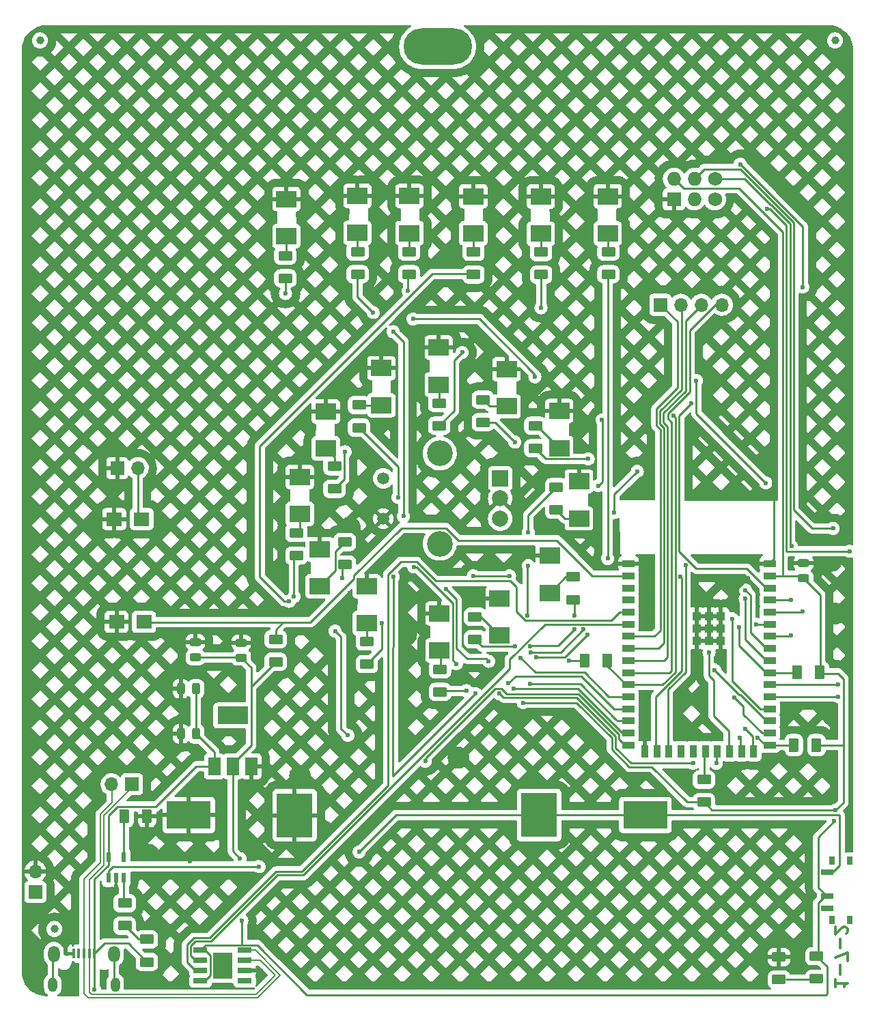
<source format=gbr>
%TF.GenerationSoftware,KiCad,Pcbnew,(6.0.0)*%
%TF.CreationDate,2022-09-03T23:39:29-05:00*%
%TF.ProjectId,BsidesKC-2022-Safe-Badge,42736964-6573-44b4-932d-323032322d53,0-c*%
%TF.SameCoordinates,Original*%
%TF.FileFunction,Copper,L2,Bot*%
%TF.FilePolarity,Positive*%
%FSLAX46Y46*%
G04 Gerber Fmt 4.6, Leading zero omitted, Abs format (unit mm)*
G04 Created by KiCad (PCBNEW (6.0.0)) date 2022-09-03 23:39:29*
%MOMM*%
%LPD*%
G01*
G04 APERTURE LIST*
G04 Aperture macros list*
%AMRoundRect*
0 Rectangle with rounded corners*
0 $1 Rounding radius*
0 $2 $3 $4 $5 $6 $7 $8 $9 X,Y pos of 4 corners*
0 Add a 4 corners polygon primitive as box body*
4,1,4,$2,$3,$4,$5,$6,$7,$8,$9,$2,$3,0*
0 Add four circle primitives for the rounded corners*
1,1,$1+$1,$2,$3*
1,1,$1+$1,$4,$5*
1,1,$1+$1,$6,$7*
1,1,$1+$1,$8,$9*
0 Add four rect primitives between the rounded corners*
20,1,$1+$1,$2,$3,$4,$5,0*
20,1,$1+$1,$4,$5,$6,$7,0*
20,1,$1+$1,$6,$7,$8,$9,0*
20,1,$1+$1,$8,$9,$2,$3,0*%
G04 Aperture macros list end*
%ADD10C,0.300000*%
%TA.AperFunction,NonConductor*%
%ADD11C,0.300000*%
%TD*%
%TA.AperFunction,SMDPad,CuDef*%
%ADD12C,1.000000*%
%TD*%
%TA.AperFunction,ComponentPad*%
%ADD13O,1.727200X1.727200*%
%TD*%
%TA.AperFunction,ComponentPad*%
%ADD14R,1.727200X1.727200*%
%TD*%
%TA.AperFunction,ComponentPad*%
%ADD15C,1.727200*%
%TD*%
%TA.AperFunction,SMDPad,CuDef*%
%ADD16R,2.500000X2.000000*%
%TD*%
%TA.AperFunction,ComponentPad*%
%ADD17O,8.500000X4.500000*%
%TD*%
%TA.AperFunction,ComponentPad*%
%ADD18R,1.700000X1.700000*%
%TD*%
%TA.AperFunction,ComponentPad*%
%ADD19O,1.700000X1.700000*%
%TD*%
%TA.AperFunction,SMDPad,CuDef*%
%ADD20RoundRect,0.250000X-0.625000X0.375000X-0.625000X-0.375000X0.625000X-0.375000X0.625000X0.375000X0*%
%TD*%
%TA.AperFunction,SMDPad,CuDef*%
%ADD21RoundRect,0.250000X-0.375000X-0.625000X0.375000X-0.625000X0.375000X0.625000X-0.375000X0.625000X0*%
%TD*%
%TA.AperFunction,SMDPad,CuDef*%
%ADD22RoundRect,0.250000X0.375000X0.625000X-0.375000X0.625000X-0.375000X-0.625000X0.375000X-0.625000X0*%
%TD*%
%TA.AperFunction,SMDPad,CuDef*%
%ADD23RoundRect,0.250000X0.625000X-0.375000X0.625000X0.375000X-0.625000X0.375000X-0.625000X-0.375000X0*%
%TD*%
%TA.AperFunction,SMDPad,CuDef*%
%ADD24R,1.500000X2.200000*%
%TD*%
%TA.AperFunction,SMDPad,CuDef*%
%ADD25R,3.800000X2.200000*%
%TD*%
%TA.AperFunction,SMDPad,CuDef*%
%ADD26R,1.948000X1.700000*%
%TD*%
%TA.AperFunction,SMDPad,CuDef*%
%ADD27R,0.800000X1.000000*%
%TD*%
%TA.AperFunction,SMDPad,CuDef*%
%ADD28R,1.500000X0.700000*%
%TD*%
%TA.AperFunction,SMDPad,CuDef*%
%ADD29RoundRect,0.243750X0.456250X-0.243750X0.456250X0.243750X-0.456250X0.243750X-0.456250X-0.243750X0*%
%TD*%
%TA.AperFunction,SMDPad,CuDef*%
%ADD30R,1.500000X0.900000*%
%TD*%
%TA.AperFunction,SMDPad,CuDef*%
%ADD31R,0.900000X1.500000*%
%TD*%
%TA.AperFunction,SMDPad,CuDef*%
%ADD32R,1.100000X1.100000*%
%TD*%
%TA.AperFunction,SMDPad,CuDef*%
%ADD33R,4.500000X5.500000*%
%TD*%
%TA.AperFunction,SMDPad,CuDef*%
%ADD34R,5.500000X3.500000*%
%TD*%
%TA.AperFunction,SMDPad,CuDef*%
%ADD35R,1.750000X0.650000*%
%TD*%
%TA.AperFunction,SMDPad,CuDef*%
%ADD36R,2.410000X3.300000*%
%TD*%
%TA.AperFunction,SMDPad,CuDef*%
%ADD37R,0.440000X1.300000*%
%TD*%
%TA.AperFunction,ComponentPad*%
%ADD38O,1.450000X2.000000*%
%TD*%
%TA.AperFunction,ComponentPad*%
%ADD39O,1.150000X1.800000*%
%TD*%
%TA.AperFunction,SMDPad,CuDef*%
%ADD40R,0.600000X1.200000*%
%TD*%
%TA.AperFunction,SMDPad,CuDef*%
%ADD41RoundRect,0.243750X0.243750X0.456250X-0.243750X0.456250X-0.243750X-0.456250X0.243750X-0.456250X0*%
%TD*%
%TA.AperFunction,ComponentPad*%
%ADD42R,2.000000X2.000000*%
%TD*%
%TA.AperFunction,ComponentPad*%
%ADD43C,2.000000*%
%TD*%
%TA.AperFunction,ComponentPad*%
%ADD44C,3.200000*%
%TD*%
%TA.AperFunction,ComponentPad*%
%ADD45C,1.500000*%
%TD*%
%TA.AperFunction,ViaPad*%
%ADD46C,0.600000*%
%TD*%
%TA.AperFunction,Conductor*%
%ADD47C,0.250000*%
%TD*%
%TA.AperFunction,Conductor*%
%ADD48C,0.200000*%
%TD*%
G04 APERTURE END LIST*
D10*
D11*
X197390628Y-146494142D02*
X197390628Y-147351285D01*
X197390628Y-146922714D02*
X198890628Y-146922714D01*
X198676342Y-147065571D01*
X198533485Y-147208428D01*
X198462057Y-147351285D01*
X197962057Y-145851285D02*
X197962057Y-144708428D01*
X198890628Y-144137000D02*
X198890628Y-143137000D01*
X197390628Y-143779857D01*
X197962057Y-142565571D02*
X197962057Y-141422714D01*
X198747771Y-140779857D02*
X198819200Y-140708428D01*
X198890628Y-140565571D01*
X198890628Y-140208428D01*
X198819200Y-140065571D01*
X198747771Y-139994142D01*
X198604914Y-139922714D01*
X198462057Y-139922714D01*
X198247771Y-139994142D01*
X197390628Y-140851285D01*
X197390628Y-139922714D01*
D12*
%TO.P,REF\u002A\u002A,*%
%TO.N,*%
X100584000Y-140208000D03*
%TD*%
%TO.P,REF\u002A\u002A,*%
%TO.N,*%
X197358000Y-29972000D03*
%TD*%
%TO.P,REF\u002A\u002A,*%
%TO.N,*%
X98806000Y-29972000D03*
%TD*%
D13*
%TO.P,X1,1,VCC*%
%TO.N,VCC*%
X177377400Y-47137000D03*
D14*
%TO.P,X1,2,GND*%
%TO.N,GND*%
X177377400Y-49677000D03*
D13*
%TO.P,X1,3,SDA*%
%TO.N,IO08*%
X179917400Y-47137000D03*
%TO.P,X1,4,SCL*%
%TO.N,IO09*%
X179917400Y-49677000D03*
D15*
%TO.P,X1,5,GPIO1*%
%TO.N,IO01*%
X182457400Y-47137000D03*
%TO.P,X1,6,GPIO2*%
%TO.N,IO02*%
X182457400Y-49677000D03*
%TD*%
D16*
%TO.P,D2,1,K*%
%TO.N,GND*%
X129350000Y-49650000D03*
%TO.P,D2,2,A*%
%TO.N,Net-(D2-Pad2)*%
X129350000Y-54250000D03*
%TD*%
%TO.P,D8,1,K*%
%TO.N,GND*%
X160875000Y-49350000D03*
%TO.P,D8,2,A*%
%TO.N,Net-(D8-Pad2)*%
X160875000Y-53950000D03*
%TD*%
%TO.P,D1,1,K*%
%TO.N,GND*%
X138150000Y-49250000D03*
%TO.P,D1,2,A*%
%TO.N,Net-(D1-Pad2)*%
X138150000Y-53850000D03*
%TD*%
%TO.P,D13,1,K*%
%TO.N,GND*%
X139300000Y-97675000D03*
%TO.P,D13,2,A*%
%TO.N,Net-(D13-Pad2)*%
X139300000Y-102275000D03*
%TD*%
%TO.P,D16,1,K*%
%TO.N,GND*%
X131000000Y-84125000D03*
%TO.P,D16,2,A*%
%TO.N,Net-(D16-Pad2)*%
X131000000Y-88725000D03*
%TD*%
%TO.P,D19,1,K*%
%TO.N,GND*%
X133475000Y-93100000D03*
%TO.P,D19,2,A*%
%TO.N,Net-(D19-Pad2)*%
X133475000Y-97700000D03*
%TD*%
%TO.P,D9,1,K*%
%TO.N,GND*%
X156625000Y-70775000D03*
%TO.P,D9,2,A*%
%TO.N,Net-(D9-Pad2)*%
X156625000Y-75375000D03*
%TD*%
%TO.P,D20,1,K*%
%TO.N,GND*%
X141125000Y-70625000D03*
%TO.P,D20,2,A*%
%TO.N,Net-(D20-Pad2)*%
X141125000Y-75225000D03*
%TD*%
%TO.P,D7,1,K*%
%TO.N,GND*%
X169175000Y-49300000D03*
%TO.P,D7,2,A*%
%TO.N,Net-(D7-Pad2)*%
X169175000Y-53900000D03*
%TD*%
%TO.P,D14,1,K*%
%TO.N,GND*%
X148325000Y-101050000D03*
%TO.P,D14,2,A*%
%TO.N,Net-(D14-Pad2)*%
X148325000Y-105650000D03*
%TD*%
%TO.P,D18,1,K*%
%TO.N,GND*%
X155775000Y-99200000D03*
%TO.P,D18,2,A*%
%TO.N,Net-(D18-Pad2)*%
X155775000Y-103800000D03*
%TD*%
%TO.P,D10,1,K*%
%TO.N,GND*%
X148225000Y-68075000D03*
%TO.P,D10,2,A*%
%TO.N,Net-(D10-Pad2)*%
X148225000Y-72675000D03*
%TD*%
%TO.P,D17,1,K*%
%TO.N,GND*%
X163150000Y-75950000D03*
%TO.P,D17,2,A*%
%TO.N,Net-(D17-Pad2)*%
X163150000Y-80550000D03*
%TD*%
%TO.P,D5,1,K*%
%TO.N,GND*%
X144600000Y-49275000D03*
%TO.P,D5,2,A*%
%TO.N,Net-(D5-Pad2)*%
X144600000Y-53875000D03*
%TD*%
%TO.P,D12,1,K*%
%TO.N,GND*%
X161975000Y-93900000D03*
%TO.P,D12,2,A*%
%TO.N,Net-(D12-Pad2)*%
X161975000Y-98500000D03*
%TD*%
%TO.P,D11,1,K*%
%TO.N,GND*%
X165600000Y-84675000D03*
%TO.P,D11,2,A*%
%TO.N,Net-(D11-Pad2)*%
X165600000Y-89275000D03*
%TD*%
%TO.P,D3,1,K*%
%TO.N,GND*%
X152525000Y-49300000D03*
%TO.P,D3,2,A*%
%TO.N,Net-(D3-Pad2)*%
X152525000Y-53900000D03*
%TD*%
%TO.P,D15,1,K*%
%TO.N,GND*%
X134225000Y-76000000D03*
%TO.P,D15,2,A*%
%TO.N,Net-(D15-Pad2)*%
X134225000Y-80600000D03*
%TD*%
D17*
%TO.P,REF\u002A\u002A,*%
%TO.N,*%
X148082000Y-30734000D03*
%TD*%
D18*
%TO.P,J2,1,Pin_1*%
%TO.N,GND*%
X108375000Y-83025000D03*
D19*
%TO.P,J2,2,Pin_2*%
%TO.N,Boot*%
X110915000Y-83025000D03*
%TD*%
D20*
%TO.P,D6,1,K*%
%TO.N,GND*%
X190398400Y-143684800D03*
%TO.P,D6,2,A*%
%TO.N,Net-(D6-Pad2)*%
X190398400Y-146484800D03*
%TD*%
%TO.P,D4,1,K*%
%TO.N,Net-(D4-Pad1)*%
X112050000Y-141500000D03*
%TO.P,D4,2,A*%
%TO.N,VBUS*%
X112050000Y-144300000D03*
%TD*%
D21*
%TO.P,R3,1*%
%TO.N,Net-(R3-Pad1)*%
X109275000Y-126225000D03*
%TO.P,R3,2*%
%TO.N,GND*%
X112075000Y-126225000D03*
%TD*%
D18*
%TO.P,J5,1,Pin_1*%
%TO.N,VBUS*%
X98221800Y-135615600D03*
D19*
%TO.P,J5,2,Pin_2*%
%TO.N,GND*%
X98221800Y-133075600D03*
%TD*%
D22*
%TO.P,R16,1*%
%TO.N,IO38*%
X169141600Y-106883200D03*
%TO.P,R16,2*%
%TO.N,VCC*%
X166341600Y-106883200D03*
%TD*%
D23*
%TO.P,R10,1*%
%TO.N,IO21*%
X153695400Y-77346000D03*
%TO.P,R10,2*%
%TO.N,Net-(D9-Pad2)*%
X153695400Y-74546000D03*
%TD*%
D24*
%TO.P,U4,1,GND*%
%TO.N,GND*%
X125000000Y-120025000D03*
%TO.P,U4,2,VO*%
%TO.N,VCC*%
X122700000Y-120025000D03*
%TO.P,U4,3,VI*%
%TO.N,VBUS*%
X120400000Y-120025000D03*
D25*
%TO.P,U4,4*%
%TO.N,N/C*%
X122700000Y-113725000D03*
%TD*%
D23*
%TO.P,R15,1*%
%TO.N,IO36*%
X148386800Y-110797800D03*
%TO.P,R15,2*%
%TO.N,Net-(D14-Pad2)*%
X148386800Y-107997800D03*
%TD*%
D26*
%TO.P,SW_Reset1,1,C*%
%TO.N,GND*%
X108282000Y-102108000D03*
%TO.P,SW_Reset1,2,D*%
%TO.N,RESET*%
X111682000Y-102108000D03*
%TD*%
D27*
%TO.P,1/0,*%
%TO.N,*%
X196984400Y-139057400D03*
X199194400Y-139057400D03*
X196984400Y-131757400D03*
X199194400Y-131757400D03*
D28*
%TO.P,1/0,1,A*%
%TO.N,Net-(BT1-Pad1)*%
X196334400Y-133157400D03*
%TO.P,1/0,2,B*%
%TO.N,VCC*%
X196334400Y-136157400D03*
%TO.P,1/0,3,C*%
%TO.N,unconnected-(SW1-Pad3)*%
X196334400Y-137657400D03*
%TD*%
D26*
%TO.P,SW2,1,A*%
%TO.N,Boot*%
X111400000Y-89350000D03*
%TO.P,SW2,2,B*%
%TO.N,GND*%
X108000000Y-89350000D03*
%TD*%
D18*
%TO.P,J3,1,Pin_1*%
%TO.N,D-*%
X110215600Y-122250200D03*
D19*
%TO.P,J3,2,Pin_2*%
%TO.N,D+*%
X107675600Y-122250200D03*
%TD*%
D23*
%TO.P,R20,1*%
%TO.N,IO14*%
X160197800Y-80571800D03*
%TO.P,R20,2*%
%TO.N,Net-(D17-Pad2)*%
X160197800Y-77771800D03*
%TD*%
D20*
%TO.P,R6,1*%
%TO.N,VCC*%
X195046600Y-143583200D03*
%TO.P,R6,2*%
%TO.N,Net-(D6-Pad2)*%
X195046600Y-146383200D03*
%TD*%
D29*
%TO.P,C2,1*%
%TO.N,VCC*%
X193450000Y-96712500D03*
%TO.P,C2,2*%
%TO.N,GND*%
X193450000Y-94837500D03*
%TD*%
D23*
%TO.P,R24,1*%
%TO.N,IO17*%
X138353800Y-78006400D03*
%TO.P,R24,2*%
%TO.N,Net-(D20-Pad2)*%
X138353800Y-75206400D03*
%TD*%
%TO.P,R22,1*%
%TO.N,IO15*%
X152730200Y-104270000D03*
%TO.P,R22,2*%
%TO.N,Net-(D18-Pad2)*%
X152730200Y-101470000D03*
%TD*%
D30*
%TO.P,U2,1,GND*%
%TO.N,GND*%
X189267800Y-94899400D03*
%TO.P,U2,2,3V3*%
%TO.N,VCC*%
X189267800Y-96399400D03*
%TO.P,U2,3,IO00*%
%TO.N,Boot*%
X189267800Y-97899400D03*
%TO.P,U2,4,IO01*%
%TO.N,IO01*%
X189267800Y-99399400D03*
%TO.P,U2,5,IO02*%
%TO.N,IO02*%
X189267800Y-100899400D03*
%TO.P,U2,6,IO03*%
%TO.N,IO03*%
X189267800Y-102399400D03*
%TO.P,U2,7,IO04*%
%TO.N,IO04*%
X189267800Y-103899400D03*
%TO.P,U2,8,IO05*%
%TO.N,IO05*%
X189267800Y-105399400D03*
%TO.P,U2,9,IO06*%
%TO.N,IO06*%
X189267800Y-106899400D03*
%TO.P,U2,10,IO07*%
%TO.N,IO07*%
X189267800Y-108399400D03*
%TO.P,U2,11,IO08*%
%TO.N,IO08*%
X189267800Y-109899400D03*
%TO.P,U2,12,IO09*%
%TO.N,IO09*%
X189267800Y-111399400D03*
%TO.P,U2,13,IO10*%
%TO.N,IO10*%
X189267800Y-112899400D03*
%TO.P,U2,14,IO11*%
%TO.N,IO11*%
X189267800Y-114399400D03*
%TO.P,U2,15,IO12*%
%TO.N,IO12*%
X189267800Y-115899400D03*
%TO.P,U2,16,IO13*%
%TO.N,IO13*%
X189267800Y-117399400D03*
D31*
%TO.P,U2,17,IO14*%
%TO.N,IO14*%
X187267800Y-118149400D03*
%TO.P,U2,18,IO15*%
%TO.N,IO15*%
X185767800Y-118149400D03*
%TO.P,U2,19,IO16*%
%TO.N,IO16*%
X184267800Y-118149400D03*
%TO.P,U2,20,IO17*%
%TO.N,IO17*%
X182767800Y-118149400D03*
%TO.P,U2,21,IO18*%
%TO.N,Net-(R25-Pad1)*%
X181267800Y-118149400D03*
%TO.P,U2,22,USB_D-*%
%TO.N,unconnected-(U2-Pad22)*%
X179767800Y-118149400D03*
%TO.P,U2,23,USB_D+*%
%TO.N,unconnected-(U2-Pad23)*%
X178267800Y-118149400D03*
%TO.P,U2,24,IO21*%
%TO.N,IO21*%
X176767800Y-118149400D03*
%TO.P,U2,25,IO26*%
%TO.N,IO26*%
X175267800Y-118149400D03*
%TO.P,U2,26,GND*%
%TO.N,GND*%
X173767800Y-118149400D03*
D30*
%TO.P,U2,27,IO33*%
%TO.N,IO33*%
X171767800Y-117399400D03*
%TO.P,U2,28,IO34*%
%TO.N,IO34*%
X171767800Y-115899400D03*
%TO.P,U2,29,IO35*%
%TO.N,IO35*%
X171767800Y-114399400D03*
%TO.P,U2,30,IO36*%
%TO.N,IO36*%
X171767800Y-112899400D03*
%TO.P,U2,31,IO37*%
%TO.N,IO37*%
X171767800Y-111399400D03*
%TO.P,U2,32,IO38*%
%TO.N,IO38*%
X171767800Y-109899400D03*
%TO.P,U2,33,IO39*%
%TO.N,IO39*%
X171767800Y-108399400D03*
%TO.P,U2,34,IO40*%
%TO.N,IO40*%
X171767800Y-106899400D03*
%TO.P,U2,35,IO41*%
%TO.N,IO41*%
X171767800Y-105399400D03*
%TO.P,U2,36,IO42*%
%TO.N,IO42*%
X171767800Y-103899400D03*
%TO.P,U2,37,TXD0*%
%TO.N,USB_RX_ESP_TX*%
X171767800Y-102399400D03*
%TO.P,U2,38,RXD0*%
%TO.N,USB_TX_ESP_RX*%
X171767800Y-100899400D03*
%TO.P,U2,39,IO45*%
%TO.N,unconnected-(U2-Pad39)*%
X171767800Y-99399400D03*
%TO.P,U2,40,IO46*%
%TO.N,unconnected-(U2-Pad40)*%
X171767800Y-97899400D03*
%TO.P,U2,41,EN*%
%TO.N,RESET*%
X171767800Y-96399400D03*
%TO.P,U2,42,GND*%
%TO.N,GND*%
X171767800Y-94899400D03*
D32*
%TO.P,U2,43,GND*%
X181707800Y-101399400D03*
X183207800Y-104449400D03*
X180207800Y-104449400D03*
X180207800Y-101399400D03*
X180207800Y-102949400D03*
X183207800Y-101399400D03*
X181707800Y-104449400D03*
X183207800Y-102949400D03*
X181707800Y-102949400D03*
%TD*%
D23*
%TO.P,R2,1*%
%TO.N,IO03*%
X129209800Y-59489800D03*
%TO.P,R2,2*%
%TO.N,Net-(D2-Pad2)*%
X129209800Y-56689800D03*
%TD*%
%TO.P,R19,1*%
%TO.N,IO37*%
X130581400Y-93881400D03*
%TO.P,R19,2*%
%TO.N,Net-(D16-Pad2)*%
X130581400Y-91081400D03*
%TD*%
D20*
%TO.P,R25,1*%
%TO.N,Net-(R25-Pad1)*%
X181100000Y-121675000D03*
%TO.P,R25,2*%
%TO.N,VCC*%
X181100000Y-124475000D03*
%TD*%
D21*
%TO.P,R17,1*%
%TO.N,IO13*%
X192249600Y-117398800D03*
%TO.P,R17,2*%
%TO.N,VCC*%
X195049600Y-117398800D03*
%TD*%
D23*
%TO.P,R13,1*%
%TO.N,IO10*%
X164871400Y-99342400D03*
%TO.P,R13,2*%
%TO.N,Net-(D12-Pad2)*%
X164871400Y-96542400D03*
%TD*%
%TO.P,R26,1*%
%TO.N,VCC*%
X128016000Y-107064000D03*
%TO.P,R26,2*%
%TO.N,RESET*%
X128016000Y-104264000D03*
%TD*%
D33*
%TO.P,14500,1,+*%
%TO.N,Net-(BT1-Pad1)*%
X160675000Y-126075000D03*
D34*
X173850000Y-126075000D03*
D33*
%TO.P,14500,2,-*%
%TO.N,GND*%
X130375000Y-126100000D03*
D34*
X117250000Y-126075000D03*
%TD*%
D23*
%TO.P,R1,1*%
%TO.N,IO34*%
X138176000Y-58981800D03*
%TO.P,R1,2*%
%TO.N,Net-(D1-Pad2)*%
X138176000Y-56181800D03*
%TD*%
D20*
%TO.P,R12,1*%
%TO.N,IO35*%
X162788600Y-85391800D03*
%TO.P,R12,2*%
%TO.N,Net-(D11-Pad2)*%
X162788600Y-88191800D03*
%TD*%
D23*
%TO.P,R11,1*%
%TO.N,IO06*%
X148285200Y-77777800D03*
%TO.P,R11,2*%
%TO.N,Net-(D10-Pad2)*%
X148285200Y-74977800D03*
%TD*%
D35*
%TO.P,U3,1,UD+*%
%TO.N,D+*%
X124175000Y-142845000D03*
%TO.P,U3,2,UD-*%
%TO.N,D-*%
X124175000Y-144115000D03*
%TO.P,U3,3,GND*%
%TO.N,GND*%
X124175000Y-145385000D03*
%TO.P,U3,4,~{RTS}*%
%TO.N,unconnected-(U3-Pad4)*%
X124175000Y-146655000D03*
%TO.P,U3,5,VCC*%
%TO.N,VCC*%
X118675000Y-146655000D03*
%TO.P,U3,6,TXD*%
%TO.N,USB_TX_ESP_RX*%
X118675000Y-145385000D03*
%TO.P,U3,7,RXD*%
%TO.N,USB_RX_ESP_TX*%
X118675000Y-144115000D03*
%TO.P,U3,8,V3*%
%TO.N,VCC*%
X118675000Y-142845000D03*
D36*
%TO.P,U3,9*%
%TO.N,N/C*%
X121425000Y-144750000D03*
%TD*%
D37*
%TO.P,J4,1,VBUS*%
%TO.N,VBUS*%
X105550000Y-143275000D03*
%TO.P,J4,2,D-*%
%TO.N,D-*%
X104900000Y-143275000D03*
%TO.P,J4,3,D+*%
%TO.N,D+*%
X104250000Y-143275000D03*
%TO.P,J4,4,ID*%
%TO.N,unconnected-(J4-Pad4)*%
X103600000Y-143275000D03*
%TO.P,J4,5,GND*%
%TO.N,GND*%
X102950000Y-143275000D03*
D38*
%TO.P,J4,6,Shield*%
%TO.N,unconnected-(J4-Pad6)*%
X107975000Y-143325000D03*
D39*
X100375000Y-147125000D03*
D38*
X100525000Y-143325000D03*
D39*
X108125000Y-147125000D03*
%TD*%
D40*
%TO.P,U1,1,~{CHRG}*%
%TO.N,Net-(R5-Pad2)*%
X109175000Y-133875000D03*
%TO.P,U1,2,GND*%
%TO.N,GND*%
X108225000Y-133875000D03*
%TO.P,U1,3,BAT*%
%TO.N,Net-(BT1-Pad1)*%
X107275000Y-133875000D03*
%TO.P,U1,4,VCC*%
%TO.N,VBUS*%
X107275000Y-131275000D03*
%TO.P,U1,5,PROG*%
%TO.N,Net-(R3-Pad1)*%
X109175000Y-131275000D03*
%TD*%
D23*
%TO.P,R7,1*%
%TO.N,IO04*%
X144551400Y-58981800D03*
%TO.P,R7,2*%
%TO.N,Net-(D5-Pad2)*%
X144551400Y-56181800D03*
%TD*%
D41*
%TO.P,C1,1*%
%TO.N,VBUS*%
X118137500Y-110400000D03*
%TO.P,C1,2*%
%TO.N,GND*%
X116262500Y-110400000D03*
%TD*%
%TO.P,C5,1*%
%TO.N,VBUS*%
X118137500Y-116000000D03*
%TO.P,C5,2*%
%TO.N,GND*%
X116262500Y-116000000D03*
%TD*%
D29*
%TO.P,C4,1*%
%TO.N,VCC*%
X118059200Y-106499900D03*
%TO.P,C4,2*%
%TO.N,GND*%
X118059200Y-104624900D03*
%TD*%
D22*
%TO.P,R21,1*%
%TO.N,VCC*%
X195481400Y-108381800D03*
%TO.P,R21,2*%
%TO.N,IO07*%
X192681400Y-108381800D03*
%TD*%
D42*
%TO.P,EC11N,A,A*%
%TO.N,IO38*%
X155850000Y-84300000D03*
D43*
%TO.P,EC11N,B,B*%
%TO.N,IO13*%
X155850000Y-89300000D03*
%TO.P,EC11N,C,C*%
%TO.N,GND*%
X155850000Y-86800000D03*
D44*
%TO.P,EC11N,MP*%
%TO.N,N/C*%
X148350000Y-92400000D03*
X148350000Y-81200000D03*
D45*
%TO.P,EC11N,S1,S1*%
%TO.N,IO07*%
X141350000Y-84300000D03*
%TO.P,EC11N,S2,S2*%
%TO.N,GND*%
X141350000Y-89300000D03*
%TD*%
D23*
%TO.P,R9,1*%
%TO.N,IO05*%
X160909000Y-59032600D03*
%TO.P,R9,2*%
%TO.N,Net-(D8-Pad2)*%
X160909000Y-56232600D03*
%TD*%
%TO.P,R14,1*%
%TO.N,IO11*%
X139319000Y-107343400D03*
%TO.P,R14,2*%
%TO.N,Net-(D13-Pad2)*%
X139319000Y-104543400D03*
%TD*%
%TO.P,R23,1*%
%TO.N,IO16*%
X136601200Y-94999000D03*
%TO.P,R23,2*%
%TO.N,Net-(D19-Pad2)*%
X136601200Y-92199000D03*
%TD*%
%TO.P,R8,1*%
%TO.N,IO26*%
X169265600Y-58981800D03*
%TO.P,R8,2*%
%TO.N,Net-(D7-Pad2)*%
X169265600Y-56181800D03*
%TD*%
D18*
%TO.P,J1,1,Pin_1*%
%TO.N,IO42*%
X175701800Y-62763400D03*
D19*
%TO.P,J1,2,Pin_2*%
%TO.N,IO41*%
X178241800Y-62763400D03*
%TO.P,J1,3,Pin_3*%
%TO.N,IO40*%
X180781800Y-62763400D03*
%TO.P,J1,4,Pin_4*%
%TO.N,IO39*%
X183321800Y-62763400D03*
%TD*%
D23*
%TO.P,R18,1*%
%TO.N,IO12*%
X135305800Y-85601000D03*
%TO.P,R18,2*%
%TO.N,Net-(D15-Pad2)*%
X135305800Y-82801000D03*
%TD*%
D29*
%TO.P,C3,1*%
%TO.N,VCC*%
X123748800Y-106550700D03*
%TO.P,C3,2*%
%TO.N,GND*%
X123748800Y-104675700D03*
%TD*%
D23*
%TO.P,R4,1*%
%TO.N,IO33*%
X152527000Y-59007200D03*
%TO.P,R4,2*%
%TO.N,Net-(D3-Pad2)*%
X152527000Y-56207200D03*
%TD*%
%TO.P,R5,1*%
%TO.N,Net-(D4-Pad1)*%
X109300000Y-139800000D03*
%TO.P,R5,2*%
%TO.N,Net-(R5-Pad2)*%
X109300000Y-137000000D03*
%TD*%
D46*
%TO.N,Net-(BT1-Pad1)*%
X125950000Y-132475000D03*
X138353800Y-130632200D03*
%TO.N,GND*%
X197358000Y-101066600D03*
X137160000Y-98552000D03*
X140309600Y-95707200D03*
X131038600Y-121208800D03*
X98983800Y-145491200D03*
X157734000Y-95250000D03*
X137185400Y-90373200D03*
X133858000Y-128016000D03*
X157251400Y-112903000D03*
X152400000Y-98856800D03*
X173609000Y-111048800D03*
X150672800Y-118948200D03*
X196875400Y-92100400D03*
X180289200Y-99390200D03*
X126161800Y-145364200D03*
X106654600Y-145872200D03*
X197129400Y-113741200D03*
X167792400Y-91186000D03*
X117398800Y-131800600D03*
X189788800Y-84886800D03*
X196875400Y-94538800D03*
X144119600Y-99187000D03*
X185724800Y-94284800D03*
X102565200Y-146354800D03*
X178003200Y-111074200D03*
X199288400Y-113715800D03*
X144195800Y-103708200D03*
X186563000Y-96647000D03*
X112242600Y-130987800D03*
%TO.N,VBUS*%
X105562400Y-147750980D03*
%TO.N,VCC*%
X158699200Y-112141000D03*
X197256400Y-126847600D03*
X197434200Y-125450500D03*
X123596400Y-131470400D03*
X164414200Y-106908600D03*
X123825000Y-139141200D03*
%TO.N,IO03*%
X145034000Y-64516000D03*
X129235200Y-61366400D03*
X160147000Y-71704200D03*
X187604400Y-102412800D03*
%TO.N,IO04*%
X144424400Y-61061600D03*
X188762300Y-84861400D03*
X180162200Y-72161400D03*
X191871600Y-103809800D03*
%TO.N,IO05*%
X160909000Y-63144400D03*
X186258200Y-98171000D03*
%TO.N,IO06*%
X151130000Y-68681600D03*
X186225000Y-99250000D03*
%TO.N,IO14*%
X186175000Y-115350000D03*
X166751000Y-81889600D03*
%TO.N,IO35*%
X159325000Y-95125000D03*
X159325000Y-90975000D03*
X159225000Y-101300000D03*
X159512000Y-109763900D03*
%TO.N,IO10*%
X184600000Y-101725000D03*
X165023800Y-101300011D03*
%TO.N,IO15*%
X165049200Y-103024500D03*
X159541092Y-105108892D03*
X185575000Y-116525000D03*
X157705415Y-105178215D03*
%TO.N,IO36*%
X151688800Y-110642400D03*
X156870400Y-109728000D03*
%TO.N,IO11*%
X160274000Y-106499500D03*
X149123400Y-98044000D03*
X182422800Y-108077000D03*
X166649248Y-103680481D03*
X154406600Y-106999020D03*
X141198600Y-102225000D03*
%TO.N,IO16*%
X159650000Y-105925000D03*
X166192200Y-103024500D03*
X181725000Y-105900000D03*
X136271000Y-96672400D03*
%TO.N,IO37*%
X130275000Y-98950000D03*
X158394400Y-106549500D03*
%TO.N,IO12*%
X136625000Y-81000000D03*
X184886600Y-111480600D03*
%TO.N,IO17*%
X155727400Y-111012900D03*
X143175000Y-86650000D03*
X152795900Y-111012900D03*
X142575000Y-96475000D03*
X182650000Y-119634000D03*
X179781200Y-119634000D03*
%TO.N,IO38*%
X177317400Y-76504800D03*
X168478200Y-77063600D03*
X167995600Y-85217000D03*
%TO.N,IO13*%
X172847000Y-83439000D03*
X187774500Y-116444718D03*
X170002200Y-88544400D03*
%TO.N,Boot*%
X179537700Y-75031600D03*
%TO.N,IO07*%
X185420000Y-102743000D03*
X152527000Y-96391818D03*
X157008378Y-96391818D03*
%TO.N,IO09*%
X188899800Y-50825400D03*
X197749500Y-111379000D03*
X199161400Y-93345000D03*
%TO.N,IO08*%
X197749500Y-109905800D03*
X197104000Y-90500200D03*
%TO.N,IO02*%
X193344800Y-60564400D03*
X185597800Y-45324389D03*
X193294000Y-100838000D03*
%TO.N,IO01*%
X191948020Y-92720500D03*
X191871600Y-99390200D03*
%TO.N,IO34*%
X150418800Y-107315000D03*
X142575000Y-66100000D03*
X140100000Y-63725000D03*
X143850000Y-89000000D03*
X145125000Y-95275000D03*
X157505400Y-110388400D03*
%TO.N,IO33*%
X136956800Y-116179600D03*
X129692400Y-99542600D03*
X135379661Y-103242839D03*
X146558000Y-119380000D03*
%TO.N,IO26*%
X169164000Y-94234000D03*
X178191500Y-96469200D03*
%TO.N,IO21*%
X178816000Y-95046800D03*
X157657800Y-79806800D03*
%TD*%
D47*
%TO.N,Net-(BT1-Pad1)*%
X138353800Y-130632200D02*
X142911000Y-126075000D01*
X142911000Y-126075000D02*
X160675000Y-126075000D01*
X107275000Y-133875000D02*
X107275000Y-133025000D01*
X197916800Y-132302222D02*
X197119022Y-133100000D01*
X107825000Y-132475000D02*
X125950000Y-132475000D01*
X197916800Y-126075000D02*
X197916800Y-132302222D01*
X197119022Y-133100000D02*
X196320000Y-133100000D01*
X107275000Y-133025000D02*
X107825000Y-132475000D01*
X160675000Y-126075000D02*
X173850000Y-126075000D01*
X173850000Y-126075000D02*
X197916800Y-126075000D01*
%TO.N,GND*%
X157885718Y-95250000D02*
X157734000Y-95250000D01*
X181590000Y-104450000D02*
X181590000Y-102950000D01*
X183090000Y-100120000D02*
X183090000Y-101400000D01*
X183090000Y-101400000D02*
X181590000Y-101400000D01*
X180090000Y-101400000D02*
X181590000Y-101400000D01*
X183090000Y-102950000D02*
X183090000Y-104450000D01*
X180090000Y-102950000D02*
X180090000Y-104450000D01*
X161975000Y-93900000D02*
X159235718Y-93900000D01*
X180090000Y-101400000D02*
X180090000Y-102950000D01*
X189150000Y-94900000D02*
X189788800Y-94261200D01*
X124195800Y-145364200D02*
X124175000Y-145385000D01*
X159235718Y-93900000D02*
X157885718Y-95250000D01*
X183090000Y-101400000D02*
X183090000Y-102950000D01*
X183090000Y-104450000D02*
X181590000Y-104450000D01*
X126161800Y-145364200D02*
X124195800Y-145364200D01*
X186563000Y-96647000D02*
X183090000Y-100120000D01*
X189788800Y-94261200D02*
X189788800Y-84886800D01*
%TO.N,VBUS*%
X107275000Y-132325978D02*
X107275000Y-131275000D01*
X120400000Y-120025000D02*
X120400000Y-118262500D01*
X113175009Y-125025480D02*
X108398020Y-125025480D01*
X105550000Y-134050978D02*
X107275000Y-132325978D01*
X118137500Y-116000000D02*
X118137500Y-110400000D01*
X106824520Y-142000480D02*
X105550000Y-143275000D01*
X105562400Y-147750980D02*
X105550000Y-147738580D01*
X109750480Y-142000480D02*
X106824520Y-142000480D01*
X105550000Y-143275000D02*
X105550000Y-134050978D01*
X107275000Y-126148500D02*
X107275000Y-131275000D01*
X120400000Y-118262500D02*
X118137500Y-116000000D01*
X108398020Y-125025480D02*
X107275000Y-126148500D01*
X112050000Y-144300000D02*
X109750480Y-142000480D01*
X120400000Y-120025000D02*
X118175489Y-120025000D01*
X118175489Y-120025000D02*
X113175009Y-125025480D01*
X105550000Y-147738580D02*
X105550000Y-143275000D01*
%TO.N,VCC*%
X196342000Y-148234400D02*
X196215000Y-148361400D01*
X195245489Y-136996311D02*
X195245489Y-143488911D01*
X196342000Y-148234400D02*
X196342000Y-144878600D01*
X119895489Y-143515489D02*
X119895489Y-145984511D01*
X118675000Y-142845000D02*
X119225000Y-142845000D01*
X195625000Y-108500000D02*
X197700000Y-108500000D01*
X196215000Y-148361400D02*
X131902200Y-148361400D01*
X124975000Y-110105000D02*
X128016000Y-107064000D01*
X198374000Y-124536200D02*
X198374000Y-117424200D01*
X123748800Y-106550700D02*
X124975000Y-107776900D01*
X118059200Y-106499900D02*
X123698000Y-106499900D01*
X196084400Y-136157400D02*
X195245489Y-136996311D01*
X198374000Y-109174000D02*
X197750000Y-108550000D01*
X119225000Y-142845000D02*
X119895489Y-143515489D01*
X178565511Y-48325111D02*
X185489689Y-48325111D01*
X198348600Y-117398800D02*
X198374000Y-117424200D01*
X124975000Y-107776900D02*
X124975000Y-117400000D01*
X197700000Y-108500000D02*
X197750000Y-108550000D01*
X189150000Y-96400000D02*
X190874000Y-96400000D01*
X125736289Y-142195489D02*
X123820489Y-142195489D01*
X119225000Y-146655000D02*
X118675000Y-146655000D01*
X122700000Y-119675000D02*
X124975000Y-117400000D01*
X166316200Y-106908600D02*
X166341600Y-106883200D01*
X164414200Y-106908600D02*
X166316200Y-106908600D01*
X119895489Y-145984511D02*
X119225000Y-146655000D01*
X193450000Y-96712500D02*
X195529200Y-98791700D01*
X197434200Y-125476000D02*
X198374000Y-124536200D01*
X195259400Y-135082400D02*
X195259400Y-128844600D01*
X182101000Y-125476000D02*
X197434200Y-125476000D01*
X171848582Y-120084000D02*
X169675969Y-117911387D01*
X165332569Y-112141000D02*
X158699200Y-112141000D01*
X169675969Y-117538595D02*
X169675969Y-116484400D01*
X195049600Y-117398800D02*
X198348600Y-117398800D01*
X122700000Y-120025000D02*
X122700000Y-119675000D01*
X169675969Y-116484400D02*
X165332569Y-112141000D01*
X181100000Y-124475000D02*
X179034200Y-124475000D01*
X198374000Y-117424200D02*
X198374000Y-109174000D01*
X123820489Y-139145711D02*
X123820489Y-142195489D01*
X195529200Y-108404200D02*
X195625000Y-108500000D01*
X195529200Y-98791700D02*
X195529200Y-108404200D01*
X196334400Y-136157400D02*
X196084400Y-136157400D01*
X123825000Y-139141200D02*
X123820489Y-139145711D01*
X185489689Y-48325111D02*
X190874000Y-53709422D01*
X123820489Y-142195489D02*
X119324511Y-142195489D01*
X119324511Y-142195489D02*
X118675000Y-142845000D01*
X123698000Y-106499900D02*
X123748800Y-106550700D01*
X174643200Y-120084000D02*
X171848582Y-120084000D01*
X123596400Y-131470400D02*
X122700000Y-130574000D01*
X131902200Y-148361400D02*
X125736289Y-142195489D01*
X169675969Y-117911387D02*
X169675969Y-117538595D01*
X190874000Y-53709422D02*
X190874000Y-96400000D01*
X177377400Y-47137000D02*
X178565511Y-48325111D01*
X179034200Y-124475000D02*
X174643200Y-120084000D01*
X196342000Y-144878600D02*
X195046600Y-143583200D01*
X196334400Y-136157400D02*
X195259400Y-135082400D01*
X122700000Y-130574000D02*
X122700000Y-120025000D01*
X181100000Y-124475000D02*
X182101000Y-125476000D01*
X124975000Y-117400000D02*
X124975000Y-110105000D01*
X195259400Y-128844600D02*
X197256400Y-126847600D01*
X190874000Y-96400000D02*
X193137500Y-96400000D01*
X193137500Y-96400000D02*
X193450000Y-96712500D01*
%TO.N,IO03*%
X160147000Y-71397978D02*
X153265022Y-64516000D01*
X187617200Y-102400000D02*
X187604400Y-102412800D01*
X153265022Y-64516000D02*
X145034000Y-64516000D01*
X160147000Y-71704200D02*
X160147000Y-71397978D01*
X189150000Y-102400000D02*
X187617200Y-102400000D01*
X129235200Y-61366400D02*
X129235200Y-59515200D01*
%TO.N,IO04*%
X180162200Y-72161400D02*
X180162200Y-76261300D01*
X191871600Y-103809800D02*
X191795400Y-103886000D01*
X180162200Y-76261300D02*
X188762300Y-84861400D01*
X144424400Y-61061600D02*
X144424400Y-59083400D01*
X191795400Y-103886000D02*
X189164000Y-103886000D01*
%TO.N,IO05*%
X160909000Y-63144400D02*
X160909000Y-58981800D01*
X186867800Y-98780600D02*
X186867800Y-103466822D01*
X188800978Y-105400000D02*
X189150000Y-105400000D01*
X186258200Y-98171000D02*
X186867800Y-98780600D01*
X186867800Y-103466822D02*
X188800978Y-105400000D01*
%TO.N,IO06*%
X186207400Y-99267600D02*
X186225000Y-99250000D01*
X150139400Y-69672200D02*
X150139400Y-75898200D01*
X151130000Y-68681600D02*
X150139400Y-69672200D01*
X150139400Y-75898200D02*
X148310600Y-77727000D01*
X188850000Y-106900000D02*
X186207400Y-104257400D01*
X189150000Y-106900000D02*
X188850000Y-106900000D01*
X186207400Y-104257400D02*
X186207400Y-99267600D01*
%TO.N,IO14*%
X164739600Y-81889600D02*
X164724511Y-81874511D01*
X187150000Y-116325000D02*
X186175000Y-115350000D01*
X164724511Y-81874511D02*
X161500511Y-81874511D01*
X166751000Y-81889600D02*
X164739600Y-81889600D01*
X187150000Y-118150000D02*
X187150000Y-116325000D01*
X161500511Y-81874511D02*
X160197800Y-80571800D01*
%TO.N,IO35*%
X170163089Y-114157589D02*
X170163089Y-114161911D01*
X159512000Y-109763900D02*
X165769400Y-109763900D01*
X170401178Y-114400000D02*
X171650000Y-114400000D01*
X165769400Y-109763900D02*
X170163089Y-114157589D01*
X170163089Y-114161911D02*
X170401178Y-114400000D01*
X162788600Y-85391800D02*
X159325000Y-88855400D01*
X159325000Y-88855400D02*
X159325000Y-90975000D01*
X159225000Y-101300000D02*
X159225000Y-95225000D01*
X159225000Y-95225000D02*
X159325000Y-95125000D01*
%TO.N,IO10*%
X165023800Y-101300011D02*
X165023800Y-99494800D01*
X165023800Y-99494800D02*
X164871400Y-99342400D01*
X188050000Y-112900000D02*
X184600000Y-109450000D01*
X189150000Y-112900000D02*
X188050000Y-112900000D01*
X184600000Y-109450000D02*
X184600000Y-101725000D01*
%TO.N,IO15*%
X159570184Y-105079800D02*
X162993900Y-105079800D01*
X159541092Y-105108892D02*
X159570184Y-105079800D01*
X185650000Y-116600000D02*
X185575000Y-116525000D01*
X157705415Y-105178215D02*
X153638415Y-105178215D01*
X185650000Y-118150000D02*
X185650000Y-116600000D01*
X162993900Y-105079800D02*
X165049200Y-103024500D01*
X153638415Y-105178215D02*
X152730200Y-104270000D01*
%TO.N,IO36*%
X151685800Y-110645400D02*
X148437600Y-110645400D01*
X157759400Y-108839000D02*
X156870400Y-109728000D01*
X169950000Y-112900000D02*
X165889000Y-108839000D01*
X165889000Y-108839000D02*
X157759400Y-108839000D01*
X171650000Y-112900000D02*
X169950000Y-112900000D01*
%TO.N,IO11*%
X185585500Y-111135500D02*
X188850000Y-114400000D01*
X188850000Y-114400000D02*
X189150000Y-114400000D01*
X185481300Y-111135500D02*
X185585500Y-111135500D01*
X141198600Y-102225000D02*
X141198600Y-105463800D01*
X182422800Y-108077000D02*
X185481300Y-111135500D01*
X154406600Y-106999020D02*
X154087580Y-106680000D01*
X150411120Y-99331720D02*
X149123400Y-98044000D01*
X154087580Y-106680000D02*
X151733793Y-106680000D01*
X163830229Y-106499500D02*
X166649248Y-103680481D01*
X141198600Y-105463800D02*
X139319000Y-107343400D01*
X151733793Y-106680000D02*
X150411120Y-105357327D01*
X150411120Y-105357327D02*
X150411120Y-99331720D01*
X160274000Y-106499500D02*
X163830229Y-106499500D01*
%TO.N,IO16*%
X182300000Y-109376600D02*
X181725000Y-108801600D01*
X166192200Y-103024500D02*
X163342200Y-105874500D01*
X163342200Y-105874500D02*
X159700500Y-105874500D01*
X181725000Y-108801600D02*
X181725000Y-105900000D01*
X159700500Y-105874500D02*
X159650000Y-105925000D01*
X136271000Y-95329200D02*
X136601200Y-94999000D01*
X182300000Y-113775000D02*
X182300000Y-109376600D01*
X136271000Y-96672400D02*
X136271000Y-95329200D01*
X184150000Y-118150000D02*
X184150000Y-115625000D01*
X184150000Y-115625000D02*
X182300000Y-113775000D01*
%TO.N,IO37*%
X169300000Y-111400000D02*
X171650000Y-111400000D01*
X166289480Y-108389480D02*
X169300000Y-111400000D01*
X130251200Y-94211600D02*
X130581400Y-93881400D01*
X130251200Y-98926200D02*
X130251200Y-94211600D01*
X130275000Y-98950000D02*
X130251200Y-98926200D01*
X160234380Y-108389480D02*
X166289480Y-108389480D01*
X158394400Y-106549500D02*
X160234380Y-108389480D01*
%TO.N,IO12*%
X186004200Y-113563400D02*
X188340800Y-115900000D01*
X186004200Y-112598200D02*
X186004200Y-113563400D01*
X136505320Y-84401480D02*
X136505320Y-80880320D01*
X135305800Y-85601000D02*
X136505320Y-84401480D01*
X188340800Y-115900000D02*
X189150000Y-115900000D01*
X184886600Y-111480600D02*
X186004200Y-112598200D01*
%TO.N,IO17*%
X170125969Y-116279405D02*
X165344895Y-111498331D01*
X142559700Y-121249100D02*
X142559700Y-105302300D01*
X170125969Y-117724991D02*
X170125969Y-116279405D01*
X172034978Y-119634000D02*
X170125969Y-117724991D01*
X142559700Y-105302300D02*
X142600000Y-105262000D01*
X142600000Y-105262000D02*
X142600000Y-96500000D01*
X182650000Y-118150000D02*
X182650000Y-119634000D01*
X143175000Y-82850000D02*
X138353800Y-78028800D01*
X152795900Y-111012900D02*
X142559700Y-121249100D01*
X143175000Y-86650000D02*
X143175000Y-82850000D01*
X138353800Y-78028800D02*
X138353800Y-78006400D01*
X156253131Y-111498331D02*
X155727400Y-110972600D01*
X155727400Y-110972600D02*
X155727400Y-111012900D01*
X165344895Y-111498331D02*
X156253131Y-111498331D01*
X142600000Y-96500000D02*
X142575000Y-96475000D01*
X179781200Y-119634000D02*
X172034978Y-119634000D01*
%TO.N,IO38*%
X171767800Y-109899400D02*
X171467800Y-109899400D01*
X168503600Y-84709000D02*
X167995600Y-85217000D01*
X177317400Y-76504800D02*
X177546000Y-76733400D01*
X177546000Y-108331718D02*
X175977718Y-109900000D01*
X175977718Y-109900000D02*
X171650000Y-109900000D01*
X169141600Y-107573200D02*
X169141600Y-106883200D01*
X168478200Y-77063600D02*
X168503600Y-77089000D01*
X171467800Y-109899400D02*
X169141600Y-107573200D01*
X168503600Y-77089000D02*
X168503600Y-84709000D01*
X177546000Y-76733400D02*
X177546000Y-108331718D01*
%TO.N,IO13*%
X189267800Y-117399400D02*
X192249000Y-117399400D01*
X189150000Y-117400000D02*
X188729782Y-117400000D01*
X192249000Y-117399400D02*
X192249600Y-117398800D01*
X172847000Y-83439000D02*
X170002200Y-86283800D01*
X188729782Y-117400000D02*
X187774500Y-116444718D01*
X170002200Y-86283800D02*
X170002200Y-88544400D01*
%TO.N,Boot*%
X178028600Y-76540700D02*
X178028600Y-91846400D01*
X110915000Y-88865000D02*
X111400000Y-89350000D01*
X178028600Y-91846400D02*
X177995520Y-91879480D01*
X177995520Y-91879480D02*
X177995520Y-93343127D01*
X179537700Y-75031600D02*
X178028600Y-76540700D01*
X180162015Y-95509622D02*
X186410600Y-95509622D01*
X186410600Y-95509622D02*
X188800978Y-97900000D01*
X188800978Y-97900000D02*
X189150000Y-97900000D01*
X110915000Y-83025000D02*
X110915000Y-88865000D01*
X177995520Y-93343127D02*
X180162015Y-95509622D01*
D48*
%TO.N,D+*%
X104250000Y-143275000D02*
X104250000Y-148250000D01*
X125722400Y-148750000D02*
X128549400Y-145923000D01*
X128549400Y-145923000D02*
X125471400Y-142845000D01*
X106275978Y-132009016D02*
X106275978Y-125982167D01*
X104250000Y-134034994D02*
X106275978Y-132009016D01*
X104250000Y-143275000D02*
X104250000Y-134034994D01*
X106275978Y-125982167D02*
X107696000Y-124562145D01*
X104250000Y-148250000D02*
X104750000Y-148750000D01*
X107696000Y-124562145D02*
X107696000Y-122186000D01*
X125471400Y-142845000D02*
X124175000Y-142845000D01*
X104750000Y-148750000D02*
X125722400Y-148750000D01*
%TO.N,D-*%
X127962097Y-145945297D02*
X125556914Y-148350480D01*
X104900000Y-134063200D02*
X106675489Y-132287711D01*
X106675489Y-126147650D02*
X110150000Y-122673139D01*
X110150000Y-122673139D02*
X110150000Y-122100000D01*
X125556914Y-148350480D02*
X105175000Y-148350480D01*
X104900000Y-148075480D02*
X104900000Y-143275000D01*
X104900000Y-143275000D02*
X104900000Y-134063200D01*
X106675489Y-132287711D02*
X106675489Y-126147650D01*
X124175000Y-144115000D02*
X126131800Y-144115000D01*
X126131800Y-144115000D02*
X127962097Y-145945297D01*
X105175000Y-148350480D02*
X104900000Y-148075480D01*
D47*
%TO.N,unconnected-(J4-Pad6)*%
X107975000Y-143325000D02*
X107975000Y-146975000D01*
X100375000Y-147125000D02*
X100375000Y-143475000D01*
X100375000Y-143475000D02*
X100525000Y-143325000D01*
%TO.N,RESET*%
X111700000Y-102125000D02*
X111733800Y-102158800D01*
X128016000Y-104264000D02*
X128016000Y-103073200D01*
X137725489Y-96750511D02*
X137725489Y-96350489D01*
X137725489Y-96350489D02*
X143600978Y-90475000D01*
X167291400Y-96400000D02*
X171650000Y-96400000D01*
X128016000Y-103073200D02*
X128930400Y-102158800D01*
X149147362Y-90475000D02*
X150645762Y-91973400D01*
X132317200Y-102158800D02*
X137725489Y-96750511D01*
X150645762Y-91973400D02*
X162864800Y-91973400D01*
X143600978Y-90475000D02*
X149147362Y-90475000D01*
X162864800Y-91973400D02*
X167291400Y-96400000D01*
X111733800Y-102158800D02*
X132317200Y-102158800D01*
%TO.N,IO07*%
X185420000Y-102743000D02*
X185420000Y-105020000D01*
X156981796Y-96418400D02*
X152553582Y-96418400D01*
X188800000Y-108400000D02*
X189150000Y-108400000D01*
X185420000Y-105020000D02*
X188800000Y-108400000D01*
X152553582Y-96418400D02*
X152527000Y-96391818D01*
X189150000Y-108400000D02*
X192725000Y-108400000D01*
X157008378Y-96391818D02*
X156981796Y-96418400D01*
%TO.N,IO09*%
X191323520Y-93330320D02*
X191338200Y-93345000D01*
X191338200Y-93345000D02*
X199161400Y-93345000D01*
X197728500Y-111400000D02*
X189150000Y-111400000D01*
X189230000Y-50825400D02*
X191323520Y-52918920D01*
X188899800Y-50825400D02*
X189230000Y-50825400D01*
X191323520Y-52918920D02*
X191323520Y-93330320D01*
X197749500Y-111379000D02*
X197728500Y-111400000D01*
%TO.N,IO08*%
X181105511Y-45948889D02*
X179917400Y-47137000D01*
X194487800Y-90500200D02*
X192222560Y-88234960D01*
X197743700Y-109900000D02*
X189150000Y-109900000D01*
X185624925Y-45948889D02*
X181105511Y-45948889D01*
X192222560Y-52546524D02*
X185624925Y-45948889D01*
X197749500Y-109905800D02*
X197743700Y-109900000D01*
X197104000Y-90500200D02*
X194487800Y-90500200D01*
X192222560Y-88234960D02*
X192222560Y-52546524D01*
%TO.N,IO02*%
X185636143Y-45324389D02*
X193344800Y-53033046D01*
X193344800Y-53033046D02*
X193344800Y-60564400D01*
X185597800Y-45324389D02*
X185636143Y-45324389D01*
X193232000Y-100900000D02*
X193294000Y-100838000D01*
X189150000Y-100900000D02*
X193232000Y-100900000D01*
%TO.N,IO01*%
X189416198Y-50375880D02*
X189364680Y-50375880D01*
X191773040Y-52732722D02*
X189416198Y-50375880D01*
X189364680Y-50375880D02*
X186125800Y-47137000D01*
X186125800Y-47137000D02*
X182457400Y-47137000D01*
X191948020Y-92720500D02*
X191773040Y-92545520D01*
X191773040Y-92545520D02*
X191773040Y-52732722D01*
X191871600Y-99390200D02*
X191861800Y-99400000D01*
X191861800Y-99400000D02*
X189150000Y-99400000D01*
%TO.N,IO39*%
X177038000Y-77257107D02*
X176980415Y-77257107D01*
X179338911Y-73518089D02*
X179338911Y-65898089D01*
X179338911Y-65898089D02*
X182473600Y-62763400D01*
X176842000Y-108400000D02*
X177038000Y-108204000D01*
X177038000Y-108204000D02*
X177038000Y-77257107D01*
X176980415Y-77257107D02*
X176614299Y-76890991D01*
X171650000Y-108400000D02*
X176842000Y-108400000D01*
X176614299Y-76890991D02*
X176614299Y-76268101D01*
X182473600Y-62763400D02*
X183321800Y-62763400D01*
X176614299Y-76268101D02*
X179349400Y-73533000D01*
%TO.N,IO40*%
X176098200Y-76147804D02*
X178816000Y-73430004D01*
X176098200Y-76631800D02*
X176098200Y-76147804D01*
X176588480Y-106476800D02*
X176165280Y-106900000D01*
X176098200Y-76606400D02*
X176098200Y-77387993D01*
X178816000Y-64729200D02*
X180781800Y-62763400D01*
X178816000Y-73430004D02*
X178816000Y-64729200D01*
X176588480Y-77878273D02*
X176588480Y-106476800D01*
X176165280Y-106900000D02*
X171650000Y-106900000D01*
X176098200Y-77387993D02*
X176588480Y-77878273D01*
%TO.N,IO41*%
X178308000Y-73279000D02*
X178308000Y-62829600D01*
X176138960Y-78064470D02*
X175648200Y-77573710D01*
X176138960Y-104724200D02*
X176138960Y-78064470D01*
X178308000Y-62829600D02*
X178241800Y-62763400D01*
X175463160Y-105400000D02*
X176138960Y-104724200D01*
X175648200Y-75938800D02*
X178308000Y-73279000D01*
X175648200Y-77573710D02*
X175648200Y-75938800D01*
X171650000Y-105400000D02*
X175463160Y-105400000D01*
%TO.N,IO42*%
X174938840Y-103900000D02*
X171650000Y-103900000D01*
X177792280Y-73083520D02*
X175198200Y-75677600D01*
X175701800Y-62763400D02*
X177792280Y-64853880D01*
X177792280Y-64853880D02*
X177792280Y-73083520D01*
X175198200Y-75677600D02*
X175198200Y-77760106D01*
X175689440Y-78251346D02*
X175689440Y-103149400D01*
X175689440Y-103149400D02*
X174938840Y-103900000D01*
X175198200Y-77760106D02*
X175689440Y-78251346D01*
%TO.N,USB_RX_ESP_TX*%
X131449691Y-133523109D02*
X157025489Y-107947311D01*
X118095978Y-144115000D02*
X117475489Y-143494511D01*
X157025489Y-106741318D02*
X161366807Y-102400000D01*
X128250009Y-133523109D02*
X131449691Y-133523109D01*
X117475489Y-142324022D02*
X118053542Y-141745969D01*
X118675000Y-144115000D02*
X118095978Y-144115000D01*
X157025489Y-107947311D02*
X157025489Y-106741318D01*
X161366807Y-102400000D02*
X171650000Y-102400000D01*
X120027149Y-141745969D02*
X128250009Y-133523109D01*
X117475489Y-143494511D02*
X117475489Y-142324022D01*
X118053542Y-141745969D02*
X120027149Y-141745969D01*
%TO.N,USB_TX_ESP_RX*%
X169626889Y-101924511D02*
X170651400Y-100900000D01*
X117025969Y-142137825D02*
X117867345Y-141296449D01*
X118675000Y-145385000D02*
X118095978Y-145385000D01*
X119840951Y-141296449D02*
X128063812Y-133073589D01*
X131263493Y-133073589D02*
X141935200Y-122401882D01*
X157861000Y-100819193D02*
X158966318Y-101924511D01*
X141935200Y-122401882D02*
X141935200Y-96231607D01*
X157861000Y-97809465D02*
X157861000Y-100819193D01*
X141935200Y-96231607D02*
X143516318Y-94650489D01*
X143516318Y-94650489D02*
X145460907Y-94650489D01*
X157067853Y-97016318D02*
X157861000Y-97809465D01*
X118095978Y-145385000D02*
X117025969Y-144314991D01*
X158966318Y-101924511D02*
X169626889Y-101924511D01*
X145460907Y-94650489D02*
X147826736Y-97016318D01*
X170651400Y-100900000D02*
X171650000Y-100900000D01*
X117025969Y-144314991D02*
X117025969Y-142137825D01*
X128063812Y-133073589D02*
X131263493Y-133073589D01*
X117867345Y-141296449D02*
X119840951Y-141296449D01*
X147826736Y-97016318D02*
X157067853Y-97016318D01*
%TO.N,IO34*%
X157505400Y-110388400D02*
X165506400Y-110388400D01*
X138150600Y-61774400D02*
X138150000Y-61775000D01*
X171018000Y-115900000D02*
X171650000Y-115900000D01*
X145449022Y-95275000D02*
X145125000Y-95275000D01*
X143850000Y-89000000D02*
X143850000Y-67375000D01*
X138150600Y-58905600D02*
X138150600Y-61774400D01*
X149961600Y-106857800D02*
X149961600Y-99787578D01*
X165506400Y-110388400D02*
X171018000Y-115900000D01*
X150418800Y-107315000D02*
X149961600Y-106857800D01*
X149961600Y-99787578D02*
X145449022Y-95275000D01*
X143850000Y-67375000D02*
X142575000Y-66100000D01*
X140100000Y-63725000D02*
X138150000Y-61775000D01*
%TO.N,IO33*%
X147418600Y-58931000D02*
X152552400Y-58931000D01*
X170575489Y-116093207D02*
X165531093Y-111048811D01*
X145048911Y-61320282D02*
X145048911Y-61300689D01*
X135379661Y-103248661D02*
X135379661Y-103242839D01*
X129067600Y-99542600D02*
X126060200Y-96535200D01*
X156641811Y-111048811D02*
X156351911Y-110758911D01*
X145048911Y-61300689D02*
X147418600Y-58931000D01*
X171300978Y-117400000D02*
X170575489Y-116674511D01*
X126060200Y-96535200D02*
X126060200Y-80289400D01*
X155986082Y-110388389D02*
X155220129Y-110388389D01*
X136118600Y-103987600D02*
X135379661Y-103248661D01*
X155220129Y-110388389D02*
X146558000Y-119050518D01*
X144663489Y-61686111D02*
X144683082Y-61686111D01*
X165531093Y-111048811D02*
X156641811Y-111048811D01*
X146558000Y-119050518D02*
X146558000Y-119380000D01*
X156351911Y-110754218D02*
X155986082Y-110388389D01*
X156351911Y-110758911D02*
X156351911Y-110754218D01*
X126060200Y-80289400D02*
X144663489Y-61686111D01*
X144683082Y-61686111D02*
X145048911Y-61320282D01*
X129692400Y-99542600D02*
X129067600Y-99542600D01*
X171650000Y-117400000D02*
X171300978Y-117400000D01*
X136118600Y-115341400D02*
X136118600Y-103987600D01*
X170575489Y-116674511D02*
X170575489Y-116093207D01*
X136956800Y-116179600D02*
X136118600Y-115341400D01*
%TO.N,IO26*%
X175150000Y-111363436D02*
X175150000Y-118150000D01*
X178191500Y-96469200D02*
X178366480Y-96644180D01*
X169175000Y-58970800D02*
X169189400Y-58956400D01*
X169175000Y-63333200D02*
X169175000Y-94223000D01*
X169175000Y-94223000D02*
X169164000Y-94234000D01*
X169175000Y-63333200D02*
X169175000Y-58970800D01*
X178366480Y-96644180D02*
X178366480Y-108146956D01*
X178366480Y-108146956D02*
X175150000Y-111363436D01*
%TO.N,IO21*%
X155197000Y-77346000D02*
X153695400Y-77346000D01*
X178816000Y-108333154D02*
X176650000Y-110499154D01*
X157657800Y-79806800D02*
X155197000Y-77346000D01*
X176650000Y-110499154D02*
X176650000Y-118150000D01*
X178816000Y-95046800D02*
X178816000Y-108333154D01*
%TO.N,Net-(D16-Pad2)*%
X131000000Y-90662800D02*
X131000000Y-88725000D01*
X130581400Y-91081400D02*
X131000000Y-90662800D01*
%TO.N,Net-(D1-Pad2)*%
X138150600Y-53850600D02*
X138150000Y-53850000D01*
X138150600Y-56105600D02*
X138150600Y-53850600D01*
%TO.N,Net-(D2-Pad2)*%
X129336800Y-54263200D02*
X129350000Y-54250000D01*
X129336800Y-56715200D02*
X129336800Y-54263200D01*
%TO.N,Net-(D3-Pad2)*%
X152552400Y-53927400D02*
X152525000Y-53900000D01*
X152552400Y-56131000D02*
X152552400Y-53927400D01*
%TO.N,Net-(D5-Pad2)*%
X144602200Y-53877200D02*
X144600000Y-53875000D01*
X144602200Y-56105600D02*
X144602200Y-53877200D01*
%TO.N,Net-(D6-Pad2)*%
X194606800Y-146481800D02*
X191268200Y-146481800D01*
%TO.N,Net-(D7-Pad2)*%
X169189400Y-53914400D02*
X169175000Y-53900000D01*
X169189400Y-56156400D02*
X169189400Y-53914400D01*
%TO.N,Net-(D8-Pad2)*%
X160909000Y-56181800D02*
X160909000Y-53984000D01*
X160909000Y-53984000D02*
X160875000Y-53950000D01*
%TO.N,Net-(D9-Pad2)*%
X153695400Y-74546000D02*
X154524400Y-75375000D01*
X154524400Y-75375000D02*
X156625000Y-75375000D01*
%TO.N,Net-(D10-Pad2)*%
X148310600Y-74927000D02*
X148310600Y-72760600D01*
X148310600Y-72760600D02*
X148225000Y-72675000D01*
%TO.N,Net-(D11-Pad2)*%
X162788600Y-88191800D02*
X163871800Y-89275000D01*
X163871800Y-89275000D02*
X165600000Y-89275000D01*
%TO.N,Net-(D13-Pad2)*%
X139319000Y-102294000D02*
X139300000Y-102275000D01*
X139319000Y-104543400D02*
X139319000Y-102294000D01*
%TO.N,Net-(D14-Pad2)*%
X148437600Y-107845400D02*
X148437600Y-105762600D01*
X148463000Y-105788000D02*
X148325000Y-105650000D01*
X148437600Y-105762600D02*
X148325000Y-105650000D01*
%TO.N,Net-(D15-Pad2)*%
X135305800Y-82801000D02*
X135305800Y-81680800D01*
X135305800Y-81680800D02*
X134225000Y-80600000D01*
%TO.N,Net-(D17-Pad2)*%
X160371800Y-77771800D02*
X163150000Y-80550000D01*
X160197800Y-77771800D02*
X160371800Y-77771800D01*
%TO.N,Net-(D18-Pad2)*%
X152730200Y-101470000D02*
X153445000Y-101470000D01*
X153445000Y-101470000D02*
X155775000Y-103800000D01*
%TO.N,Net-(D19-Pad2)*%
X136601200Y-92199000D02*
X135401680Y-93398520D01*
X135401680Y-95773320D02*
X133475000Y-97700000D01*
X135401680Y-93398520D02*
X135401680Y-95773320D01*
%TO.N,Net-(D20-Pad2)*%
X138353800Y-75206400D02*
X138372400Y-75225000D01*
X138372400Y-75225000D02*
X141125000Y-75225000D01*
%TO.N,Net-(D4-Pad1)*%
X109300000Y-139800000D02*
X111000000Y-141500000D01*
X111000000Y-141500000D02*
X112050000Y-141500000D01*
%TO.N,Net-(D12-Pad2)*%
X163932600Y-96542400D02*
X161975000Y-98500000D01*
X164871400Y-96542400D02*
X163932600Y-96542400D01*
%TO.N,Net-(R3-Pad1)*%
X109175000Y-126325000D02*
X109275000Y-126225000D01*
X109175000Y-131275000D02*
X109175000Y-126325000D01*
%TO.N,Net-(R5-Pad2)*%
X109175000Y-133875000D02*
X109175000Y-136875000D01*
X109175000Y-136875000D02*
X109300000Y-137000000D01*
%TO.N,Net-(R25-Pad1)*%
X181150000Y-121625000D02*
X181100000Y-121675000D01*
X181150000Y-118150000D02*
X181150000Y-121625000D01*
%TD*%
%TA.AperFunction,Conductor*%
%TO.N,GND*%
G36*
X102938512Y-144188660D02*
G01*
X102956825Y-144208317D01*
X103016739Y-144288261D01*
X103023919Y-144293642D01*
X103132046Y-144374679D01*
X103171715Y-144427732D01*
X103175865Y-144431328D01*
X103183548Y-144432999D01*
X103214669Y-144432999D01*
X103221490Y-144432629D01*
X103259068Y-144428548D01*
X103286281Y-144428548D01*
X103323103Y-144432548D01*
X103331866Y-144433500D01*
X103515500Y-144433500D01*
X103583621Y-144453502D01*
X103630114Y-144507158D01*
X103641500Y-144559500D01*
X103641500Y-148201864D01*
X103640422Y-148218307D01*
X103636250Y-148250000D01*
X103641500Y-148289880D01*
X103641500Y-148289885D01*
X103650051Y-148354837D01*
X103657162Y-148408851D01*
X103658091Y-148411093D01*
X103656463Y-148479370D01*
X103616666Y-148538164D01*
X103551401Y-148566109D01*
X103536447Y-148567000D01*
X101068462Y-148567000D01*
X101000341Y-148546998D01*
X100953848Y-148493342D01*
X100943744Y-148423068D01*
X100973238Y-148358488D01*
X100995562Y-148338230D01*
X101081315Y-148277401D01*
X101081316Y-148277400D01*
X101086201Y-148273935D01*
X101090339Y-148269612D01*
X101090344Y-148269608D01*
X101225025Y-148128918D01*
X101229173Y-148124585D01*
X101233829Y-148117375D01*
X101338068Y-147955935D01*
X101341323Y-147950894D01*
X101368180Y-147884255D01*
X101416362Y-147764699D01*
X101416363Y-147764696D01*
X101418606Y-147759130D01*
X101446108Y-147618300D01*
X101457365Y-147560658D01*
X101457365Y-147560655D01*
X101458233Y-147556212D01*
X101458500Y-147550753D01*
X101458500Y-146748349D01*
X101443791Y-146594183D01*
X101385590Y-146395793D01*
X101378215Y-146381474D01*
X101293670Y-146217318D01*
X101293668Y-146217315D01*
X101290924Y-146211987D01*
X101163209Y-146049399D01*
X101129330Y-146020000D01*
X101074702Y-145972597D01*
X101051920Y-145952828D01*
X101013579Y-145893074D01*
X101008500Y-145857662D01*
X101008500Y-145206525D01*
X101028502Y-145138404D01*
X101082158Y-145091911D01*
X101152432Y-145081807D01*
X101208561Y-145104589D01*
X101260152Y-145142072D01*
X101293248Y-145166118D01*
X101299276Y-145168802D01*
X101299278Y-145168803D01*
X101384004Y-145206525D01*
X101467712Y-145243794D01*
X101561113Y-145263647D01*
X101648056Y-145282128D01*
X101648061Y-145282128D01*
X101654513Y-145283500D01*
X101845487Y-145283500D01*
X101851939Y-145282128D01*
X101851944Y-145282128D01*
X101938887Y-145263647D01*
X102032288Y-145243794D01*
X102115996Y-145206525D01*
X102200722Y-145168803D01*
X102200724Y-145168802D01*
X102206752Y-145166118D01*
X102361253Y-145053866D01*
X102489040Y-144911944D01*
X102551788Y-144803261D01*
X102581223Y-144752279D01*
X102581224Y-144752278D01*
X102584527Y-144746556D01*
X102622084Y-144630969D01*
X102641502Y-144571207D01*
X102641502Y-144571205D01*
X102643542Y-144564928D01*
X102644866Y-144552334D01*
X102646851Y-144533448D01*
X102673866Y-144467792D01*
X102719712Y-144437079D01*
X102728329Y-144427135D01*
X102730000Y-144419452D01*
X102730000Y-144283884D01*
X102750002Y-144215763D01*
X102803658Y-144169270D01*
X102873932Y-144159166D01*
X102938512Y-144188660D01*
G37*
%TD.AperFunction*%
%TA.AperFunction,Conductor*%
G36*
X144789651Y-28080112D02*
G01*
X144836144Y-28133768D01*
X144846248Y-28204042D01*
X144816754Y-28268622D01*
X144786519Y-28294056D01*
X144519966Y-28454534D01*
X144519960Y-28454538D01*
X144516713Y-28456493D01*
X144513729Y-28458820D01*
X144513722Y-28458825D01*
X144257425Y-28658706D01*
X144257418Y-28658712D01*
X144254437Y-28661037D01*
X144018634Y-28895608D01*
X143812720Y-29156809D01*
X143639677Y-29440856D01*
X143623148Y-29477209D01*
X143503580Y-29740183D01*
X143503577Y-29740191D01*
X143502011Y-29743635D01*
X143401718Y-30060760D01*
X143340249Y-30387636D01*
X143318496Y-30719530D01*
X143318704Y-30723310D01*
X143318704Y-30723311D01*
X143321926Y-30781862D01*
X143336773Y-31051634D01*
X143337434Y-31055361D01*
X143337434Y-31055365D01*
X143349882Y-31125602D01*
X143394815Y-31379136D01*
X143395920Y-31382761D01*
X143395921Y-31382766D01*
X143423161Y-31472143D01*
X143491782Y-31697293D01*
X143493313Y-31700757D01*
X143493316Y-31700764D01*
X143576070Y-31887949D01*
X143626269Y-32001497D01*
X143628205Y-32004751D01*
X143628208Y-32004757D01*
X143794389Y-32284082D01*
X143796328Y-32287341D01*
X143999496Y-32550684D01*
X144002152Y-32553382D01*
X144185998Y-32740139D01*
X144232829Y-32787712D01*
X144492949Y-32994991D01*
X144776086Y-33169519D01*
X145078140Y-33308768D01*
X145081740Y-33309927D01*
X145081747Y-33309930D01*
X145391126Y-33409558D01*
X145391129Y-33409559D01*
X145394735Y-33410720D01*
X145398451Y-33411439D01*
X145398459Y-33411441D01*
X145717567Y-33473181D01*
X145717573Y-33473182D01*
X145721285Y-33473900D01*
X145725061Y-33474167D01*
X145725066Y-33474168D01*
X145825767Y-33481297D01*
X145983994Y-33492500D01*
X150165635Y-33492500D01*
X150167501Y-33492388D01*
X150167518Y-33492387D01*
X150410228Y-33477755D01*
X150410235Y-33477754D01*
X150414003Y-33477527D01*
X150598401Y-33443849D01*
X150737470Y-33418451D01*
X150737475Y-33418450D01*
X150741197Y-33417770D01*
X150744809Y-33416649D01*
X150744815Y-33416647D01*
X150964827Y-33348332D01*
X151058843Y-33319139D01*
X151362338Y-33183061D01*
X151503445Y-33098108D01*
X151644034Y-33013466D01*
X151644040Y-33013462D01*
X151647287Y-33011507D01*
X151650271Y-33009180D01*
X151650278Y-33009175D01*
X151906575Y-32809294D01*
X151906582Y-32809288D01*
X151909563Y-32806963D01*
X152081490Y-32635934D01*
X155200353Y-32635934D01*
X156279399Y-33714980D01*
X157358445Y-32635934D01*
X158792456Y-32635934D01*
X159871502Y-33714980D01*
X160950548Y-32635934D01*
X162384558Y-32635934D01*
X163463604Y-33714980D01*
X164542650Y-32635934D01*
X165976661Y-32635934D01*
X167055707Y-33714980D01*
X168134752Y-32635934D01*
X169568763Y-32635934D01*
X170647809Y-33714980D01*
X171726855Y-32635934D01*
X173160866Y-32635934D01*
X174239912Y-33714980D01*
X175318957Y-32635934D01*
X176752968Y-32635934D01*
X177832014Y-33714980D01*
X178911060Y-32635934D01*
X180345071Y-32635934D01*
X181424116Y-33714980D01*
X182503162Y-32635934D01*
X183937173Y-32635934D01*
X185016219Y-33714980D01*
X186095265Y-32635934D01*
X187529275Y-32635934D01*
X188608321Y-33714980D01*
X189687367Y-32635934D01*
X191121378Y-32635934D01*
X192200424Y-33714980D01*
X193279470Y-32635934D01*
X194713480Y-32635934D01*
X195792526Y-33714980D01*
X196871572Y-32635934D01*
X195792526Y-31556888D01*
X194713480Y-32635934D01*
X193279470Y-32635934D01*
X192200424Y-31556888D01*
X191121378Y-32635934D01*
X189687367Y-32635934D01*
X188608321Y-31556888D01*
X187529275Y-32635934D01*
X186095265Y-32635934D01*
X185016219Y-31556888D01*
X183937173Y-32635934D01*
X182503162Y-32635934D01*
X181424116Y-31556888D01*
X180345071Y-32635934D01*
X178911060Y-32635934D01*
X177832014Y-31556888D01*
X176752968Y-32635934D01*
X175318957Y-32635934D01*
X174239912Y-31556888D01*
X173160866Y-32635934D01*
X171726855Y-32635934D01*
X170647809Y-31556888D01*
X169568763Y-32635934D01*
X168134752Y-32635934D01*
X167055707Y-31556888D01*
X165976661Y-32635934D01*
X164542650Y-32635934D01*
X163463604Y-31556888D01*
X162384558Y-32635934D01*
X160950548Y-32635934D01*
X159871502Y-31556888D01*
X158792456Y-32635934D01*
X157358445Y-32635934D01*
X156279399Y-31556888D01*
X155200353Y-32635934D01*
X152081490Y-32635934D01*
X152145366Y-32572392D01*
X152351280Y-32311191D01*
X152524323Y-32027144D01*
X152579383Y-31906046D01*
X152660420Y-31727817D01*
X152660423Y-31727809D01*
X152661989Y-31724365D01*
X152762282Y-31407240D01*
X152790435Y-31257529D01*
X153821949Y-31257529D01*
X154483348Y-31918928D01*
X155562394Y-30839882D01*
X156996405Y-30839882D01*
X158075451Y-31918928D01*
X159154496Y-30839882D01*
X160588507Y-30839882D01*
X161667553Y-31918928D01*
X162746599Y-30839882D01*
X164180610Y-30839882D01*
X165259655Y-31918928D01*
X166338701Y-30839882D01*
X167772712Y-30839882D01*
X168851758Y-31918928D01*
X169930804Y-30839882D01*
X171364814Y-30839882D01*
X172443860Y-31918928D01*
X173522906Y-30839882D01*
X174956917Y-30839882D01*
X176035963Y-31918928D01*
X177115009Y-30839882D01*
X178549019Y-30839882D01*
X179628065Y-31918928D01*
X180707111Y-30839882D01*
X182141122Y-30839882D01*
X183220168Y-31918928D01*
X184299214Y-30839882D01*
X185733224Y-30839882D01*
X186812270Y-31918928D01*
X187891316Y-30839882D01*
X189325327Y-30839882D01*
X190404373Y-31918928D01*
X191483418Y-30839882D01*
X192917429Y-30839882D01*
X193996475Y-31918928D01*
X195075521Y-30839882D01*
X194193601Y-29957963D01*
X196352757Y-29957963D01*
X196369175Y-30153483D01*
X196423258Y-30342091D01*
X196426076Y-30347574D01*
X196510123Y-30511113D01*
X196510126Y-30511117D01*
X196512944Y-30516601D01*
X196634818Y-30670369D01*
X196639511Y-30674363D01*
X196639512Y-30674364D01*
X196741775Y-30761396D01*
X196784238Y-30797535D01*
X196789616Y-30800541D01*
X196789618Y-30800542D01*
X196825932Y-30820837D01*
X196955513Y-30893257D01*
X197142118Y-30953889D01*
X197336946Y-30977121D01*
X197343081Y-30976649D01*
X197343083Y-30976649D01*
X197526434Y-30962541D01*
X197526438Y-30962540D01*
X197532576Y-30962068D01*
X197721556Y-30909303D01*
X197896689Y-30820837D01*
X197904432Y-30814788D01*
X197992181Y-30746231D01*
X198051303Y-30700040D01*
X198057597Y-30692749D01*
X198175485Y-30556173D01*
X198175485Y-30556172D01*
X198179509Y-30551511D01*
X198276425Y-30380909D01*
X198338358Y-30194732D01*
X198362949Y-30000071D01*
X198363341Y-29972000D01*
X198344194Y-29776728D01*
X198342413Y-29770829D01*
X198342412Y-29770824D01*
X198289265Y-29594793D01*
X198287484Y-29588894D01*
X198195370Y-29415653D01*
X198071361Y-29263602D01*
X197920180Y-29138535D01*
X197747585Y-29045213D01*
X197653869Y-29016203D01*
X197566039Y-28989015D01*
X197566036Y-28989014D01*
X197560152Y-28987193D01*
X197554027Y-28986549D01*
X197554026Y-28986549D01*
X197371147Y-28967327D01*
X197371146Y-28967327D01*
X197365019Y-28966683D01*
X197242383Y-28977844D01*
X197175759Y-28983907D01*
X197175758Y-28983907D01*
X197169618Y-28984466D01*
X197163704Y-28986207D01*
X197163702Y-28986207D01*
X197034734Y-29024165D01*
X196981393Y-29039864D01*
X196975928Y-29042721D01*
X196812972Y-29127912D01*
X196812968Y-29127915D01*
X196807512Y-29130767D01*
X196802712Y-29134627D01*
X196802711Y-29134627D01*
X196786603Y-29147578D01*
X196654600Y-29253711D01*
X196528480Y-29404016D01*
X196525516Y-29409408D01*
X196525513Y-29409412D01*
X196476243Y-29499034D01*
X196433956Y-29575954D01*
X196432095Y-29581821D01*
X196432094Y-29581823D01*
X196420762Y-29617547D01*
X196374628Y-29762978D01*
X196352757Y-29957963D01*
X194193601Y-29957963D01*
X193996475Y-29760837D01*
X192917429Y-30839882D01*
X191483418Y-30839882D01*
X190404373Y-29760837D01*
X189325327Y-30839882D01*
X187891316Y-30839882D01*
X186812270Y-29760837D01*
X185733224Y-30839882D01*
X184299214Y-30839882D01*
X183220168Y-29760837D01*
X182141122Y-30839882D01*
X180707111Y-30839882D01*
X179628065Y-29760837D01*
X178549019Y-30839882D01*
X177115009Y-30839882D01*
X176035963Y-29760837D01*
X174956917Y-30839882D01*
X173522906Y-30839882D01*
X172443860Y-29760837D01*
X171364814Y-30839882D01*
X169930804Y-30839882D01*
X168851758Y-29760837D01*
X167772712Y-30839882D01*
X166338701Y-30839882D01*
X165259655Y-29760837D01*
X164180610Y-30839882D01*
X162746599Y-30839882D01*
X161667553Y-29760837D01*
X160588507Y-30839882D01*
X159154496Y-30839882D01*
X158075451Y-29760837D01*
X156996405Y-30839882D01*
X155562394Y-30839882D01*
X154483348Y-29760837D01*
X153841983Y-30402202D01*
X153857973Y-30692749D01*
X153858124Y-30696544D01*
X153859264Y-30742437D01*
X153859301Y-30746231D01*
X153859221Y-30761396D01*
X153859144Y-30765183D01*
X153857524Y-30810999D01*
X153857333Y-30814788D01*
X153835580Y-31146682D01*
X153835275Y-31150462D01*
X153830901Y-31196099D01*
X153830483Y-31199865D01*
X153828583Y-31214910D01*
X153828051Y-31218667D01*
X153821949Y-31257529D01*
X152790435Y-31257529D01*
X152823751Y-31080364D01*
X152845504Y-30748470D01*
X152827227Y-30416366D01*
X152825613Y-30407255D01*
X152769846Y-30092594D01*
X152769185Y-30088864D01*
X152747512Y-30017751D01*
X152679816Y-29795638D01*
X152672218Y-29770707D01*
X152670687Y-29767243D01*
X152670684Y-29767236D01*
X152542464Y-29477209D01*
X152537731Y-29466503D01*
X152524523Y-29444301D01*
X152369611Y-29183918D01*
X152369610Y-29183917D01*
X152367672Y-29180659D01*
X152347869Y-29154990D01*
X152285470Y-29074110D01*
X155230632Y-29074110D01*
X156279399Y-30122877D01*
X157328166Y-29074110D01*
X158822735Y-29074110D01*
X159871502Y-30122877D01*
X160920269Y-29074110D01*
X162414837Y-29074110D01*
X163463604Y-30122877D01*
X164512371Y-29074110D01*
X166006940Y-29074110D01*
X167055707Y-30122877D01*
X168104473Y-29074110D01*
X169599042Y-29074110D01*
X170647809Y-30122877D01*
X171696576Y-29074110D01*
X173191145Y-29074110D01*
X174239912Y-30122877D01*
X175288678Y-29074110D01*
X176783247Y-29074110D01*
X177832014Y-30122877D01*
X178880781Y-29074110D01*
X180375350Y-29074110D01*
X181424116Y-30122877D01*
X182472883Y-29074110D01*
X183967452Y-29074110D01*
X185016219Y-30122877D01*
X186064986Y-29074110D01*
X187559554Y-29074110D01*
X188608321Y-30122877D01*
X189657088Y-29074110D01*
X191151657Y-29074110D01*
X192200424Y-30122877D01*
X193249191Y-29074110D01*
X191151657Y-29074110D01*
X189657088Y-29074110D01*
X187559554Y-29074110D01*
X186064986Y-29074110D01*
X183967452Y-29074110D01*
X182472883Y-29074110D01*
X180375350Y-29074110D01*
X178880781Y-29074110D01*
X176783247Y-29074110D01*
X175288678Y-29074110D01*
X173191145Y-29074110D01*
X171696576Y-29074110D01*
X169599042Y-29074110D01*
X168104473Y-29074110D01*
X166006940Y-29074110D01*
X164512371Y-29074110D01*
X162414837Y-29074110D01*
X160920269Y-29074110D01*
X158822735Y-29074110D01*
X157328166Y-29074110D01*
X155230632Y-29074110D01*
X152285470Y-29074110D01*
X152219819Y-28989015D01*
X152164504Y-28917316D01*
X152065251Y-28816491D01*
X151933834Y-28682993D01*
X151933833Y-28682992D01*
X151931171Y-28680288D01*
X151671051Y-28473009D01*
X151387914Y-28298481D01*
X151384888Y-28297086D01*
X151334374Y-28247336D01*
X151318754Y-28178079D01*
X151343058Y-28111372D01*
X151399568Y-28068393D01*
X151444498Y-28060110D01*
X196385101Y-28060110D01*
X196391020Y-28060249D01*
X196726130Y-28076009D01*
X196738006Y-28077133D01*
X196974289Y-28110842D01*
X197046823Y-28121190D01*
X197058414Y-28123401D01*
X197356524Y-28194914D01*
X197367877Y-28198209D01*
X197621609Y-28284939D01*
X197652456Y-28295483D01*
X197663473Y-28299837D01*
X197932973Y-28421295D01*
X197943571Y-28426687D01*
X198196772Y-28570929D01*
X198206722Y-28577231D01*
X198442950Y-28742805D01*
X198452335Y-28750065D01*
X198669313Y-28934892D01*
X198669525Y-28935073D01*
X198678296Y-28943298D01*
X198874728Y-29145977D01*
X198882817Y-29155179D01*
X198900713Y-29177654D01*
X199056980Y-29373905D01*
X199064272Y-29384059D01*
X199214698Y-29617097D01*
X199221088Y-29628197D01*
X199293749Y-29770707D01*
X199307604Y-29797879D01*
X199346818Y-29874790D01*
X199352033Y-29886443D01*
X199377406Y-29951838D01*
X199452796Y-30146151D01*
X199456796Y-30158239D01*
X199531117Y-30427814D01*
X199534030Y-30441165D01*
X199579091Y-30719500D01*
X199580531Y-30732929D01*
X199596821Y-31038478D01*
X199597000Y-31045186D01*
X199597000Y-92463218D01*
X199576998Y-92531339D01*
X199523342Y-92577832D01*
X199453068Y-92587936D01*
X199428733Y-92581917D01*
X199353825Y-92555243D01*
X199353820Y-92555242D01*
X199347190Y-92552881D01*
X199340202Y-92552048D01*
X199340199Y-92552047D01*
X199217098Y-92537368D01*
X199167080Y-92531404D01*
X199160077Y-92532140D01*
X199160076Y-92532140D01*
X198993688Y-92549628D01*
X198993686Y-92549629D01*
X198986688Y-92550364D01*
X198814979Y-92608818D01*
X198678439Y-92692819D01*
X198612419Y-92711500D01*
X192873283Y-92711500D01*
X192805162Y-92691498D01*
X192758669Y-92637842D01*
X192748068Y-92599544D01*
X192742807Y-92552633D01*
X192741417Y-92540245D01*
X192731409Y-92511505D01*
X192684084Y-92375606D01*
X192684082Y-92375603D01*
X192681765Y-92368948D01*
X192585646Y-92215124D01*
X192457835Y-92086418D01*
X192453231Y-92083496D01*
X192413034Y-92025743D01*
X192406540Y-91985815D01*
X192406540Y-89619034D01*
X192426542Y-89550913D01*
X192480198Y-89504420D01*
X192550472Y-89494316D01*
X192615052Y-89523810D01*
X192621633Y-89529937D01*
X193312863Y-90221168D01*
X193984148Y-90892453D01*
X193991688Y-90900739D01*
X193995800Y-90907218D01*
X194001577Y-90912643D01*
X194045451Y-90953843D01*
X194048293Y-90956598D01*
X194068030Y-90976335D01*
X194071227Y-90978815D01*
X194080247Y-90986518D01*
X194112479Y-91016786D01*
X194119425Y-91020605D01*
X194119428Y-91020607D01*
X194130234Y-91026548D01*
X194146753Y-91037399D01*
X194162759Y-91049814D01*
X194170028Y-91052959D01*
X194170032Y-91052962D01*
X194203337Y-91067374D01*
X194213987Y-91072591D01*
X194252740Y-91093895D01*
X194260415Y-91095866D01*
X194260416Y-91095866D01*
X194272362Y-91098933D01*
X194291066Y-91105337D01*
X194298376Y-91108500D01*
X194309655Y-91113381D01*
X194317478Y-91114620D01*
X194317488Y-91114623D01*
X194353324Y-91120299D01*
X194364944Y-91122705D01*
X194393873Y-91130132D01*
X194407770Y-91133700D01*
X194428024Y-91133700D01*
X194447734Y-91135251D01*
X194467743Y-91138420D01*
X194475635Y-91137674D01*
X194511761Y-91134259D01*
X194523619Y-91133700D01*
X196557903Y-91133700D01*
X196626896Y-91154268D01*
X196670139Y-91182565D01*
X196737159Y-91226422D01*
X196743763Y-91228878D01*
X196743765Y-91228879D01*
X196900558Y-91287190D01*
X196900560Y-91287190D01*
X196907168Y-91289648D01*
X196990995Y-91300833D01*
X197079980Y-91312707D01*
X197079984Y-91312707D01*
X197086961Y-91313638D01*
X197093972Y-91313000D01*
X197093976Y-91313000D01*
X197236459Y-91300032D01*
X197267600Y-91297198D01*
X197274302Y-91295020D01*
X197274304Y-91295020D01*
X197433409Y-91243324D01*
X197433412Y-91243323D01*
X197440108Y-91241147D01*
X197595912Y-91148269D01*
X197727266Y-91023182D01*
X197827643Y-90872102D01*
X197880947Y-90731780D01*
X197889555Y-90709120D01*
X197889556Y-90709118D01*
X197892055Y-90702538D01*
X197893035Y-90695566D01*
X197916748Y-90526839D01*
X197916748Y-90526836D01*
X197917299Y-90522917D01*
X197917616Y-90500200D01*
X197897397Y-90319945D01*
X197891308Y-90302460D01*
X197840064Y-90155306D01*
X197840062Y-90155303D01*
X197837745Y-90148648D01*
X197815216Y-90112593D01*
X197745359Y-90000798D01*
X197741626Y-89994824D01*
X197731654Y-89984782D01*
X197618778Y-89871115D01*
X197618774Y-89871112D01*
X197613815Y-89866118D01*
X197602697Y-89859062D01*
X197543505Y-89821498D01*
X197460666Y-89768927D01*
X197417645Y-89753608D01*
X197296425Y-89710443D01*
X197296420Y-89710442D01*
X197289790Y-89708081D01*
X197282802Y-89707248D01*
X197282799Y-89707247D01*
X197159698Y-89692568D01*
X197109680Y-89686604D01*
X197102677Y-89687340D01*
X197102676Y-89687340D01*
X196936288Y-89704828D01*
X196936286Y-89704829D01*
X196929288Y-89705564D01*
X196757579Y-89764018D01*
X196621039Y-89848019D01*
X196555019Y-89866700D01*
X194802394Y-89866700D01*
X194734273Y-89846698D01*
X194713299Y-89829795D01*
X192892965Y-88009460D01*
X192858939Y-87947148D01*
X192856060Y-87920365D01*
X192856060Y-87552544D01*
X193870060Y-87552544D01*
X194853279Y-88535764D01*
X195075521Y-88313522D01*
X196509532Y-88313522D01*
X196886486Y-88690476D01*
X197003688Y-88678158D01*
X197010704Y-88677618D01*
X197095672Y-88673463D01*
X197102705Y-88673316D01*
X197130795Y-88673512D01*
X197137826Y-88673758D01*
X197222734Y-88679099D01*
X197229743Y-88679736D01*
X197409853Y-88701213D01*
X197416815Y-88702241D01*
X197500608Y-88717017D01*
X197507502Y-88718433D01*
X197534850Y-88724848D01*
X197541652Y-88726645D01*
X197623247Y-88750661D01*
X197629937Y-88752835D01*
X197800813Y-88813681D01*
X197807373Y-88816225D01*
X197885804Y-88849194D01*
X197892213Y-88852101D01*
X197917460Y-88864415D01*
X197923696Y-88867676D01*
X197997951Y-88909177D01*
X198003993Y-88912778D01*
X198043374Y-88937770D01*
X198583000Y-88398144D01*
X198583000Y-88228899D01*
X197588577Y-87234476D01*
X196509532Y-88313522D01*
X195075521Y-88313522D01*
X193996475Y-87234476D01*
X193870060Y-87360891D01*
X193870060Y-87552544D01*
X192856060Y-87552544D01*
X192856060Y-86517470D01*
X194713480Y-86517470D01*
X195792526Y-87596516D01*
X196871572Y-86517470D01*
X195792526Y-85438425D01*
X194713480Y-86517470D01*
X192856060Y-86517470D01*
X192856060Y-85674050D01*
X193870060Y-85674050D01*
X193996475Y-85800465D01*
X195075521Y-84721419D01*
X196509532Y-84721419D01*
X197588577Y-85800465D01*
X198583000Y-84806042D01*
X198583000Y-84636796D01*
X197588577Y-83642373D01*
X196509532Y-84721419D01*
X195075521Y-84721419D01*
X193996475Y-83642373D01*
X193870060Y-83768788D01*
X193870060Y-85674050D01*
X192856060Y-85674050D01*
X192856060Y-82925368D01*
X194713480Y-82925368D01*
X195792526Y-84004414D01*
X196871572Y-82925368D01*
X195792526Y-81846322D01*
X194713480Y-82925368D01*
X192856060Y-82925368D01*
X192856060Y-82081948D01*
X193870060Y-82081948D01*
X193996475Y-82208363D01*
X195075521Y-81129317D01*
X196509532Y-81129317D01*
X197588577Y-82208363D01*
X198583000Y-81213940D01*
X198583000Y-81044694D01*
X197588577Y-80050271D01*
X196509532Y-81129317D01*
X195075521Y-81129317D01*
X193996475Y-80050271D01*
X193870060Y-80176686D01*
X193870060Y-82081948D01*
X192856060Y-82081948D01*
X192856060Y-79333265D01*
X194713480Y-79333265D01*
X195792526Y-80412311D01*
X196871572Y-79333265D01*
X195792526Y-78254220D01*
X194713480Y-79333265D01*
X192856060Y-79333265D01*
X192856060Y-78489845D01*
X193870060Y-78489845D01*
X193996475Y-78616260D01*
X195075521Y-77537214D01*
X196509532Y-77537214D01*
X197588577Y-78616260D01*
X198583000Y-77621837D01*
X198583000Y-77452591D01*
X197588577Y-76458168D01*
X196509532Y-77537214D01*
X195075521Y-77537214D01*
X193996475Y-76458168D01*
X193870060Y-76584583D01*
X193870060Y-78489845D01*
X192856060Y-78489845D01*
X192856060Y-75741163D01*
X194713480Y-75741163D01*
X195792526Y-76820209D01*
X196871572Y-75741163D01*
X195792526Y-74662117D01*
X194713480Y-75741163D01*
X192856060Y-75741163D01*
X192856060Y-74897743D01*
X193870060Y-74897743D01*
X193996475Y-75024158D01*
X195075521Y-73945112D01*
X196509532Y-73945112D01*
X197588577Y-75024158D01*
X198583000Y-74029735D01*
X198583000Y-73860489D01*
X197588577Y-72866066D01*
X196509532Y-73945112D01*
X195075521Y-73945112D01*
X193996475Y-72866066D01*
X193870060Y-72992481D01*
X193870060Y-74897743D01*
X192856060Y-74897743D01*
X192856060Y-72149061D01*
X194713480Y-72149061D01*
X195792526Y-73228106D01*
X196871572Y-72149061D01*
X195792526Y-71070015D01*
X194713480Y-72149061D01*
X192856060Y-72149061D01*
X192856060Y-71305640D01*
X193870060Y-71305640D01*
X193996475Y-71432055D01*
X195075521Y-70353009D01*
X196509532Y-70353009D01*
X197588577Y-71432055D01*
X198583000Y-70437632D01*
X198583000Y-70268386D01*
X197588577Y-69273964D01*
X196509532Y-70353009D01*
X195075521Y-70353009D01*
X193996475Y-69273964D01*
X193870060Y-69400379D01*
X193870060Y-71305640D01*
X192856060Y-71305640D01*
X192856060Y-68556958D01*
X194713480Y-68556958D01*
X195792526Y-69636004D01*
X196871572Y-68556958D01*
X195792526Y-67477912D01*
X194713480Y-68556958D01*
X192856060Y-68556958D01*
X192856060Y-67713538D01*
X193870060Y-67713538D01*
X193996475Y-67839953D01*
X195075521Y-66760907D01*
X196509532Y-66760907D01*
X197588577Y-67839953D01*
X198583000Y-66845530D01*
X198583000Y-66676284D01*
X197588577Y-65681861D01*
X196509532Y-66760907D01*
X195075521Y-66760907D01*
X193996475Y-65681861D01*
X193870060Y-65808276D01*
X193870060Y-67713538D01*
X192856060Y-67713538D01*
X192856060Y-64964856D01*
X194713480Y-64964856D01*
X195792526Y-66043902D01*
X196871572Y-64964856D01*
X195792526Y-63885810D01*
X194713480Y-64964856D01*
X192856060Y-64964856D01*
X192856060Y-64121435D01*
X193870060Y-64121435D01*
X193996475Y-64247850D01*
X195075521Y-63168804D01*
X196509532Y-63168804D01*
X197588577Y-64247850D01*
X198583000Y-63253427D01*
X198583000Y-63084181D01*
X197588577Y-62089759D01*
X196509532Y-63168804D01*
X195075521Y-63168804D01*
X194123385Y-62216669D01*
X194118585Y-62219179D01*
X194112260Y-62222264D01*
X194086679Y-62233868D01*
X194080192Y-62236595D01*
X194000878Y-62267358D01*
X193994250Y-62269718D01*
X193870060Y-62310070D01*
X193870060Y-64121435D01*
X192856060Y-64121435D01*
X192856060Y-61542416D01*
X194883143Y-61542416D01*
X195792526Y-62451799D01*
X196871572Y-61372753D01*
X195792526Y-60293707D01*
X195127018Y-60959215D01*
X195119288Y-60998254D01*
X195117729Y-61005116D01*
X195110743Y-61032324D01*
X195108804Y-61039087D01*
X195083081Y-61120175D01*
X195080767Y-61126820D01*
X195016355Y-61296384D01*
X195013673Y-61302890D01*
X194979067Y-61380615D01*
X194976027Y-61386961D01*
X194963187Y-61411944D01*
X194959797Y-61418109D01*
X194916754Y-61491473D01*
X194913026Y-61497439D01*
X194883143Y-61542416D01*
X192856060Y-61542416D01*
X192856060Y-61426578D01*
X192876062Y-61358457D01*
X192929718Y-61311964D01*
X192999992Y-61301860D01*
X193025972Y-61308478D01*
X193147968Y-61353848D01*
X193212526Y-61362462D01*
X193320780Y-61376907D01*
X193320784Y-61376907D01*
X193327761Y-61377838D01*
X193334772Y-61377200D01*
X193334776Y-61377200D01*
X193477259Y-61364232D01*
X193508400Y-61361398D01*
X193515102Y-61359220D01*
X193515104Y-61359220D01*
X193674209Y-61307524D01*
X193674212Y-61307523D01*
X193680908Y-61305347D01*
X193806029Y-61230760D01*
X193830660Y-61216077D01*
X193830662Y-61216076D01*
X193836712Y-61212469D01*
X193968066Y-61087382D01*
X194068443Y-60936302D01*
X194115088Y-60813509D01*
X194130355Y-60773320D01*
X194130356Y-60773318D01*
X194132855Y-60766738D01*
X194136210Y-60742865D01*
X194157548Y-60591039D01*
X194157548Y-60591036D01*
X194158099Y-60587117D01*
X194158416Y-60564400D01*
X194138197Y-60384145D01*
X194124329Y-60344321D01*
X194080864Y-60219506D01*
X194080862Y-60219503D01*
X194078545Y-60212848D01*
X194070799Y-60200452D01*
X193997446Y-60083061D01*
X193978300Y-60016292D01*
X193978300Y-59576702D01*
X196509532Y-59576702D01*
X197588577Y-60655748D01*
X198583000Y-59661325D01*
X198583000Y-59492079D01*
X197588577Y-58497656D01*
X196509532Y-59576702D01*
X193978300Y-59576702D01*
X193978300Y-58059471D01*
X194992300Y-58059471D01*
X195792526Y-58859697D01*
X196871572Y-57780651D01*
X195792526Y-56701605D01*
X194992300Y-57501831D01*
X194992300Y-58059471D01*
X193978300Y-58059471D01*
X193978300Y-55984600D01*
X196509532Y-55984600D01*
X197588577Y-57063645D01*
X198583000Y-56069223D01*
X198583000Y-55899977D01*
X197588577Y-54905554D01*
X196509532Y-55984600D01*
X193978300Y-55984600D01*
X193978300Y-54467368D01*
X194992300Y-54467368D01*
X195792526Y-55267594D01*
X196871572Y-54188548D01*
X195792526Y-53109502D01*
X194992300Y-53909728D01*
X194992300Y-54467368D01*
X193978300Y-54467368D01*
X193978300Y-53111813D01*
X193978827Y-53100630D01*
X193980502Y-53093137D01*
X193978362Y-53025060D01*
X193978300Y-53021101D01*
X193978300Y-52993190D01*
X193977795Y-52989190D01*
X193976862Y-52977347D01*
X193975722Y-52941075D01*
X193975473Y-52933156D01*
X193969822Y-52913704D01*
X193965814Y-52894352D01*
X193964267Y-52882109D01*
X193963274Y-52874249D01*
X193960356Y-52866878D01*
X193947000Y-52833143D01*
X193943155Y-52821916D01*
X193942521Y-52819733D01*
X193930818Y-52779453D01*
X193926784Y-52772631D01*
X193926781Y-52772625D01*
X193920506Y-52762014D01*
X193911810Y-52744264D01*
X193907272Y-52732802D01*
X193907269Y-52732797D01*
X193904352Y-52725429D01*
X193878373Y-52689671D01*
X193871857Y-52679753D01*
X193858821Y-52657711D01*
X193849342Y-52641683D01*
X193835018Y-52627359D01*
X193822176Y-52612324D01*
X193815616Y-52603295D01*
X193810272Y-52595939D01*
X193776206Y-52567757D01*
X193767427Y-52559768D01*
X193600156Y-52392497D01*
X196509532Y-52392497D01*
X197588577Y-53471543D01*
X198583000Y-52477120D01*
X198583000Y-52307874D01*
X197588577Y-51313451D01*
X196509532Y-52392497D01*
X193600156Y-52392497D01*
X191804105Y-50596446D01*
X194713480Y-50596446D01*
X195792526Y-51675492D01*
X196871572Y-50596446D01*
X195792526Y-49517400D01*
X194713480Y-50596446D01*
X191804105Y-50596446D01*
X190008054Y-48800395D01*
X192917429Y-48800395D01*
X193996475Y-49879441D01*
X195075521Y-48800395D01*
X196509532Y-48800395D01*
X197588577Y-49879441D01*
X198583000Y-48885018D01*
X198583000Y-48715772D01*
X197588577Y-47721349D01*
X196509532Y-48800395D01*
X195075521Y-48800395D01*
X193996475Y-47721349D01*
X192917429Y-48800395D01*
X190008054Y-48800395D01*
X188212002Y-47004343D01*
X191121378Y-47004343D01*
X192200424Y-48083389D01*
X193279470Y-47004343D01*
X194713480Y-47004343D01*
X195792526Y-48083389D01*
X196871572Y-47004343D01*
X195792526Y-45925298D01*
X194713480Y-47004343D01*
X193279470Y-47004343D01*
X192200424Y-45925298D01*
X191121378Y-47004343D01*
X188212002Y-47004343D01*
X186427377Y-45219718D01*
X186421138Y-45208292D01*
X189325327Y-45208292D01*
X190404373Y-46287338D01*
X191483418Y-45208292D01*
X192917429Y-45208292D01*
X193996475Y-46287338D01*
X195075521Y-45208292D01*
X196509532Y-45208292D01*
X197588577Y-46287338D01*
X198583000Y-45292915D01*
X198583000Y-45123669D01*
X197588577Y-44129246D01*
X196509532Y-45208292D01*
X195075521Y-45208292D01*
X193996475Y-44129246D01*
X192917429Y-45208292D01*
X191483418Y-45208292D01*
X190404373Y-44129246D01*
X189325327Y-45208292D01*
X186421138Y-45208292D01*
X186393664Y-45157980D01*
X186393544Y-45158007D01*
X186393448Y-45157583D01*
X186393351Y-45157406D01*
X186393203Y-45156505D01*
X186391982Y-45151131D01*
X186391197Y-45144134D01*
X186331545Y-44972837D01*
X186310717Y-44939505D01*
X186239159Y-44824987D01*
X186235426Y-44819013D01*
X186221741Y-44805232D01*
X186112578Y-44695304D01*
X186112574Y-44695301D01*
X186107615Y-44690307D01*
X186096497Y-44683251D01*
X186001570Y-44623009D01*
X185954466Y-44593116D01*
X185925263Y-44582717D01*
X185790225Y-44534632D01*
X185790220Y-44534631D01*
X185783590Y-44532270D01*
X185776602Y-44531437D01*
X185776599Y-44531436D01*
X185653498Y-44516757D01*
X185603480Y-44510793D01*
X185596477Y-44511529D01*
X185596476Y-44511529D01*
X185430088Y-44529017D01*
X185430086Y-44529018D01*
X185423088Y-44529753D01*
X185251379Y-44588207D01*
X185188909Y-44626639D01*
X185102895Y-44679555D01*
X185102892Y-44679557D01*
X185096888Y-44683251D01*
X185091853Y-44688182D01*
X185091850Y-44688184D01*
X184972325Y-44805232D01*
X184967293Y-44810160D01*
X184869035Y-44962627D01*
X184866626Y-44969247D01*
X184866624Y-44969250D01*
X184814652Y-45112042D01*
X184806997Y-45133074D01*
X184797887Y-45205185D01*
X184769507Y-45270257D01*
X184710447Y-45309659D01*
X184672882Y-45315389D01*
X181184279Y-45315389D01*
X181173096Y-45314862D01*
X181165603Y-45313187D01*
X181157677Y-45313436D01*
X181157676Y-45313436D01*
X181097513Y-45315327D01*
X181093555Y-45315389D01*
X181065655Y-45315389D01*
X181061665Y-45315893D01*
X181049831Y-45316825D01*
X181005622Y-45318215D01*
X180998008Y-45320427D01*
X180998003Y-45320428D01*
X180986170Y-45323866D01*
X180966807Y-45327877D01*
X180946714Y-45330415D01*
X180939347Y-45333332D01*
X180939342Y-45333333D01*
X180905603Y-45346691D01*
X180894376Y-45350535D01*
X180851918Y-45362871D01*
X180845092Y-45366908D01*
X180834483Y-45373182D01*
X180816735Y-45381877D01*
X180797894Y-45389337D01*
X180791478Y-45393999D01*
X180791477Y-45393999D01*
X180762124Y-45415325D01*
X180752204Y-45421841D01*
X180720976Y-45440309D01*
X180720973Y-45440311D01*
X180714149Y-45444347D01*
X180699828Y-45458668D01*
X180684795Y-45471508D01*
X180668404Y-45483417D01*
X180663353Y-45489523D01*
X180640213Y-45517494D01*
X180632223Y-45526273D01*
X180386050Y-45772446D01*
X180323738Y-45806472D01*
X180269206Y-45805268D01*
X180269098Y-45805876D01*
X180265187Y-45805179D01*
X180265185Y-45805179D01*
X180264008Y-45804969D01*
X180264003Y-45804968D01*
X180052057Y-45767214D01*
X180052053Y-45767214D01*
X180046969Y-45766308D01*
X179974974Y-45765429D01*
X179826529Y-45763615D01*
X179826527Y-45763615D01*
X179821359Y-45763552D01*
X179598329Y-45797680D01*
X179383868Y-45867777D01*
X179183735Y-45971960D01*
X179179602Y-45975063D01*
X179179599Y-45975065D01*
X179155134Y-45993434D01*
X179003305Y-46107430D01*
X178847424Y-46270550D01*
X178844512Y-46274819D01*
X178844506Y-46274827D01*
X178750903Y-46412043D01*
X178695992Y-46457046D01*
X178625467Y-46465217D01*
X178561720Y-46433963D01*
X178541023Y-46409479D01*
X178471034Y-46301291D01*
X178471032Y-46301288D01*
X178468226Y-46296951D01*
X178316377Y-46130071D01*
X178312326Y-46126872D01*
X178312322Y-46126868D01*
X178143366Y-45993434D01*
X178143362Y-45993432D01*
X178139311Y-45990232D01*
X177941783Y-45881191D01*
X177729098Y-45805876D01*
X177678697Y-45796898D01*
X177512057Y-45767214D01*
X177512053Y-45767214D01*
X177506969Y-45766308D01*
X177434974Y-45765429D01*
X177286529Y-45763615D01*
X177286527Y-45763615D01*
X177281359Y-45763552D01*
X177058329Y-45797680D01*
X176843868Y-45867777D01*
X176643735Y-45971960D01*
X176639602Y-45975063D01*
X176639599Y-45975065D01*
X176615134Y-45993434D01*
X176463305Y-46107430D01*
X176307424Y-46270550D01*
X176180278Y-46456940D01*
X176178104Y-46461624D01*
X176178102Y-46461627D01*
X176106802Y-46615231D01*
X176085281Y-46661593D01*
X176024985Y-46879013D01*
X176001009Y-47103362D01*
X176001306Y-47108514D01*
X176001306Y-47108518D01*
X176009594Y-47252254D01*
X176013997Y-47328614D01*
X176015134Y-47333660D01*
X176015135Y-47333666D01*
X176041978Y-47452777D01*
X176063600Y-47548720D01*
X176065542Y-47553502D01*
X176065543Y-47553506D01*
X176145949Y-47751521D01*
X176148486Y-47757769D01*
X176155906Y-47769877D01*
X176244941Y-47915169D01*
X176266375Y-47950147D01*
X176269755Y-47954049D01*
X176350697Y-48047490D01*
X176411813Y-48118045D01*
X176411814Y-48118046D01*
X176414102Y-48120687D01*
X176413557Y-48121159D01*
X176446250Y-48179576D01*
X176441925Y-48250440D01*
X176399973Y-48307717D01*
X176367646Y-48325624D01*
X176275746Y-48360076D01*
X176260151Y-48368614D01*
X176158076Y-48445115D01*
X176145515Y-48457676D01*
X176069014Y-48559751D01*
X176060476Y-48575346D01*
X176015322Y-48695794D01*
X176011695Y-48711049D01*
X176006169Y-48761914D01*
X176005800Y-48768728D01*
X176005800Y-49404885D01*
X176010275Y-49420124D01*
X176011665Y-49421329D01*
X176019348Y-49423000D01*
X177505400Y-49423000D01*
X177573521Y-49443002D01*
X177620014Y-49496658D01*
X177631400Y-49549000D01*
X177631400Y-51030484D01*
X177635875Y-51045723D01*
X177637265Y-51046928D01*
X177644948Y-51048599D01*
X178285669Y-51048599D01*
X178292490Y-51048229D01*
X178343352Y-51042705D01*
X178358604Y-51039079D01*
X178479054Y-50993924D01*
X178494649Y-50985386D01*
X178596724Y-50908885D01*
X178609285Y-50896324D01*
X178685786Y-50794249D01*
X178694324Y-50778654D01*
X178729241Y-50685515D01*
X178771883Y-50628750D01*
X178838445Y-50604051D01*
X178907794Y-50619259D01*
X178942460Y-50647247D01*
X178954102Y-50660687D01*
X179127699Y-50804810D01*
X179132151Y-50807412D01*
X179132156Y-50807415D01*
X179305801Y-50908885D01*
X179322503Y-50918645D01*
X179533284Y-50999134D01*
X179538352Y-51000165D01*
X179538355Y-51000166D01*
X179646804Y-51022230D01*
X179754381Y-51044117D01*
X179759556Y-51044307D01*
X179759558Y-51044307D01*
X179974692Y-51052196D01*
X179974696Y-51052196D01*
X179979856Y-51052385D01*
X179984976Y-51051729D01*
X179984978Y-51051729D01*
X180055420Y-51042705D01*
X180203653Y-51023716D01*
X180208602Y-51022231D01*
X180208608Y-51022230D01*
X180392587Y-50967033D01*
X180419763Y-50958880D01*
X180550536Y-50894815D01*
X180617731Y-50861897D01*
X180617736Y-50861894D01*
X180622382Y-50859618D01*
X180626592Y-50856615D01*
X180626597Y-50856612D01*
X180801855Y-50731601D01*
X180801859Y-50731597D01*
X180806067Y-50728596D01*
X180965887Y-50569333D01*
X181049947Y-50452351D01*
X181086770Y-50401107D01*
X181142764Y-50357459D01*
X181213468Y-50351013D01*
X181276432Y-50383816D01*
X181296525Y-50408799D01*
X181343675Y-50485743D01*
X181343683Y-50485753D01*
X181346375Y-50490147D01*
X181494102Y-50660687D01*
X181667699Y-50804810D01*
X181672151Y-50807412D01*
X181672156Y-50807415D01*
X181845801Y-50908885D01*
X181862503Y-50918645D01*
X182073284Y-50999134D01*
X182078352Y-51000165D01*
X182078355Y-51000166D01*
X182186804Y-51022230D01*
X182294381Y-51044117D01*
X182299556Y-51044307D01*
X182299558Y-51044307D01*
X182514692Y-51052196D01*
X182514696Y-51052196D01*
X182519856Y-51052385D01*
X182524976Y-51051729D01*
X182524978Y-51051729D01*
X182595420Y-51042705D01*
X182743653Y-51023716D01*
X182748602Y-51022231D01*
X182748608Y-51022230D01*
X182932587Y-50967033D01*
X182959763Y-50958880D01*
X183090536Y-50894815D01*
X183157731Y-50861897D01*
X183157736Y-50861894D01*
X183162382Y-50859618D01*
X183166592Y-50856615D01*
X183166597Y-50856612D01*
X183341855Y-50731601D01*
X183341859Y-50731597D01*
X183346067Y-50728596D01*
X183505887Y-50569333D01*
X183637550Y-50386105D01*
X183698530Y-50262722D01*
X183735224Y-50188477D01*
X183735225Y-50188475D01*
X183737518Y-50183835D01*
X183803108Y-49967952D01*
X183811149Y-49906876D01*
X183832121Y-49747578D01*
X183832122Y-49747572D01*
X183832558Y-49744256D01*
X183834202Y-49677000D01*
X183815715Y-49452132D01*
X183760749Y-49233304D01*
X183758687Y-49228561D01*
X183758685Y-49228556D01*
X183736068Y-49176541D01*
X183717941Y-49134853D01*
X183709120Y-49064408D01*
X183739786Y-49000375D01*
X183800203Y-48963088D01*
X183833490Y-48958611D01*
X185175095Y-48958611D01*
X185243216Y-48978613D01*
X185264190Y-48995516D01*
X190203595Y-53934921D01*
X190237621Y-53997233D01*
X190240500Y-54024016D01*
X190240500Y-86970455D01*
X190220498Y-87038576D01*
X190166842Y-87085069D01*
X190114172Y-87096455D01*
X182450206Y-87076523D01*
X178787771Y-87066998D01*
X178719704Y-87046818D01*
X178673351Y-86993042D01*
X178662100Y-86940998D01*
X178662100Y-83690408D01*
X179676100Y-83690408D01*
X179676100Y-85752430D01*
X180707111Y-84721419D01*
X182141122Y-84721419D01*
X183220168Y-85800465D01*
X184299214Y-84721419D01*
X185733224Y-84721419D01*
X186812270Y-85800465D01*
X187069471Y-85543264D01*
X187063965Y-85529357D01*
X187061559Y-85522744D01*
X187045523Y-85474538D01*
X186012814Y-84441829D01*
X185733224Y-84721419D01*
X184299214Y-84721419D01*
X183220168Y-83642373D01*
X182141122Y-84721419D01*
X180707111Y-84721419D01*
X179676100Y-83690408D01*
X178662100Y-83690408D01*
X178662100Y-82925368D01*
X180345071Y-82925368D01*
X181424116Y-84004414D01*
X182503162Y-82925368D01*
X183937173Y-82925368D01*
X185016219Y-84004414D01*
X185295809Y-83724824D01*
X184216763Y-82645778D01*
X183937173Y-82925368D01*
X182503162Y-82925368D01*
X181424116Y-81846322D01*
X180345071Y-82925368D01*
X178662100Y-82925368D01*
X178662100Y-80098306D01*
X179676100Y-80098306D01*
X179676100Y-82160328D01*
X180707111Y-81129317D01*
X182141122Y-81129317D01*
X183220168Y-82208363D01*
X183499758Y-81928773D01*
X182420712Y-80849727D01*
X182141122Y-81129317D01*
X180707111Y-81129317D01*
X179676100Y-80098306D01*
X178662100Y-80098306D01*
X178662100Y-79333265D01*
X180345071Y-79333265D01*
X181424116Y-80412311D01*
X181703706Y-80132721D01*
X180624661Y-79053675D01*
X180345071Y-79333265D01*
X178662100Y-79333265D01*
X178662100Y-76855294D01*
X178682102Y-76787173D01*
X178699005Y-76766199D01*
X179312613Y-76152591D01*
X179374925Y-76118565D01*
X179445740Y-76123630D01*
X179502576Y-76166177D01*
X179527646Y-76237727D01*
X179528160Y-76254093D01*
X179528638Y-76269286D01*
X179528700Y-76273245D01*
X179528700Y-76301156D01*
X179529197Y-76305090D01*
X179529197Y-76305091D01*
X179529205Y-76305156D01*
X179530138Y-76316993D01*
X179531527Y-76361189D01*
X179534874Y-76372709D01*
X179537178Y-76380639D01*
X179541187Y-76400000D01*
X179543726Y-76420097D01*
X179546645Y-76427468D01*
X179546645Y-76427470D01*
X179560004Y-76461212D01*
X179563849Y-76472442D01*
X179576182Y-76514893D01*
X179580215Y-76521712D01*
X179580217Y-76521717D01*
X179586493Y-76532328D01*
X179595188Y-76550076D01*
X179602648Y-76568917D01*
X179607310Y-76575333D01*
X179607310Y-76575334D01*
X179628636Y-76604687D01*
X179635152Y-76614607D01*
X179652713Y-76644300D01*
X179657658Y-76652662D01*
X179671979Y-76666983D01*
X179684819Y-76682016D01*
X179696728Y-76698407D01*
X179730805Y-76726598D01*
X179739584Y-76734588D01*
X187927050Y-84922055D01*
X187961076Y-84984367D01*
X187963354Y-84998853D01*
X187966463Y-85030560D01*
X188023718Y-85202673D01*
X188027365Y-85208695D01*
X188027366Y-85208697D01*
X188113876Y-85351542D01*
X188117680Y-85357824D01*
X188122569Y-85362887D01*
X188122570Y-85362888D01*
X188143327Y-85384382D01*
X188243682Y-85488302D01*
X188249578Y-85492160D01*
X188386249Y-85581595D01*
X188395459Y-85587622D01*
X188402063Y-85590078D01*
X188402065Y-85590079D01*
X188558858Y-85648390D01*
X188558860Y-85648390D01*
X188565468Y-85650848D01*
X188649295Y-85662033D01*
X188738280Y-85673907D01*
X188738284Y-85673907D01*
X188745261Y-85674838D01*
X188752272Y-85674200D01*
X188752276Y-85674200D01*
X188894759Y-85661232D01*
X188925900Y-85658398D01*
X188932602Y-85656220D01*
X188932604Y-85656220D01*
X189091709Y-85604524D01*
X189091712Y-85604523D01*
X189098408Y-85602347D01*
X189254212Y-85509469D01*
X189385566Y-85384382D01*
X189485943Y-85233302D01*
X189550355Y-85063738D01*
X189551335Y-85056766D01*
X189575048Y-84888039D01*
X189575048Y-84888036D01*
X189575599Y-84884117D01*
X189575916Y-84861400D01*
X189555697Y-84681145D01*
X189553380Y-84674491D01*
X189498364Y-84516506D01*
X189498362Y-84516503D01*
X189496045Y-84509848D01*
X189480257Y-84484581D01*
X189403659Y-84361998D01*
X189399926Y-84356024D01*
X189394964Y-84351027D01*
X189277078Y-84232315D01*
X189277074Y-84232312D01*
X189272115Y-84227318D01*
X189118966Y-84130127D01*
X188948090Y-84069281D01*
X188898307Y-84063345D01*
X188833033Y-84035418D01*
X188824130Y-84027326D01*
X185112668Y-80315863D01*
X186546678Y-80315863D01*
X187625724Y-81394909D01*
X187891316Y-81129317D01*
X186812270Y-80050271D01*
X186546678Y-80315863D01*
X185112668Y-80315863D01*
X183316617Y-78519812D01*
X184750627Y-78519812D01*
X185829672Y-79598858D01*
X186095265Y-79333265D01*
X187529275Y-79333265D01*
X188608321Y-80412311D01*
X189226500Y-79794132D01*
X189226500Y-78872399D01*
X188608321Y-78254220D01*
X187529275Y-79333265D01*
X186095265Y-79333265D01*
X185016219Y-78254220D01*
X184750627Y-78519812D01*
X183316617Y-78519812D01*
X181520566Y-76723761D01*
X182954575Y-76723761D01*
X184033621Y-77802807D01*
X184299214Y-77537214D01*
X185733224Y-77537214D01*
X186812270Y-78616260D01*
X187891316Y-77537214D01*
X186812270Y-76458168D01*
X185733224Y-77537214D01*
X184299214Y-77537214D01*
X183220168Y-76458168D01*
X182954575Y-76723761D01*
X181520566Y-76723761D01*
X180832605Y-76035800D01*
X180798579Y-75973488D01*
X180795700Y-75946705D01*
X180795700Y-75741163D01*
X183937173Y-75741163D01*
X185016219Y-76820209D01*
X186095265Y-75741163D01*
X187529275Y-75741163D01*
X188608321Y-76820209D01*
X189226500Y-76202030D01*
X189226500Y-75280296D01*
X188608321Y-74662117D01*
X187529275Y-75741163D01*
X186095265Y-75741163D01*
X185016219Y-74662117D01*
X183937173Y-75741163D01*
X180795700Y-75741163D01*
X180795700Y-73945112D01*
X182141122Y-73945112D01*
X183220168Y-75024158D01*
X184299214Y-73945112D01*
X185733224Y-73945112D01*
X186812270Y-75024158D01*
X187891316Y-73945112D01*
X186812270Y-72866066D01*
X185733224Y-73945112D01*
X184299214Y-73945112D01*
X183220168Y-72866066D01*
X182141122Y-73945112D01*
X180795700Y-73945112D01*
X180795700Y-72707020D01*
X180816752Y-72637293D01*
X180881942Y-72539173D01*
X180885843Y-72533302D01*
X180936344Y-72400359D01*
X180947755Y-72370320D01*
X180947756Y-72370318D01*
X180950255Y-72363738D01*
X180953512Y-72340561D01*
X180974948Y-72188039D01*
X180974948Y-72188036D01*
X180975499Y-72184117D01*
X180975816Y-72161400D01*
X180974432Y-72149061D01*
X183937173Y-72149061D01*
X185016219Y-73228106D01*
X186095265Y-72149061D01*
X187529275Y-72149061D01*
X188608321Y-73228106D01*
X189226500Y-72609927D01*
X189226500Y-71688194D01*
X188608321Y-71070015D01*
X187529275Y-72149061D01*
X186095265Y-72149061D01*
X185016219Y-71070015D01*
X183937173Y-72149061D01*
X180974432Y-72149061D01*
X180955597Y-71981145D01*
X180953280Y-71974491D01*
X180898264Y-71816506D01*
X180898262Y-71816503D01*
X180895945Y-71809848D01*
X180844396Y-71727351D01*
X180803559Y-71661998D01*
X180799826Y-71656024D01*
X180770871Y-71626866D01*
X180676978Y-71532315D01*
X180676974Y-71532312D01*
X180672015Y-71527318D01*
X180518866Y-71430127D01*
X180489663Y-71419728D01*
X180354625Y-71371643D01*
X180354620Y-71371642D01*
X180347990Y-71369281D01*
X180341002Y-71368448D01*
X180340999Y-71368447D01*
X180217501Y-71353721D01*
X180167880Y-71347804D01*
X180160877Y-71348540D01*
X180160875Y-71348540D01*
X180111581Y-71353721D01*
X180041743Y-71340949D01*
X179989896Y-71292447D01*
X179972411Y-71228411D01*
X179972411Y-70353009D01*
X182141122Y-70353009D01*
X183220168Y-71432055D01*
X184299214Y-70353009D01*
X185733224Y-70353009D01*
X186812270Y-71432055D01*
X187891316Y-70353009D01*
X186812270Y-69273964D01*
X185733224Y-70353009D01*
X184299214Y-70353009D01*
X183220168Y-69273964D01*
X182141122Y-70353009D01*
X179972411Y-70353009D01*
X179972411Y-69198299D01*
X180986411Y-69198299D01*
X181424116Y-69636004D01*
X182503162Y-68556958D01*
X183937173Y-68556958D01*
X185016219Y-69636004D01*
X186095265Y-68556958D01*
X187529275Y-68556958D01*
X188608321Y-69636004D01*
X189226500Y-69017825D01*
X189226500Y-68096091D01*
X188608321Y-67477912D01*
X187529275Y-68556958D01*
X186095265Y-68556958D01*
X185016219Y-67477912D01*
X183937173Y-68556958D01*
X182503162Y-68556958D01*
X181424116Y-67477912D01*
X180986411Y-67915617D01*
X180986411Y-69198299D01*
X179972411Y-69198299D01*
X179972411Y-66760907D01*
X182141122Y-66760907D01*
X183220168Y-67839953D01*
X184299214Y-66760907D01*
X185733224Y-66760907D01*
X186812270Y-67839953D01*
X187891316Y-66760907D01*
X186812270Y-65681861D01*
X185733224Y-66760907D01*
X184299214Y-66760907D01*
X183220168Y-65681861D01*
X182141122Y-66760907D01*
X179972411Y-66760907D01*
X179972411Y-66212683D01*
X179992413Y-66144562D01*
X180009316Y-66123588D01*
X181098070Y-65034834D01*
X184007151Y-65034834D01*
X185016219Y-66043902D01*
X186095265Y-64964856D01*
X187529275Y-64964856D01*
X188608321Y-66043902D01*
X189226500Y-65425723D01*
X189226500Y-64503989D01*
X188608321Y-63885810D01*
X187529275Y-64964856D01*
X186095265Y-64964856D01*
X185260978Y-64130569D01*
X185183351Y-64238598D01*
X185180250Y-64242732D01*
X185141734Y-64291942D01*
X185138466Y-64295945D01*
X185125083Y-64311670D01*
X185121653Y-64315537D01*
X185079233Y-64361426D01*
X185075649Y-64365147D01*
X184917413Y-64522831D01*
X184913678Y-64526403D01*
X184867636Y-64568666D01*
X184863757Y-64572082D01*
X184847985Y-64585410D01*
X184843971Y-64588664D01*
X184794634Y-64627002D01*
X184790490Y-64630088D01*
X184608624Y-64759811D01*
X184604355Y-64762726D01*
X184552016Y-64796909D01*
X184547631Y-64799646D01*
X184529895Y-64810218D01*
X184525405Y-64812771D01*
X184470484Y-64842528D01*
X184465892Y-64844895D01*
X184265282Y-64943173D01*
X184260599Y-64945350D01*
X184203439Y-64970503D01*
X184198671Y-64972486D01*
X184179447Y-64980021D01*
X184174594Y-64981809D01*
X184115490Y-65002219D01*
X184110570Y-65003806D01*
X184007151Y-65034834D01*
X181098070Y-65034834D01*
X182301871Y-63831033D01*
X182364183Y-63797007D01*
X182434998Y-63802072D01*
X182471450Y-63823183D01*
X182524579Y-63867291D01*
X182539926Y-63880032D01*
X182732800Y-63992738D01*
X182737625Y-63994580D01*
X182737626Y-63994581D01*
X182771963Y-64007693D01*
X182941492Y-64072430D01*
X182946560Y-64073461D01*
X182946563Y-64073462D01*
X183029394Y-64090314D01*
X183160397Y-64116967D01*
X183165572Y-64117157D01*
X183165574Y-64117157D01*
X183378473Y-64124964D01*
X183378477Y-64124964D01*
X183383637Y-64125153D01*
X183388757Y-64124497D01*
X183388759Y-64124497D01*
X183600088Y-64097425D01*
X183600089Y-64097425D01*
X183605216Y-64096768D01*
X183661753Y-64079806D01*
X183814229Y-64034061D01*
X183814234Y-64034059D01*
X183819184Y-64032574D01*
X184019794Y-63934296D01*
X184201660Y-63804573D01*
X184209253Y-63797007D01*
X184345223Y-63661511D01*
X184359896Y-63646889D01*
X184433294Y-63544745D01*
X184487235Y-63469677D01*
X184490253Y-63465477D01*
X184535737Y-63373448D01*
X184586936Y-63269853D01*
X184586937Y-63269851D01*
X184589230Y-63265211D01*
X184618521Y-63168804D01*
X185733224Y-63168804D01*
X186812270Y-64247850D01*
X187891316Y-63168804D01*
X186812270Y-62089759D01*
X185733224Y-63168804D01*
X184618521Y-63168804D01*
X184623293Y-63153096D01*
X184652665Y-63056423D01*
X184652665Y-63056421D01*
X184654170Y-63051469D01*
X184683329Y-62829990D01*
X184684074Y-62799506D01*
X184684874Y-62766765D01*
X184684874Y-62766761D01*
X184684956Y-62763400D01*
X184666652Y-62540761D01*
X184612231Y-62324102D01*
X184523154Y-62119240D01*
X184441681Y-61993302D01*
X184404622Y-61936017D01*
X184404620Y-61936014D01*
X184401814Y-61931677D01*
X184251470Y-61766451D01*
X184247419Y-61763252D01*
X184247415Y-61763248D01*
X184080214Y-61631200D01*
X184080210Y-61631198D01*
X184076159Y-61627998D01*
X183880589Y-61520038D01*
X183875720Y-61518314D01*
X183875716Y-61518312D01*
X183674887Y-61447195D01*
X183674883Y-61447194D01*
X183670012Y-61445469D01*
X183664919Y-61444562D01*
X183664916Y-61444561D01*
X183455173Y-61407200D01*
X183455167Y-61407199D01*
X183450084Y-61406294D01*
X183376252Y-61405392D01*
X183231881Y-61403628D01*
X183231879Y-61403628D01*
X183226711Y-61403565D01*
X183005891Y-61437355D01*
X182793556Y-61506757D01*
X182595407Y-61609907D01*
X182591274Y-61613010D01*
X182591271Y-61613012D01*
X182420900Y-61740930D01*
X182416765Y-61744035D01*
X182401532Y-61759975D01*
X182283479Y-61883511D01*
X182262429Y-61905538D01*
X182155001Y-62063021D01*
X182100093Y-62108021D01*
X182029568Y-62116192D01*
X181965821Y-62084938D01*
X181945124Y-62060454D01*
X181864622Y-61936017D01*
X181864620Y-61936014D01*
X181861814Y-61931677D01*
X181711470Y-61766451D01*
X181707419Y-61763252D01*
X181707415Y-61763248D01*
X181540214Y-61631200D01*
X181540210Y-61631198D01*
X181536159Y-61627998D01*
X181340589Y-61520038D01*
X181335720Y-61518314D01*
X181335716Y-61518312D01*
X181134887Y-61447195D01*
X181134883Y-61447194D01*
X181130012Y-61445469D01*
X181124919Y-61444562D01*
X181124916Y-61444561D01*
X180915173Y-61407200D01*
X180915167Y-61407199D01*
X180910084Y-61406294D01*
X180836252Y-61405392D01*
X180691881Y-61403628D01*
X180691879Y-61403628D01*
X180686711Y-61403565D01*
X180465891Y-61437355D01*
X180253556Y-61506757D01*
X180055407Y-61609907D01*
X180051274Y-61613010D01*
X180051271Y-61613012D01*
X179880900Y-61740930D01*
X179876765Y-61744035D01*
X179861532Y-61759975D01*
X179743479Y-61883511D01*
X179722429Y-61905538D01*
X179615001Y-62063021D01*
X179560093Y-62108021D01*
X179489568Y-62116192D01*
X179425821Y-62084938D01*
X179405124Y-62060454D01*
X179324622Y-61936017D01*
X179324620Y-61936014D01*
X179321814Y-61931677D01*
X179171470Y-61766451D01*
X179167419Y-61763252D01*
X179167415Y-61763248D01*
X179000214Y-61631200D01*
X179000210Y-61631198D01*
X178996159Y-61627998D01*
X178800589Y-61520038D01*
X178795720Y-61518314D01*
X178795716Y-61518312D01*
X178594887Y-61447195D01*
X178594883Y-61447194D01*
X178590012Y-61445469D01*
X178584919Y-61444562D01*
X178584916Y-61444561D01*
X178375173Y-61407200D01*
X178375167Y-61407199D01*
X178370084Y-61406294D01*
X178296252Y-61405392D01*
X178151881Y-61403628D01*
X178151879Y-61403628D01*
X178146711Y-61403565D01*
X177925891Y-61437355D01*
X177713556Y-61506757D01*
X177515407Y-61609907D01*
X177511274Y-61613010D01*
X177511271Y-61613012D01*
X177340900Y-61740930D01*
X177336765Y-61744035D01*
X177266428Y-61817639D01*
X177256083Y-61828464D01*
X177194559Y-61863894D01*
X177123646Y-61860437D01*
X177065860Y-61819191D01*
X177047007Y-61785643D01*
X177005567Y-61675103D01*
X177002415Y-61666695D01*
X176915061Y-61550139D01*
X176798505Y-61462785D01*
X176662116Y-61411655D01*
X176599934Y-61404900D01*
X174803666Y-61404900D01*
X174741484Y-61411655D01*
X174605095Y-61462785D01*
X174488539Y-61550139D01*
X174401185Y-61666695D01*
X174350055Y-61803084D01*
X174343300Y-61865266D01*
X174343300Y-63661534D01*
X174350055Y-63723716D01*
X174401185Y-63860105D01*
X174488539Y-63976661D01*
X174605095Y-64064015D01*
X174741484Y-64115145D01*
X174797360Y-64121215D01*
X174799386Y-64121435D01*
X174803666Y-64121900D01*
X176112206Y-64121900D01*
X176180327Y-64141902D01*
X176201301Y-64158805D01*
X177121875Y-65079379D01*
X177155901Y-65141691D01*
X177158780Y-65168474D01*
X177158780Y-72768926D01*
X177138778Y-72837047D01*
X177121875Y-72858021D01*
X175963756Y-74016139D01*
X174805947Y-75173948D01*
X174797661Y-75181488D01*
X174791182Y-75185600D01*
X174785757Y-75191377D01*
X174744557Y-75235251D01*
X174741802Y-75238093D01*
X174722065Y-75257830D01*
X174719585Y-75261027D01*
X174711882Y-75270047D01*
X174681614Y-75302279D01*
X174677795Y-75309225D01*
X174677793Y-75309228D01*
X174671852Y-75320034D01*
X174661001Y-75336553D01*
X174648586Y-75352559D01*
X174645441Y-75359828D01*
X174645438Y-75359832D01*
X174631026Y-75393137D01*
X174625809Y-75403787D01*
X174604505Y-75442540D01*
X174602534Y-75450215D01*
X174602534Y-75450216D01*
X174599467Y-75462162D01*
X174593063Y-75480866D01*
X174585019Y-75499455D01*
X174583780Y-75507278D01*
X174583777Y-75507288D01*
X174578101Y-75543124D01*
X174575695Y-75554744D01*
X174571878Y-75569611D01*
X174564700Y-75597570D01*
X174564700Y-75617824D01*
X174563149Y-75637534D01*
X174559980Y-75657543D01*
X174560726Y-75665435D01*
X174564141Y-75701561D01*
X174564700Y-75713419D01*
X174564700Y-77681339D01*
X174564173Y-77692522D01*
X174562498Y-77700015D01*
X174562747Y-77707941D01*
X174562747Y-77707942D01*
X174564638Y-77768092D01*
X174564700Y-77772051D01*
X174564700Y-77799962D01*
X174565197Y-77803896D01*
X174565197Y-77803897D01*
X174565205Y-77803962D01*
X174566138Y-77815799D01*
X174567527Y-77859995D01*
X174572191Y-77876049D01*
X174573178Y-77879445D01*
X174577187Y-77898806D01*
X174579726Y-77918903D01*
X174582645Y-77926274D01*
X174582645Y-77926276D01*
X174596004Y-77960018D01*
X174599849Y-77971248D01*
X174612182Y-78013699D01*
X174616215Y-78020518D01*
X174616217Y-78020523D01*
X174622493Y-78031134D01*
X174631188Y-78048882D01*
X174638648Y-78067723D01*
X174643310Y-78074139D01*
X174643310Y-78074140D01*
X174664636Y-78103493D01*
X174671152Y-78113413D01*
X174693658Y-78151468D01*
X174707979Y-78165789D01*
X174720819Y-78180822D01*
X174732728Y-78197213D01*
X174743894Y-78206450D01*
X174766805Y-78225404D01*
X174775584Y-78233394D01*
X175019035Y-78476845D01*
X175053061Y-78539157D01*
X175055940Y-78565940D01*
X175055940Y-86930963D01*
X175035938Y-86999084D01*
X174982282Y-87045577D01*
X174929612Y-87056963D01*
X171253671Y-87047403D01*
X170761372Y-87046123D01*
X170693304Y-87025943D01*
X170646951Y-86972167D01*
X170635700Y-86920123D01*
X170635700Y-86598394D01*
X170655702Y-86530273D01*
X170672605Y-86509299D01*
X171787849Y-85394056D01*
X172907178Y-84274727D01*
X172969490Y-84240701D01*
X172984837Y-84238343D01*
X173010600Y-84235998D01*
X173017302Y-84233820D01*
X173017304Y-84233820D01*
X173176409Y-84182124D01*
X173176412Y-84182123D01*
X173183108Y-84179947D01*
X173338912Y-84087069D01*
X173470266Y-83961982D01*
X173570643Y-83810902D01*
X173626508Y-83663838D01*
X173632555Y-83647920D01*
X173632556Y-83647918D01*
X173635055Y-83641338D01*
X173636602Y-83630331D01*
X173659748Y-83465639D01*
X173659748Y-83465636D01*
X173660299Y-83461717D01*
X173660455Y-83450536D01*
X173660561Y-83442962D01*
X173660561Y-83442957D01*
X173660616Y-83439000D01*
X173640397Y-83258745D01*
X173638080Y-83252091D01*
X173583064Y-83094106D01*
X173583062Y-83094103D01*
X173580745Y-83087448D01*
X173541724Y-83025000D01*
X173488359Y-82939598D01*
X173484626Y-82933624D01*
X173479664Y-82928627D01*
X173361778Y-82809915D01*
X173361774Y-82809912D01*
X173356815Y-82804918D01*
X173345697Y-82797862D01*
X173274824Y-82752885D01*
X173203666Y-82707727D01*
X173148853Y-82688209D01*
X173039425Y-82649243D01*
X173039420Y-82649242D01*
X173032790Y-82646881D01*
X173025802Y-82646048D01*
X173025799Y-82646047D01*
X172895810Y-82630547D01*
X172852680Y-82625404D01*
X172845677Y-82626140D01*
X172845676Y-82626140D01*
X172679288Y-82643628D01*
X172679286Y-82643629D01*
X172672288Y-82644364D01*
X172500579Y-82702818D01*
X172447894Y-82735230D01*
X172352095Y-82794166D01*
X172352092Y-82794168D01*
X172346088Y-82797862D01*
X172341053Y-82802793D01*
X172341050Y-82802795D01*
X172221525Y-82919843D01*
X172216493Y-82924771D01*
X172118235Y-83077238D01*
X172115826Y-83083858D01*
X172115824Y-83083861D01*
X172065133Y-83223134D01*
X172056197Y-83247685D01*
X172049137Y-83303569D01*
X172020757Y-83368642D01*
X172013227Y-83376869D01*
X170023595Y-85366500D01*
X169961283Y-85400526D01*
X169890467Y-85395461D01*
X169833632Y-85352914D01*
X169808821Y-85286394D01*
X169808500Y-85277405D01*
X169808500Y-81129317D01*
X171364814Y-81129317D01*
X172037527Y-81802030D01*
X172050168Y-81795195D01*
X172056447Y-81792023D01*
X172081864Y-81780062D01*
X172088314Y-81777244D01*
X172167208Y-81745368D01*
X172173804Y-81742915D01*
X172345513Y-81684461D01*
X172352233Y-81682381D01*
X172434163Y-81659505D01*
X172440990Y-81657803D01*
X172468424Y-81651771D01*
X172475336Y-81650452D01*
X172559320Y-81636849D01*
X172566295Y-81635918D01*
X172746687Y-81616958D01*
X172753704Y-81616418D01*
X172838672Y-81612263D01*
X172845705Y-81612116D01*
X172873795Y-81612312D01*
X172880826Y-81612558D01*
X172965734Y-81617899D01*
X172972743Y-81618536D01*
X173027194Y-81625029D01*
X173522906Y-81129317D01*
X172443860Y-80050271D01*
X171364814Y-81129317D01*
X169808500Y-81129317D01*
X169808500Y-78428911D01*
X170822500Y-78428911D01*
X170822500Y-80237620D01*
X171726855Y-79333265D01*
X173160866Y-79333265D01*
X174041940Y-80214339D01*
X174041940Y-78937123D01*
X174010671Y-78907758D01*
X174005074Y-78902161D01*
X173983454Y-78879137D01*
X173978221Y-78873201D01*
X173943721Y-78831498D01*
X173907963Y-78790939D01*
X173902918Y-78784841D01*
X173883560Y-78759886D01*
X173878907Y-78753482D01*
X173825111Y-78674327D01*
X173823051Y-78671080D01*
X173160866Y-79333265D01*
X171726855Y-79333265D01*
X170822500Y-78428911D01*
X169808500Y-78428911D01*
X169808500Y-77537214D01*
X171364814Y-77537214D01*
X172443860Y-78616260D01*
X173522906Y-77537214D01*
X172443860Y-76458168D01*
X171364814Y-77537214D01*
X169808500Y-77537214D01*
X169808500Y-74836808D01*
X170822500Y-74836808D01*
X170822500Y-76645518D01*
X171726855Y-75741163D01*
X170822500Y-74836808D01*
X169808500Y-74836808D01*
X169808500Y-73945112D01*
X171364814Y-73945112D01*
X172443860Y-75024158D01*
X173522906Y-73945112D01*
X172443860Y-72866066D01*
X171364814Y-73945112D01*
X169808500Y-73945112D01*
X169808500Y-71244706D01*
X170822500Y-71244706D01*
X170822500Y-73053415D01*
X171726855Y-72149061D01*
X173160866Y-72149061D01*
X174239912Y-73228106D01*
X175318957Y-72149061D01*
X174239912Y-71070015D01*
X173160866Y-72149061D01*
X171726855Y-72149061D01*
X170822500Y-71244706D01*
X169808500Y-71244706D01*
X169808500Y-70353009D01*
X171364814Y-70353009D01*
X172443860Y-71432055D01*
X173522906Y-70353009D01*
X174956917Y-70353009D01*
X176035963Y-71432055D01*
X176144780Y-71323238D01*
X176144780Y-69382781D01*
X176035963Y-69273964D01*
X174956917Y-70353009D01*
X173522906Y-70353009D01*
X172443860Y-69273964D01*
X171364814Y-70353009D01*
X169808500Y-70353009D01*
X169808500Y-67652603D01*
X170822500Y-67652603D01*
X170822500Y-69461313D01*
X171726855Y-68556958D01*
X173160866Y-68556958D01*
X174239912Y-69636004D01*
X175318957Y-68556958D01*
X174239912Y-67477912D01*
X173160866Y-68556958D01*
X171726855Y-68556958D01*
X170822500Y-67652603D01*
X169808500Y-67652603D01*
X169808500Y-66760907D01*
X171364814Y-66760907D01*
X172443860Y-67839953D01*
X173522906Y-66760907D01*
X174956917Y-66760907D01*
X176035963Y-67839953D01*
X176144780Y-67731136D01*
X176144780Y-65790678D01*
X176035963Y-65681861D01*
X174956917Y-66760907D01*
X173522906Y-66760907D01*
X172443860Y-65681861D01*
X171364814Y-66760907D01*
X169808500Y-66760907D01*
X169808500Y-64060501D01*
X170822500Y-64060501D01*
X170822500Y-65869211D01*
X171726855Y-64964856D01*
X173160866Y-64964856D01*
X174239912Y-66043902D01*
X175147913Y-65135900D01*
X174803666Y-65135900D01*
X174800258Y-65135854D01*
X174759049Y-65134739D01*
X174755643Y-65134601D01*
X174742035Y-65133864D01*
X174738633Y-65133633D01*
X174697548Y-65130291D01*
X174694156Y-65129969D01*
X174631974Y-65123214D01*
X174624164Y-65122117D01*
X174530191Y-65105907D01*
X174522463Y-65104324D01*
X174491841Y-65097043D01*
X174484226Y-65094978D01*
X174393010Y-65067155D01*
X174385541Y-65064619D01*
X174249152Y-65013489D01*
X174240880Y-65010047D01*
X174142423Y-64964917D01*
X174134415Y-64960897D01*
X174103080Y-64943741D01*
X174095380Y-64939162D01*
X174004331Y-64880540D01*
X173996976Y-64875425D01*
X173880420Y-64788071D01*
X173873446Y-64782446D01*
X173791620Y-64711503D01*
X173785064Y-64705397D01*
X173759803Y-64680136D01*
X173753697Y-64673580D01*
X173682754Y-64591754D01*
X173677129Y-64584780D01*
X173618787Y-64506935D01*
X173160866Y-64964856D01*
X171726855Y-64964856D01*
X170822500Y-64060501D01*
X169808500Y-64060501D01*
X169808500Y-63168804D01*
X171364814Y-63168804D01*
X172443860Y-64247850D01*
X173329300Y-63362410D01*
X173329300Y-62975198D01*
X172443860Y-62089759D01*
X171364814Y-63168804D01*
X169808500Y-63168804D01*
X169808500Y-62277108D01*
X170822500Y-62277108D01*
X171726855Y-61372753D01*
X171095641Y-60741539D01*
X184568387Y-60741539D01*
X184570677Y-60742865D01*
X184624102Y-60775284D01*
X184628464Y-60778055D01*
X184645663Y-60789482D01*
X184649909Y-60792430D01*
X184700497Y-60829118D01*
X184704616Y-60832236D01*
X184879927Y-60970689D01*
X184883914Y-60973973D01*
X184931307Y-61014664D01*
X184935157Y-61018109D01*
X184950259Y-61032191D01*
X184953967Y-61035793D01*
X184997900Y-61080265D01*
X185001457Y-61084016D01*
X185151801Y-61249242D01*
X185155200Y-61253136D01*
X185195342Y-61301061D01*
X185198580Y-61305092D01*
X185211178Y-61321452D01*
X185214246Y-61325609D01*
X185250295Y-61376620D01*
X185253188Y-61380898D01*
X185374528Y-61568461D01*
X185377246Y-61572857D01*
X185409011Y-61626676D01*
X185411546Y-61631179D01*
X185421303Y-61649376D01*
X185423650Y-61653979D01*
X185450894Y-61710211D01*
X185453051Y-61714906D01*
X185542128Y-61919768D01*
X185543910Y-61924108D01*
X186095265Y-61372753D01*
X187529275Y-61372753D01*
X188608321Y-62451799D01*
X189226500Y-61833620D01*
X189226500Y-60911886D01*
X188608321Y-60293707D01*
X187529275Y-61372753D01*
X186095265Y-61372753D01*
X185016219Y-60293707D01*
X184568387Y-60741539D01*
X171095641Y-60741539D01*
X171052695Y-60698593D01*
X171011286Y-60735518D01*
X171005690Y-60740224D01*
X170982820Y-60758350D01*
X170976962Y-60762722D01*
X170904632Y-60813509D01*
X170898530Y-60817534D01*
X170822500Y-60864583D01*
X170822500Y-62277108D01*
X169808500Y-62277108D01*
X169808500Y-60241300D01*
X169828502Y-60173179D01*
X169882158Y-60126686D01*
X169934500Y-60115300D01*
X169941000Y-60115300D01*
X169944246Y-60114963D01*
X169944250Y-60114963D01*
X170039908Y-60105038D01*
X170039912Y-60105037D01*
X170046766Y-60104326D01*
X170053302Y-60102145D01*
X170053304Y-60102145D01*
X170202242Y-60052455D01*
X170214546Y-60048350D01*
X170364948Y-59955278D01*
X170489905Y-59830103D01*
X170498128Y-59816763D01*
X171604875Y-59816763D01*
X172443860Y-60655748D01*
X173522906Y-59576702D01*
X174956917Y-59576702D01*
X175771115Y-60390900D01*
X176300811Y-60390900D01*
X177115009Y-59576702D01*
X178549019Y-59576702D01*
X179628065Y-60655748D01*
X180707111Y-59576702D01*
X182141122Y-59576702D01*
X182979944Y-60415524D01*
X183073333Y-60401233D01*
X183078454Y-60400556D01*
X183140536Y-60393646D01*
X183145681Y-60393180D01*
X183166279Y-60391739D01*
X183171442Y-60391484D01*
X183233929Y-60389683D01*
X183239098Y-60389640D01*
X183462471Y-60392369D01*
X183467639Y-60392539D01*
X183482581Y-60393335D01*
X184299214Y-59576702D01*
X185733224Y-59576702D01*
X186812270Y-60655748D01*
X187891316Y-59576702D01*
X186812270Y-58497656D01*
X185733224Y-59576702D01*
X184299214Y-59576702D01*
X183220168Y-58497656D01*
X182141122Y-59576702D01*
X180707111Y-59576702D01*
X179628065Y-58497656D01*
X178549019Y-59576702D01*
X177115009Y-59576702D01*
X176035963Y-58497656D01*
X174956917Y-59576702D01*
X173522906Y-59576702D01*
X172443860Y-58497656D01*
X171663100Y-59278416D01*
X171663100Y-59407200D01*
X171663059Y-59410415D01*
X171662067Y-59449286D01*
X171661944Y-59452499D01*
X171661288Y-59465342D01*
X171661083Y-59468551D01*
X171658107Y-59507347D01*
X171657820Y-59510553D01*
X171647117Y-59615014D01*
X171646230Y-59621830D01*
X171633266Y-59703904D01*
X171632009Y-59710659D01*
X171626258Y-59737483D01*
X171624636Y-59744158D01*
X171604875Y-59816763D01*
X170498128Y-59816763D01*
X170578875Y-59685768D01*
X170578876Y-59685766D01*
X170582715Y-59679538D01*
X170621485Y-59562649D01*
X170636232Y-59518189D01*
X170636232Y-59518187D01*
X170638397Y-59511661D01*
X170639527Y-59500639D01*
X170646170Y-59435798D01*
X170649100Y-59407200D01*
X170649100Y-58556400D01*
X170648260Y-58548301D01*
X170638838Y-58457492D01*
X170638837Y-58457488D01*
X170638126Y-58450634D01*
X170630277Y-58427106D01*
X170584468Y-58289802D01*
X170582150Y-58282854D01*
X170489078Y-58132452D01*
X170363903Y-58007495D01*
X170296667Y-57966050D01*
X170219568Y-57918525D01*
X170219566Y-57918524D01*
X170213338Y-57914685D01*
X170121178Y-57884117D01*
X170051989Y-57861168D01*
X170051987Y-57861168D01*
X170045461Y-57859003D01*
X170038625Y-57858303D01*
X170038622Y-57858302D01*
X169995569Y-57853891D01*
X169941000Y-57848300D01*
X168590200Y-57848300D01*
X168586954Y-57848637D01*
X168586950Y-57848637D01*
X168491292Y-57858562D01*
X168491288Y-57858563D01*
X168484434Y-57859274D01*
X168477898Y-57861455D01*
X168477896Y-57861455D01*
X168409113Y-57884403D01*
X168316654Y-57915250D01*
X168166252Y-58008322D01*
X168041295Y-58133497D01*
X168037455Y-58139727D01*
X168037454Y-58139728D01*
X167964999Y-58257272D01*
X167948485Y-58284062D01*
X167926940Y-58349019D01*
X167896504Y-58440782D01*
X167892803Y-58451939D01*
X167892103Y-58458775D01*
X167892102Y-58458778D01*
X167882930Y-58548301D01*
X167882100Y-58556400D01*
X167882100Y-59407200D01*
X167882437Y-59410446D01*
X167882437Y-59410450D01*
X167892133Y-59503895D01*
X167893074Y-59512966D01*
X167895255Y-59519502D01*
X167895255Y-59519504D01*
X167914338Y-59576702D01*
X167949050Y-59680746D01*
X168042122Y-59831148D01*
X168167297Y-59956105D01*
X168173527Y-59959945D01*
X168173528Y-59959946D01*
X168310690Y-60044494D01*
X168317862Y-60048915D01*
X168416932Y-60081775D01*
X168455167Y-60094457D01*
X168513527Y-60134888D01*
X168540764Y-60200452D01*
X168541500Y-60214050D01*
X168541500Y-76130497D01*
X168521498Y-76198618D01*
X168467842Y-76245111D01*
X168428671Y-76255807D01*
X168366166Y-76262376D01*
X168310489Y-76268228D01*
X168310488Y-76268228D01*
X168303488Y-76268964D01*
X168131779Y-76327418D01*
X168076885Y-76361189D01*
X167983295Y-76418766D01*
X167983292Y-76418768D01*
X167977288Y-76422462D01*
X167972253Y-76427393D01*
X167972250Y-76427395D01*
X167856381Y-76540863D01*
X167847693Y-76549371D01*
X167749435Y-76701838D01*
X167747026Y-76708458D01*
X167747024Y-76708461D01*
X167703236Y-76828767D01*
X167687397Y-76872285D01*
X167664663Y-77052240D01*
X167682363Y-77232760D01*
X167739618Y-77404873D01*
X167743265Y-77410895D01*
X167743266Y-77410897D01*
X167817024Y-77532686D01*
X167833580Y-77560024D01*
X167838474Y-77565092D01*
X167842773Y-77570674D01*
X167840572Y-77572369D01*
X167867668Y-77624115D01*
X167870100Y-77648749D01*
X167870100Y-84315404D01*
X167850098Y-84383525D01*
X167796442Y-84430018D01*
X167784712Y-84434679D01*
X167706663Y-84461249D01*
X167656065Y-84478474D01*
X167649179Y-84480818D01*
X167601992Y-84509848D01*
X167550022Y-84541820D01*
X167481521Y-84560479D01*
X167413807Y-84539140D01*
X167368379Y-84484581D01*
X167358000Y-84434503D01*
X167357999Y-83630331D01*
X167357629Y-83623510D01*
X167352105Y-83572648D01*
X167348479Y-83557396D01*
X167303324Y-83436946D01*
X167294786Y-83421351D01*
X167218285Y-83319276D01*
X167205724Y-83306715D01*
X167103649Y-83230214D01*
X167088054Y-83221676D01*
X166967606Y-83176522D01*
X166952351Y-83172895D01*
X166901486Y-83167369D01*
X166894672Y-83167000D01*
X165872115Y-83167000D01*
X165856876Y-83171475D01*
X165855671Y-83172865D01*
X165854000Y-83180548D01*
X165854000Y-84803000D01*
X165833998Y-84871121D01*
X165780342Y-84917614D01*
X165728000Y-84929000D01*
X165472000Y-84929000D01*
X165403879Y-84908998D01*
X165357386Y-84855342D01*
X165346000Y-84803000D01*
X165346000Y-83185116D01*
X165341525Y-83169877D01*
X165340135Y-83168672D01*
X165332452Y-83167001D01*
X164305331Y-83167001D01*
X164298510Y-83167371D01*
X164247648Y-83172895D01*
X164232396Y-83176521D01*
X164111946Y-83221676D01*
X164096351Y-83230214D01*
X163994276Y-83306715D01*
X163981715Y-83319276D01*
X163905214Y-83421351D01*
X163896676Y-83436946D01*
X163851522Y-83557394D01*
X163847895Y-83572649D01*
X163842369Y-83623514D01*
X163842000Y-83630328D01*
X163842000Y-84185189D01*
X163821998Y-84253310D01*
X163768342Y-84299803D01*
X163698068Y-84309907D01*
X163676333Y-84304782D01*
X163574989Y-84271168D01*
X163574987Y-84271168D01*
X163568461Y-84269003D01*
X163561625Y-84268303D01*
X163561622Y-84268302D01*
X163518569Y-84263891D01*
X163464000Y-84258300D01*
X162113200Y-84258300D01*
X162109954Y-84258637D01*
X162109950Y-84258637D01*
X162014292Y-84268562D01*
X162014288Y-84268563D01*
X162007434Y-84269274D01*
X162000898Y-84271455D01*
X162000896Y-84271455D01*
X161898927Y-84305475D01*
X161839654Y-84325250D01*
X161689252Y-84418322D01*
X161564295Y-84543497D01*
X161560455Y-84549727D01*
X161560454Y-84549728D01*
X161479847Y-84680497D01*
X161471485Y-84694062D01*
X161458641Y-84732786D01*
X161418026Y-84855238D01*
X161415803Y-84861939D01*
X161415103Y-84868775D01*
X161415102Y-84868778D01*
X161412017Y-84898889D01*
X161405100Y-84966400D01*
X161405100Y-85817200D01*
X161405416Y-85820242D01*
X161388967Y-85889270D01*
X161368687Y-85915809D01*
X160150202Y-87134293D01*
X158932747Y-88351748D01*
X158924461Y-88359288D01*
X158917982Y-88363400D01*
X158912557Y-88369177D01*
X158871357Y-88413051D01*
X158868602Y-88415893D01*
X158848865Y-88435630D01*
X158846385Y-88438827D01*
X158838682Y-88447847D01*
X158808414Y-88480079D01*
X158804595Y-88487025D01*
X158804593Y-88487028D01*
X158798652Y-88497834D01*
X158787801Y-88514353D01*
X158775386Y-88530359D01*
X158772241Y-88537628D01*
X158772238Y-88537632D01*
X158757826Y-88570937D01*
X158752609Y-88581587D01*
X158731305Y-88620340D01*
X158729334Y-88628015D01*
X158729334Y-88628016D01*
X158726267Y-88639962D01*
X158719863Y-88658666D01*
X158711819Y-88677255D01*
X158710580Y-88685078D01*
X158710577Y-88685088D01*
X158704901Y-88720924D01*
X158702495Y-88732544D01*
X158691500Y-88775370D01*
X158691500Y-88795624D01*
X158689949Y-88815334D01*
X158686780Y-88835343D01*
X158687526Y-88843235D01*
X158690941Y-88879361D01*
X158691500Y-88891219D01*
X158691500Y-90428331D01*
X158671411Y-90496586D01*
X158600054Y-90607310D01*
X158600050Y-90607319D01*
X158596235Y-90613238D01*
X158593826Y-90619858D01*
X158593825Y-90619859D01*
X158536723Y-90776745D01*
X158534197Y-90783685D01*
X158511463Y-90963640D01*
X158529163Y-91144160D01*
X158531387Y-91150845D01*
X158539132Y-91174128D01*
X158541655Y-91245080D01*
X158505418Y-91306132D01*
X158441926Y-91337902D01*
X158419574Y-91339900D01*
X150960356Y-91339900D01*
X150892235Y-91319898D01*
X150871261Y-91302995D01*
X150276398Y-90708131D01*
X149677840Y-90109573D01*
X151608251Y-90109573D01*
X151824578Y-90325900D01*
X153544606Y-90325900D01*
X153474080Y-90155633D01*
X153472277Y-90151026D01*
X153451571Y-90094901D01*
X153449950Y-90090227D01*
X153443840Y-90071423D01*
X153442404Y-90066688D01*
X153426161Y-90009095D01*
X153424911Y-90004307D01*
X153369481Y-89773424D01*
X153368421Y-89768591D01*
X153356749Y-89709912D01*
X153355879Y-89705042D01*
X153354762Y-89697992D01*
X152956770Y-89300000D01*
X154336835Y-89300000D01*
X154355465Y-89536711D01*
X154356619Y-89541518D01*
X154356620Y-89541524D01*
X154378579Y-89632988D01*
X154410895Y-89767594D01*
X154412788Y-89772165D01*
X154412789Y-89772167D01*
X154498236Y-89978455D01*
X154501760Y-89986963D01*
X154504346Y-89991183D01*
X154623241Y-90185202D01*
X154623245Y-90185208D01*
X154625824Y-90189416D01*
X154780031Y-90369969D01*
X154960584Y-90524176D01*
X154964792Y-90526755D01*
X154964798Y-90526759D01*
X155158817Y-90645654D01*
X155163037Y-90648240D01*
X155167607Y-90650133D01*
X155167611Y-90650135D01*
X155377833Y-90737211D01*
X155382406Y-90739105D01*
X155462609Y-90758360D01*
X155608476Y-90793380D01*
X155608482Y-90793381D01*
X155613289Y-90794535D01*
X155850000Y-90813165D01*
X156086711Y-90794535D01*
X156091518Y-90793381D01*
X156091524Y-90793380D01*
X156237391Y-90758360D01*
X156317594Y-90739105D01*
X156322167Y-90737211D01*
X156532389Y-90650135D01*
X156532393Y-90650133D01*
X156536963Y-90648240D01*
X156541183Y-90645654D01*
X156735202Y-90526759D01*
X156735208Y-90526755D01*
X156739416Y-90524176D01*
X156919969Y-90369969D01*
X157074176Y-90189416D01*
X157076755Y-90185208D01*
X157076759Y-90185202D01*
X157195654Y-89991183D01*
X157198240Y-89986963D01*
X157201765Y-89978455D01*
X157287211Y-89772167D01*
X157287212Y-89772165D01*
X157289105Y-89767594D01*
X157321421Y-89632988D01*
X157343380Y-89541524D01*
X157343381Y-89541518D01*
X157344535Y-89536711D01*
X157363165Y-89300000D01*
X157344535Y-89063289D01*
X157340462Y-89046321D01*
X157298948Y-88873405D01*
X157289105Y-88832406D01*
X157276538Y-88802066D01*
X157200135Y-88617611D01*
X157200133Y-88617607D01*
X157198240Y-88613037D01*
X157147575Y-88530359D01*
X157076759Y-88414798D01*
X157076755Y-88414792D01*
X157074176Y-88410584D01*
X156919969Y-88230031D01*
X156895973Y-88209536D01*
X156757474Y-88091247D01*
X156723598Y-88045314D01*
X156714122Y-88023332D01*
X155862812Y-87172022D01*
X155848868Y-87164408D01*
X155847035Y-87164539D01*
X155840420Y-87168790D01*
X154988920Y-88020290D01*
X154967974Y-88058648D01*
X154939218Y-88094072D01*
X154787714Y-88223469D01*
X154780031Y-88230031D01*
X154625824Y-88410584D01*
X154623245Y-88414792D01*
X154623241Y-88414798D01*
X154552425Y-88530359D01*
X154501760Y-88613037D01*
X154499867Y-88617607D01*
X154499865Y-88617611D01*
X154423462Y-88802066D01*
X154410895Y-88832406D01*
X154401052Y-88873405D01*
X154359539Y-89046321D01*
X154355465Y-89063289D01*
X154336835Y-89300000D01*
X152956770Y-89300000D01*
X152687297Y-89030527D01*
X151608251Y-90109573D01*
X149677840Y-90109573D01*
X149651014Y-90082747D01*
X149643474Y-90074461D01*
X149639362Y-90067982D01*
X149589710Y-90021356D01*
X149586869Y-90018602D01*
X149567132Y-89998865D01*
X149563935Y-89996385D01*
X149554913Y-89988680D01*
X149548214Y-89982389D01*
X149522683Y-89958414D01*
X149515737Y-89954595D01*
X149515734Y-89954593D01*
X149504928Y-89948652D01*
X149488409Y-89937801D01*
X149485967Y-89935907D01*
X149472403Y-89925386D01*
X149465134Y-89922241D01*
X149465130Y-89922238D01*
X149431825Y-89907826D01*
X149421175Y-89902609D01*
X149382422Y-89881305D01*
X149374427Y-89879252D01*
X149362800Y-89876267D01*
X149344096Y-89869863D01*
X149332782Y-89864967D01*
X149332781Y-89864967D01*
X149325507Y-89861819D01*
X149317684Y-89860580D01*
X149317674Y-89860577D01*
X149281838Y-89854901D01*
X149270218Y-89852495D01*
X149235073Y-89843472D01*
X149235072Y-89843472D01*
X149227392Y-89841500D01*
X149207138Y-89841500D01*
X149187427Y-89839949D01*
X149175248Y-89838020D01*
X149167419Y-89836780D01*
X149159527Y-89837526D01*
X149123401Y-89840941D01*
X149111543Y-89841500D01*
X144453812Y-89841500D01*
X144385691Y-89821498D01*
X144339198Y-89767842D01*
X144329094Y-89697568D01*
X144358588Y-89632988D01*
X144366920Y-89624254D01*
X144382030Y-89609865D01*
X144473266Y-89522982D01*
X144573643Y-89371902D01*
X144638055Y-89202338D01*
X144639522Y-89191898D01*
X144662748Y-89026639D01*
X144662748Y-89026636D01*
X144663299Y-89022717D01*
X144663616Y-89000000D01*
X144643397Y-88819745D01*
X144641080Y-88813091D01*
X144586064Y-88655106D01*
X144586062Y-88655103D01*
X144583745Y-88648448D01*
X144562465Y-88614393D01*
X144502646Y-88518661D01*
X144483500Y-88451892D01*
X144483500Y-88313521D01*
X146220098Y-88313521D01*
X146734077Y-88827500D01*
X147864209Y-88827500D01*
X148378187Y-88313522D01*
X149812200Y-88313522D01*
X150891246Y-89392567D01*
X151970291Y-88313522D01*
X150891246Y-87234476D01*
X149812200Y-88313522D01*
X148378187Y-88313522D01*
X148378188Y-88313521D01*
X147299143Y-87234476D01*
X146220098Y-88313521D01*
X144483500Y-88313521D01*
X144483500Y-87590924D01*
X145497500Y-87590924D01*
X145503092Y-87596516D01*
X146582138Y-86517470D01*
X148016149Y-86517470D01*
X149095194Y-87596516D01*
X150174240Y-86517470D01*
X151608251Y-86517470D01*
X152687297Y-87596516D01*
X153332138Y-86951675D01*
X153326462Y-86879556D01*
X153326171Y-86874617D01*
X153323822Y-86814833D01*
X153323725Y-86809886D01*
X153323725Y-86804930D01*
X154337725Y-86804930D01*
X154355572Y-87031699D01*
X154357115Y-87041446D01*
X154410217Y-87262627D01*
X154413266Y-87272012D01*
X154500313Y-87482163D01*
X154504795Y-87490958D01*
X154607432Y-87658445D01*
X154617890Y-87667907D01*
X154626666Y-87664124D01*
X155760905Y-86529885D01*
X155823217Y-86495859D01*
X155894032Y-86500924D01*
X155939095Y-86529885D01*
X157070290Y-87661080D01*
X157082670Y-87667840D01*
X157090320Y-87662113D01*
X157195205Y-87490958D01*
X157199687Y-87482163D01*
X157286734Y-87272012D01*
X157289783Y-87262627D01*
X157342885Y-87041446D01*
X157344428Y-87031699D01*
X157362275Y-86804930D01*
X157362275Y-86795070D01*
X157344428Y-86568301D01*
X157342885Y-86558554D01*
X157333021Y-86517470D01*
X158792456Y-86517470D01*
X159062736Y-86787750D01*
X160141781Y-85708705D01*
X159871502Y-85438425D01*
X158792456Y-86517470D01*
X157333021Y-86517470D01*
X157289783Y-86337373D01*
X157286734Y-86327988D01*
X157199687Y-86117837D01*
X157195205Y-86109042D01*
X157073770Y-85910879D01*
X157075851Y-85909604D01*
X157055280Y-85852261D01*
X157071242Y-85783082D01*
X157105497Y-85744026D01*
X157206080Y-85668643D01*
X157206081Y-85668642D01*
X157213261Y-85663261D01*
X157300615Y-85546705D01*
X157312258Y-85515648D01*
X158360268Y-85515648D01*
X159154496Y-84721419D01*
X158372500Y-83939422D01*
X158372500Y-85348134D01*
X158372454Y-85351542D01*
X158371339Y-85392751D01*
X158371201Y-85396157D01*
X158370464Y-85409765D01*
X158370233Y-85413167D01*
X158366891Y-85454252D01*
X158366569Y-85457644D01*
X158360268Y-85515648D01*
X157312258Y-85515648D01*
X157351745Y-85410316D01*
X157358500Y-85348134D01*
X157358500Y-83251866D01*
X157351745Y-83189684D01*
X157300615Y-83053295D01*
X157213261Y-82936739D01*
X157198089Y-82925368D01*
X158792456Y-82925368D01*
X159871502Y-84004414D01*
X160611313Y-83264603D01*
X160594795Y-83253378D01*
X160549090Y-83224373D01*
X160542544Y-83219925D01*
X160516991Y-83201360D01*
X160510736Y-83196508D01*
X160437005Y-83135513D01*
X160431067Y-83130278D01*
X160414896Y-83115093D01*
X160404355Y-83105798D01*
X160401430Y-83103136D01*
X160366575Y-83070402D01*
X160363737Y-83067651D01*
X160353894Y-83057808D01*
X160314383Y-83020705D01*
X160308787Y-83015109D01*
X160271664Y-82975578D01*
X160015386Y-82719300D01*
X159522400Y-82719300D01*
X159519185Y-82719259D01*
X159480314Y-82718267D01*
X159477101Y-82718144D01*
X159464258Y-82717488D01*
X159461049Y-82717283D01*
X159422253Y-82714307D01*
X159419047Y-82714020D01*
X159314586Y-82703317D01*
X159307770Y-82702430D01*
X159225696Y-82689466D01*
X159218941Y-82688209D01*
X159192117Y-82682458D01*
X159185442Y-82680836D01*
X159105292Y-82659022D01*
X159098714Y-82657037D01*
X159070233Y-82647591D01*
X158792456Y-82925368D01*
X157198089Y-82925368D01*
X157096705Y-82849385D01*
X156960316Y-82798255D01*
X156898134Y-82791500D01*
X154801866Y-82791500D01*
X154739684Y-82798255D01*
X154603295Y-82849385D01*
X154486739Y-82936739D01*
X154399385Y-83053295D01*
X154348255Y-83189684D01*
X154341500Y-83251866D01*
X154341500Y-85348134D01*
X154348255Y-85410316D01*
X154399385Y-85546705D01*
X154486739Y-85663261D01*
X154493919Y-85668642D01*
X154493920Y-85668643D01*
X154594503Y-85744026D01*
X154637018Y-85800885D01*
X154642044Y-85871704D01*
X154624824Y-85910017D01*
X154626230Y-85910879D01*
X154504795Y-86109042D01*
X154500313Y-86117837D01*
X154413266Y-86327988D01*
X154410217Y-86337373D01*
X154357115Y-86558554D01*
X154355572Y-86568301D01*
X154337725Y-86795070D01*
X154337725Y-86804930D01*
X153323725Y-86804930D01*
X153323725Y-86790114D01*
X153323822Y-86785167D01*
X153326171Y-86725383D01*
X153326462Y-86720444D01*
X153345085Y-86483811D01*
X153345570Y-86478887D01*
X153352603Y-86419465D01*
X153353281Y-86414564D01*
X153356374Y-86395036D01*
X153357244Y-86390166D01*
X153368916Y-86331485D01*
X153369976Y-86326652D01*
X153409770Y-86160898D01*
X152687297Y-85438425D01*
X151608251Y-86517470D01*
X150174240Y-86517470D01*
X149095194Y-85438425D01*
X148016149Y-86517470D01*
X146582138Y-86517470D01*
X145503092Y-85438425D01*
X145497500Y-85444017D01*
X145497500Y-87590924D01*
X144483500Y-87590924D01*
X144483500Y-84721419D01*
X146220097Y-84721419D01*
X147299143Y-85800465D01*
X148378189Y-84721419D01*
X149812200Y-84721419D01*
X150891246Y-85800465D01*
X151970291Y-84721419D01*
X150891246Y-83642373D01*
X149812200Y-84721419D01*
X148378189Y-84721419D01*
X147955242Y-84298472D01*
X147735592Y-84264861D01*
X147731366Y-84264141D01*
X147680398Y-84254557D01*
X147676196Y-84253692D01*
X147659469Y-84249953D01*
X147655302Y-84248947D01*
X147605110Y-84235920D01*
X147600978Y-84234772D01*
X147325326Y-84153120D01*
X147321236Y-84151833D01*
X147272064Y-84135428D01*
X147268023Y-84134003D01*
X147251958Y-84128029D01*
X147247965Y-84126466D01*
X147199984Y-84106740D01*
X147196043Y-84105041D01*
X146948324Y-83993192D01*
X146220097Y-84721419D01*
X144483500Y-84721419D01*
X144483500Y-82477913D01*
X145497500Y-82477913D01*
X145497500Y-83998822D01*
X145503092Y-84004414D01*
X146119337Y-83388169D01*
X145943733Y-83195183D01*
X145940901Y-83191963D01*
X145907325Y-83152441D01*
X145904605Y-83149126D01*
X145893959Y-83135694D01*
X145891353Y-83132288D01*
X145860545Y-83090576D01*
X145858057Y-83087085D01*
X145695221Y-82850157D01*
X145692853Y-82846583D01*
X145664954Y-82802875D01*
X145662709Y-82799222D01*
X145653984Y-82784469D01*
X145651864Y-82780742D01*
X145626998Y-82735230D01*
X145625006Y-82731431D01*
X145497500Y-82477913D01*
X144483500Y-82477913D01*
X144483500Y-81177869D01*
X146236689Y-81177869D01*
X146253238Y-81464883D01*
X146254063Y-81469088D01*
X146254064Y-81469096D01*
X146282968Y-81616418D01*
X146308586Y-81746995D01*
X146309973Y-81751045D01*
X146309974Y-81751050D01*
X146399127Y-82011442D01*
X146401710Y-82018986D01*
X146446545Y-82108131D01*
X146528530Y-82271139D01*
X146530885Y-82275822D01*
X146628217Y-82417441D01*
X146681892Y-82495538D01*
X146693721Y-82512750D01*
X146696608Y-82515923D01*
X146696609Y-82515924D01*
X146866022Y-82702107D01*
X146887206Y-82725388D01*
X146890501Y-82728143D01*
X146890502Y-82728144D01*
X147093020Y-82897474D01*
X147107759Y-82909798D01*
X147351298Y-83062571D01*
X147613318Y-83180877D01*
X147627629Y-83185116D01*
X147884857Y-83261311D01*
X147884862Y-83261312D01*
X147888970Y-83262529D01*
X147893204Y-83263177D01*
X147893209Y-83263178D01*
X148114991Y-83297115D01*
X148173153Y-83306015D01*
X148319485Y-83308314D01*
X148456317Y-83310464D01*
X148456323Y-83310464D01*
X148460608Y-83310531D01*
X148464860Y-83310016D01*
X148464868Y-83310016D01*
X148741756Y-83276508D01*
X148741761Y-83276507D01*
X148746017Y-83275992D01*
X148944401Y-83223947D01*
X149019954Y-83204126D01*
X149019955Y-83204126D01*
X149024097Y-83203039D01*
X149289704Y-83093021D01*
X149423034Y-83015109D01*
X149534219Y-82950138D01*
X149534220Y-82950137D01*
X149537922Y-82947974D01*
X149566753Y-82925368D01*
X151608251Y-82925368D01*
X152687297Y-84004414D01*
X153327500Y-83364211D01*
X153327500Y-83251866D01*
X153327546Y-83248458D01*
X153328661Y-83207249D01*
X153328799Y-83203843D01*
X153329536Y-83190235D01*
X153329767Y-83186833D01*
X153333109Y-83145748D01*
X153333431Y-83142356D01*
X153340186Y-83080174D01*
X153341283Y-83072364D01*
X153357493Y-82978391D01*
X153359076Y-82970663D01*
X153366357Y-82940041D01*
X153368422Y-82932426D01*
X153396245Y-82841210D01*
X153398781Y-82833741D01*
X153449911Y-82697352D01*
X153453353Y-82689080D01*
X153477461Y-82636486D01*
X152687297Y-81846322D01*
X151608251Y-82925368D01*
X149566753Y-82925368D01*
X149764159Y-82770582D01*
X149776802Y-82757536D01*
X149917871Y-82611964D01*
X149964227Y-82564128D01*
X149966760Y-82560680D01*
X149966764Y-82560675D01*
X150131887Y-82335886D01*
X150134425Y-82332431D01*
X150170083Y-82266758D01*
X150269554Y-82083555D01*
X150269555Y-82083553D01*
X150271604Y-82079779D01*
X150345557Y-81884070D01*
X150371707Y-81814866D01*
X150371708Y-81814862D01*
X150373225Y-81810848D01*
X150404827Y-81672865D01*
X150436449Y-81534797D01*
X150436450Y-81534793D01*
X150437407Y-81530613D01*
X150447177Y-81421148D01*
X150462743Y-81246726D01*
X150462743Y-81246724D01*
X150462963Y-81244260D01*
X150463334Y-81208920D01*
X150463401Y-81202484D01*
X150463401Y-81202483D01*
X150463427Y-81200000D01*
X150462210Y-81182149D01*
X150458608Y-81129317D01*
X153404302Y-81129317D01*
X154197429Y-81922444D01*
X154239080Y-81903353D01*
X154247352Y-81899911D01*
X154383741Y-81848781D01*
X154391210Y-81846245D01*
X154482426Y-81818422D01*
X154490041Y-81816357D01*
X154520663Y-81809076D01*
X154528391Y-81807493D01*
X154622364Y-81791283D01*
X154630174Y-81790186D01*
X154692356Y-81783431D01*
X154695748Y-81783109D01*
X154736833Y-81779767D01*
X154740235Y-81779536D01*
X154753843Y-81778799D01*
X154757249Y-81778661D01*
X154798458Y-81777546D01*
X154801866Y-81777500D01*
X154914211Y-81777500D01*
X155562394Y-81129317D01*
X155430277Y-80997200D01*
X158814300Y-80997200D01*
X158814637Y-81000446D01*
X158814637Y-81000450D01*
X158824444Y-81094964D01*
X158825274Y-81102966D01*
X158827455Y-81109502D01*
X158827455Y-81109504D01*
X158851692Y-81182149D01*
X158881250Y-81270746D01*
X158974322Y-81421148D01*
X159099497Y-81546105D01*
X159105727Y-81549945D01*
X159105728Y-81549946D01*
X159243007Y-81634566D01*
X159250062Y-81638915D01*
X159288822Y-81651771D01*
X159411411Y-81692432D01*
X159411413Y-81692432D01*
X159417939Y-81694597D01*
X159424775Y-81695297D01*
X159424778Y-81695298D01*
X159467831Y-81699709D01*
X159522400Y-81705300D01*
X160383206Y-81705300D01*
X160451327Y-81725302D01*
X160472301Y-81742205D01*
X160996854Y-82266758D01*
X161004398Y-82275048D01*
X161008511Y-82281529D01*
X161014288Y-82286954D01*
X161058178Y-82328169D01*
X161061020Y-82330924D01*
X161080742Y-82350646D01*
X161083866Y-82353069D01*
X161083870Y-82353073D01*
X161083935Y-82353123D01*
X161092956Y-82360828D01*
X161125190Y-82391097D01*
X161132138Y-82394916D01*
X161132140Y-82394918D01*
X161142943Y-82400857D01*
X161159470Y-82411713D01*
X161169209Y-82419268D01*
X161169211Y-82419269D01*
X161175471Y-82424125D01*
X161216051Y-82441685D01*
X161226699Y-82446902D01*
X161265451Y-82468206D01*
X161273127Y-82470177D01*
X161273130Y-82470178D01*
X161285073Y-82473244D01*
X161303778Y-82479648D01*
X161322366Y-82487692D01*
X161330189Y-82488931D01*
X161330199Y-82488934D01*
X161366035Y-82494610D01*
X161377655Y-82497016D01*
X161412800Y-82506039D01*
X161420481Y-82508011D01*
X161440735Y-82508011D01*
X161460445Y-82509562D01*
X161480454Y-82512731D01*
X161488346Y-82511985D01*
X161524472Y-82508570D01*
X161536330Y-82508011D01*
X164584558Y-82508011D01*
X164604290Y-82509566D01*
X164605010Y-82509680D01*
X164605137Y-82509700D01*
X164616736Y-82512103D01*
X164651889Y-82521128D01*
X164659570Y-82523100D01*
X164679824Y-82523100D01*
X164699534Y-82524651D01*
X164719543Y-82527820D01*
X164727435Y-82527074D01*
X164763561Y-82523659D01*
X164775419Y-82523100D01*
X166204903Y-82523100D01*
X166273896Y-82543668D01*
X166299886Y-82560675D01*
X166384159Y-82615822D01*
X166390763Y-82618278D01*
X166390765Y-82618279D01*
X166547558Y-82676590D01*
X166547560Y-82676590D01*
X166554168Y-82679048D01*
X166629353Y-82689080D01*
X166726980Y-82702107D01*
X166726984Y-82702107D01*
X166733961Y-82703038D01*
X166740972Y-82702400D01*
X166740976Y-82702400D01*
X166887328Y-82689080D01*
X166914600Y-82686598D01*
X166921302Y-82684420D01*
X166921304Y-82684420D01*
X167080409Y-82632724D01*
X167080412Y-82632723D01*
X167087108Y-82630547D01*
X167242912Y-82537669D01*
X167374266Y-82412582D01*
X167474643Y-82261502D01*
X167524472Y-82130328D01*
X167536555Y-82098520D01*
X167536556Y-82098518D01*
X167539055Y-82091938D01*
X167540233Y-82083555D01*
X167563748Y-81916239D01*
X167563748Y-81916236D01*
X167564299Y-81912317D01*
X167564616Y-81889600D01*
X167544397Y-81709345D01*
X167542080Y-81702691D01*
X167487064Y-81544706D01*
X167487062Y-81544703D01*
X167484745Y-81538048D01*
X167414931Y-81426321D01*
X167392359Y-81390198D01*
X167388626Y-81384224D01*
X167376390Y-81371902D01*
X167265778Y-81260515D01*
X167265774Y-81260512D01*
X167260815Y-81255518D01*
X167249697Y-81248462D01*
X167187388Y-81208920D01*
X167107666Y-81158327D01*
X167078463Y-81147928D01*
X166943425Y-81099843D01*
X166943420Y-81099842D01*
X166936790Y-81097481D01*
X166929802Y-81096648D01*
X166929799Y-81096647D01*
X166806698Y-81081968D01*
X166756680Y-81076004D01*
X166749677Y-81076740D01*
X166749676Y-81076740D01*
X166583288Y-81094228D01*
X166583286Y-81094229D01*
X166576288Y-81094964D01*
X166404579Y-81153418D01*
X166268039Y-81237419D01*
X166202019Y-81256100D01*
X165034500Y-81256100D01*
X164966379Y-81236098D01*
X164919886Y-81182442D01*
X164908500Y-81130100D01*
X164908500Y-79501866D01*
X164901745Y-79439684D01*
X164861850Y-79333265D01*
X165976661Y-79333265D01*
X166707957Y-80064561D01*
X166742672Y-80062863D01*
X166749705Y-80062716D01*
X166777795Y-80062912D01*
X166784826Y-80063158D01*
X166856100Y-80067641D01*
X166856100Y-78453827D01*
X165976661Y-79333265D01*
X164861850Y-79333265D01*
X164850615Y-79303295D01*
X164763261Y-79186739D01*
X164646705Y-79099385D01*
X164510316Y-79048255D01*
X164484624Y-79045464D01*
X164472392Y-79044135D01*
X164406830Y-79016892D01*
X164366405Y-78958529D01*
X164360009Y-78920257D01*
X164350711Y-78074140D01*
X164345320Y-77583601D01*
X164364572Y-77515265D01*
X164417713Y-77468185D01*
X164457707Y-77456954D01*
X164502352Y-77452105D01*
X164517604Y-77448479D01*
X164638054Y-77403324D01*
X164653649Y-77394786D01*
X164755724Y-77318285D01*
X164768285Y-77305724D01*
X164844786Y-77203649D01*
X164853324Y-77188054D01*
X164898478Y-77067606D01*
X164902105Y-77052351D01*
X164907631Y-77001486D01*
X164908000Y-76994672D01*
X164908000Y-76222115D01*
X164903525Y-76206876D01*
X164902135Y-76205671D01*
X164894452Y-76204000D01*
X161410116Y-76204000D01*
X161394877Y-76208475D01*
X161393672Y-76209865D01*
X161392001Y-76217548D01*
X161392001Y-76630925D01*
X161371999Y-76699046D01*
X161318343Y-76745539D01*
X161248069Y-76755643D01*
X161199885Y-76738185D01*
X161151768Y-76708525D01*
X161151766Y-76708524D01*
X161145538Y-76704685D01*
X161041656Y-76670229D01*
X160984189Y-76651168D01*
X160984187Y-76651168D01*
X160977661Y-76649003D01*
X160970825Y-76648303D01*
X160970822Y-76648302D01*
X160927769Y-76643891D01*
X160873200Y-76638300D01*
X159522400Y-76638300D01*
X159519154Y-76638637D01*
X159519150Y-76638637D01*
X159423492Y-76648562D01*
X159423488Y-76648563D01*
X159416634Y-76649274D01*
X159410098Y-76651455D01*
X159410096Y-76651455D01*
X159288587Y-76691994D01*
X159248854Y-76705250D01*
X159098452Y-76798322D01*
X158973495Y-76923497D01*
X158969655Y-76929727D01*
X158969654Y-76929728D01*
X158884665Y-77067606D01*
X158880685Y-77074062D01*
X158878381Y-77081009D01*
X158828048Y-77232760D01*
X158825003Y-77241939D01*
X158824303Y-77248775D01*
X158824302Y-77248778D01*
X158819891Y-77291831D01*
X158814300Y-77346400D01*
X158814300Y-78197200D01*
X158814637Y-78200446D01*
X158814637Y-78200450D01*
X158819623Y-78248499D01*
X158825274Y-78302966D01*
X158827455Y-78309502D01*
X158827455Y-78309504D01*
X158835938Y-78334930D01*
X158881250Y-78470746D01*
X158974322Y-78621148D01*
X159099497Y-78746105D01*
X159105727Y-78749945D01*
X159105728Y-78749946D01*
X159183808Y-78798075D01*
X159250062Y-78838915D01*
X159329805Y-78865364D01*
X159411411Y-78892432D01*
X159411413Y-78892432D01*
X159417939Y-78894597D01*
X159424775Y-78895297D01*
X159424778Y-78895298D01*
X159455368Y-78898432D01*
X159522400Y-78905300D01*
X160557205Y-78905300D01*
X160625326Y-78925302D01*
X160646300Y-78942205D01*
X160927300Y-79223205D01*
X160961326Y-79285517D01*
X160956261Y-79356332D01*
X160913714Y-79413168D01*
X160847194Y-79437979D01*
X160838205Y-79438300D01*
X159522400Y-79438300D01*
X159519154Y-79438637D01*
X159519150Y-79438637D01*
X159423492Y-79448562D01*
X159423488Y-79448563D01*
X159416634Y-79449274D01*
X159410098Y-79451455D01*
X159410096Y-79451455D01*
X159324528Y-79480003D01*
X159248854Y-79505250D01*
X159098452Y-79598322D01*
X159093279Y-79603504D01*
X159040214Y-79656662D01*
X158973495Y-79723497D01*
X158969655Y-79729727D01*
X158969654Y-79729728D01*
X158884758Y-79867455D01*
X158880685Y-79874062D01*
X158869329Y-79908300D01*
X158835468Y-80010389D01*
X158825003Y-80041939D01*
X158824303Y-80048775D01*
X158824302Y-80048778D01*
X158820738Y-80083566D01*
X158814300Y-80146400D01*
X158814300Y-80997200D01*
X155430277Y-80997200D01*
X154483348Y-80050271D01*
X153404302Y-81129317D01*
X150458608Y-81129317D01*
X150444165Y-80917452D01*
X150444164Y-80917446D01*
X150443873Y-80913175D01*
X150439885Y-80893915D01*
X150406182Y-80731172D01*
X150385574Y-80631658D01*
X150289607Y-80360657D01*
X150182994Y-80154097D01*
X150159715Y-80108995D01*
X150159715Y-80108994D01*
X150157750Y-80105188D01*
X150152914Y-80098306D01*
X150054374Y-79958099D01*
X149992441Y-79869977D01*
X149885630Y-79755035D01*
X149799661Y-79662521D01*
X149799658Y-79662519D01*
X149796740Y-79659378D01*
X149574268Y-79477287D01*
X149339248Y-79333266D01*
X151608252Y-79333266D01*
X152687297Y-80412311D01*
X153606108Y-79493500D01*
X153020000Y-79493500D01*
X153016785Y-79493459D01*
X152977914Y-79492467D01*
X152974701Y-79492344D01*
X152961858Y-79491688D01*
X152958649Y-79491483D01*
X152919853Y-79488507D01*
X152916647Y-79488220D01*
X152812186Y-79477517D01*
X152805370Y-79476630D01*
X152723296Y-79463666D01*
X152716541Y-79462409D01*
X152689717Y-79456658D01*
X152683042Y-79455036D01*
X152602892Y-79433222D01*
X152596314Y-79431237D01*
X152428437Y-79375555D01*
X152421567Y-79373053D01*
X152339431Y-79340409D01*
X152332719Y-79337513D01*
X152306270Y-79325180D01*
X152299736Y-79321899D01*
X152221918Y-79279955D01*
X152215585Y-79276301D01*
X152065020Y-79183491D01*
X152058910Y-79179475D01*
X151986482Y-79128807D01*
X151980616Y-79124445D01*
X151957714Y-79106358D01*
X151952111Y-79101663D01*
X151892672Y-79048845D01*
X151608252Y-79333266D01*
X149339248Y-79333266D01*
X149329142Y-79327073D01*
X149317356Y-79321899D01*
X149069830Y-79213243D01*
X149065898Y-79211517D01*
X149039963Y-79204129D01*
X148891910Y-79161955D01*
X148879707Y-79158479D01*
X148819672Y-79120580D01*
X148789658Y-79056240D01*
X148799193Y-78985887D01*
X148845250Y-78931857D01*
X148914226Y-78911300D01*
X148960600Y-78911300D01*
X148963846Y-78910963D01*
X148963850Y-78910963D01*
X149059508Y-78901038D01*
X149059512Y-78901037D01*
X149066366Y-78900326D01*
X149072902Y-78898145D01*
X149072904Y-78898145D01*
X149218650Y-78849520D01*
X149234146Y-78844350D01*
X149384548Y-78751278D01*
X149509505Y-78626103D01*
X149602315Y-78475538D01*
X149629518Y-78393523D01*
X150668509Y-78393523D01*
X150891246Y-78616260D01*
X151349753Y-78157753D01*
X151336995Y-78111175D01*
X151335358Y-78104485D01*
X151329555Y-78077613D01*
X151328286Y-78070845D01*
X151315186Y-77988640D01*
X151314289Y-77981815D01*
X151303315Y-77876049D01*
X151303021Y-77872808D01*
X151299970Y-77833550D01*
X151299759Y-77830299D01*
X151299086Y-77817295D01*
X151298960Y-77814039D01*
X151297942Y-77774656D01*
X151297900Y-77771400D01*
X152311900Y-77771400D01*
X152312237Y-77774646D01*
X152312237Y-77774650D01*
X152321882Y-77867603D01*
X152322874Y-77877166D01*
X152325055Y-77883702D01*
X152325055Y-77883704D01*
X152339258Y-77926276D01*
X152378850Y-78044946D01*
X152471922Y-78195348D01*
X152597097Y-78320305D01*
X152603327Y-78324145D01*
X152603328Y-78324146D01*
X152740490Y-78408694D01*
X152747662Y-78413115D01*
X152794149Y-78428534D01*
X152909011Y-78466632D01*
X152909013Y-78466632D01*
X152915539Y-78468797D01*
X152922375Y-78469497D01*
X152922378Y-78469498D01*
X152965431Y-78473909D01*
X153020000Y-78479500D01*
X154370800Y-78479500D01*
X154374046Y-78479163D01*
X154374050Y-78479163D01*
X154469708Y-78469238D01*
X154469712Y-78469237D01*
X154476566Y-78468526D01*
X154483102Y-78466345D01*
X154483104Y-78466345D01*
X154615206Y-78422272D01*
X154644346Y-78412550D01*
X154794748Y-78319478D01*
X154807651Y-78306553D01*
X154914534Y-78199483D01*
X154919705Y-78194303D01*
X154923659Y-78187889D01*
X154923767Y-78187791D01*
X154928083Y-78182327D01*
X154929019Y-78183066D01*
X154976434Y-78140398D01*
X155046506Y-78128978D01*
X155111628Y-78157255D01*
X155120010Y-78164914D01*
X155971987Y-79016892D01*
X156822550Y-79867455D01*
X156856576Y-79929767D01*
X156858854Y-79944253D01*
X156861963Y-79975960D01*
X156919218Y-80148073D01*
X156922865Y-80154095D01*
X156922866Y-80154097D01*
X156997441Y-80277235D01*
X157013180Y-80303224D01*
X157139182Y-80433702D01*
X157290959Y-80533022D01*
X157297563Y-80535478D01*
X157297565Y-80535479D01*
X157454358Y-80593790D01*
X157454360Y-80593790D01*
X157460968Y-80596248D01*
X157544795Y-80607433D01*
X157633780Y-80619307D01*
X157633784Y-80619307D01*
X157640761Y-80620238D01*
X157647772Y-80619600D01*
X157647776Y-80619600D01*
X157793447Y-80606342D01*
X157821400Y-80603798D01*
X157828102Y-80601620D01*
X157828104Y-80601620D01*
X157987209Y-80549924D01*
X157987212Y-80549923D01*
X157993908Y-80547747D01*
X158149712Y-80454869D01*
X158281066Y-80329782D01*
X158381443Y-80178702D01*
X158445855Y-80009138D01*
X158446835Y-80002166D01*
X158470548Y-79833439D01*
X158470548Y-79833436D01*
X158471099Y-79829517D01*
X158471416Y-79806800D01*
X158451197Y-79626545D01*
X158446075Y-79611836D01*
X158393864Y-79461906D01*
X158393862Y-79461903D01*
X158391545Y-79455248D01*
X158314161Y-79331407D01*
X158299159Y-79307398D01*
X158295426Y-79301424D01*
X158279630Y-79285517D01*
X158172578Y-79177715D01*
X158172574Y-79177712D01*
X158167615Y-79172718D01*
X158150656Y-79161955D01*
X158060547Y-79104771D01*
X158014466Y-79075527D01*
X157843590Y-79014681D01*
X157793807Y-79008745D01*
X157728533Y-78980818D01*
X157719630Y-78972726D01*
X155845500Y-77098595D01*
X155811474Y-77036283D01*
X155816539Y-76965467D01*
X155859086Y-76908632D01*
X155925606Y-76883821D01*
X155934595Y-76883500D01*
X157923134Y-76883500D01*
X157985316Y-76876745D01*
X158121705Y-76825615D01*
X158238261Y-76738261D01*
X158325615Y-76621705D01*
X158376745Y-76485316D01*
X158383500Y-76423134D01*
X158383500Y-75741163D01*
X165976661Y-75741163D01*
X166741601Y-76506103D01*
X166796588Y-76355027D01*
X166799178Y-76348484D01*
X166832696Y-76270283D01*
X166835648Y-76263895D01*
X166848138Y-76238735D01*
X166851441Y-76232524D01*
X166893456Y-76158565D01*
X166897101Y-76152547D01*
X166995359Y-76000080D01*
X166999333Y-75994275D01*
X167049330Y-75925459D01*
X167053623Y-75919885D01*
X167071376Y-75898117D01*
X167075973Y-75892790D01*
X167133344Y-75829959D01*
X167138233Y-75824897D01*
X167267828Y-75697988D01*
X167272992Y-75693206D01*
X167337011Y-75637163D01*
X167342433Y-75632677D01*
X167364569Y-75615383D01*
X167370231Y-75611209D01*
X167440077Y-75562665D01*
X167445964Y-75558813D01*
X167527500Y-75508651D01*
X167527500Y-75133910D01*
X167055707Y-74662117D01*
X165976661Y-75741163D01*
X158383500Y-75741163D01*
X158383500Y-75677885D01*
X161392000Y-75677885D01*
X161396475Y-75693124D01*
X161397865Y-75694329D01*
X161405548Y-75696000D01*
X162877885Y-75696000D01*
X162893124Y-75691525D01*
X162894329Y-75690135D01*
X162896000Y-75682452D01*
X162896000Y-75677885D01*
X163404000Y-75677885D01*
X163408475Y-75693124D01*
X163409865Y-75694329D01*
X163417548Y-75696000D01*
X164889884Y-75696000D01*
X164905123Y-75691525D01*
X164906328Y-75690135D01*
X164907999Y-75682452D01*
X164907999Y-74905331D01*
X164907629Y-74898510D01*
X164902105Y-74847648D01*
X164898479Y-74832396D01*
X164853324Y-74711946D01*
X164844786Y-74696351D01*
X164768285Y-74594276D01*
X164755724Y-74581715D01*
X164653649Y-74505214D01*
X164638054Y-74496676D01*
X164517606Y-74451522D01*
X164502351Y-74447895D01*
X164451486Y-74442369D01*
X164444672Y-74442000D01*
X163422115Y-74442000D01*
X163406876Y-74446475D01*
X163405671Y-74447865D01*
X163404000Y-74455548D01*
X163404000Y-75677885D01*
X162896000Y-75677885D01*
X162896000Y-74460116D01*
X162891525Y-74444877D01*
X162890135Y-74443672D01*
X162882452Y-74442001D01*
X161855331Y-74442001D01*
X161848510Y-74442371D01*
X161797648Y-74447895D01*
X161782396Y-74451521D01*
X161661946Y-74496676D01*
X161646351Y-74505214D01*
X161544276Y-74581715D01*
X161531715Y-74594276D01*
X161455214Y-74696351D01*
X161446676Y-74711946D01*
X161401522Y-74832394D01*
X161397895Y-74847649D01*
X161392369Y-74898514D01*
X161392000Y-74905328D01*
X161392000Y-75677885D01*
X158383500Y-75677885D01*
X158383500Y-75631816D01*
X159397500Y-75631816D01*
X159417751Y-75629715D01*
X159420992Y-75629421D01*
X159460250Y-75626370D01*
X159463501Y-75626159D01*
X159476505Y-75625486D01*
X159479761Y-75625360D01*
X159519144Y-75624342D01*
X159522400Y-75624300D01*
X160378000Y-75624300D01*
X160378000Y-75168615D01*
X159871502Y-74662117D01*
X159397500Y-75136119D01*
X159397500Y-75631816D01*
X158383500Y-75631816D01*
X158383500Y-74326866D01*
X158376745Y-74264684D01*
X158325615Y-74128295D01*
X158238261Y-74011739D01*
X158149361Y-73945112D01*
X160588507Y-73945112D01*
X160681427Y-74038032D01*
X160725684Y-73978979D01*
X160731309Y-73972005D01*
X160802254Y-73890177D01*
X160808360Y-73883621D01*
X160833621Y-73858360D01*
X160840177Y-73852254D01*
X160922005Y-73781309D01*
X160928979Y-73775684D01*
X161045421Y-73688416D01*
X161052777Y-73683301D01*
X161143824Y-73624681D01*
X161151523Y-73620102D01*
X161182858Y-73602946D01*
X161190865Y-73598926D01*
X161289321Y-73553796D01*
X161297594Y-73550354D01*
X161433849Y-73499274D01*
X161441321Y-73496737D01*
X161532555Y-73468911D01*
X161540169Y-73466847D01*
X161570794Y-73459566D01*
X161578520Y-73457983D01*
X161624360Y-73450076D01*
X164675646Y-73450076D01*
X164721500Y-73457986D01*
X164729228Y-73459569D01*
X164759850Y-73466850D01*
X164767464Y-73468915D01*
X164858681Y-73496738D01*
X164866151Y-73499274D01*
X165002406Y-73550354D01*
X165010679Y-73553796D01*
X165109135Y-73598926D01*
X165117142Y-73602946D01*
X165148477Y-73620102D01*
X165156176Y-73624681D01*
X165247223Y-73683301D01*
X165254579Y-73688416D01*
X165371021Y-73775684D01*
X165377995Y-73781309D01*
X165459823Y-73852254D01*
X165466379Y-73858360D01*
X165491640Y-73883621D01*
X165497746Y-73890177D01*
X165568691Y-73972005D01*
X165574316Y-73978979D01*
X165661584Y-74095421D01*
X165666699Y-74102777D01*
X165725319Y-74193824D01*
X165729898Y-74201523D01*
X165747054Y-74232858D01*
X165751074Y-74240865D01*
X165796204Y-74339321D01*
X165799646Y-74347594D01*
X165836885Y-74446928D01*
X166338701Y-73945112D01*
X165259656Y-72866067D01*
X164675646Y-73450076D01*
X161624360Y-73450076D01*
X161672490Y-73441774D01*
X161680303Y-73440677D01*
X161742422Y-73433930D01*
X161745815Y-73433608D01*
X161786877Y-73430269D01*
X161790273Y-73430038D01*
X161803878Y-73429301D01*
X161807284Y-73429163D01*
X161848502Y-73428047D01*
X161851912Y-73428001D01*
X162229488Y-73428001D01*
X161667553Y-72866066D01*
X160588507Y-73945112D01*
X158149361Y-73945112D01*
X158121705Y-73924385D01*
X157985316Y-73873255D01*
X157944662Y-73868839D01*
X157879101Y-73841598D01*
X157838674Y-73783235D01*
X157832278Y-73744961D01*
X157832245Y-73741885D01*
X157817596Y-72408898D01*
X157836848Y-72340561D01*
X157889989Y-72293481D01*
X157929983Y-72282250D01*
X157977352Y-72277105D01*
X157992604Y-72273479D01*
X158113054Y-72228324D01*
X158128649Y-72219786D01*
X158230724Y-72143285D01*
X158243285Y-72130724D01*
X158319786Y-72028649D01*
X158328324Y-72013054D01*
X158373478Y-71892606D01*
X158377105Y-71877351D01*
X158382631Y-71826486D01*
X158383000Y-71819672D01*
X158383000Y-71047115D01*
X158378525Y-71031876D01*
X158377135Y-71030671D01*
X158369452Y-71029000D01*
X154885116Y-71029000D01*
X154869877Y-71033475D01*
X154868672Y-71034865D01*
X154867001Y-71042548D01*
X154867001Y-71819669D01*
X154867371Y-71826490D01*
X154872895Y-71877352D01*
X154876521Y-71892604D01*
X154921676Y-72013054D01*
X154930214Y-72028649D01*
X155006715Y-72130724D01*
X155019276Y-72143285D01*
X155121351Y-72219786D01*
X155136946Y-72228324D01*
X155257394Y-72273478D01*
X155272649Y-72277105D01*
X155323514Y-72282631D01*
X155330328Y-72283000D01*
X155394056Y-72283000D01*
X155462177Y-72303002D01*
X155508670Y-72356658D01*
X155520048Y-72410385D01*
X155505416Y-73741885D01*
X155484667Y-73809781D01*
X155430504Y-73855682D01*
X155379424Y-73866500D01*
X155326866Y-73866500D01*
X155264684Y-73873255D01*
X155237033Y-73883621D01*
X155168313Y-73909383D01*
X155097505Y-73914566D01*
X155035136Y-73880645D01*
X155012330Y-73848193D01*
X155011950Y-73847054D01*
X154918878Y-73696652D01*
X154793703Y-73571695D01*
X154672101Y-73496738D01*
X154649368Y-73482725D01*
X154649366Y-73482724D01*
X154643138Y-73478885D01*
X154527944Y-73440677D01*
X154481789Y-73425368D01*
X154481787Y-73425368D01*
X154475261Y-73423203D01*
X154468425Y-73422503D01*
X154468422Y-73422502D01*
X154425369Y-73418091D01*
X154370800Y-73412500D01*
X153020000Y-73412500D01*
X153016754Y-73412837D01*
X153016750Y-73412837D01*
X152921092Y-73422762D01*
X152921088Y-73422763D01*
X152914234Y-73423474D01*
X152907698Y-73425655D01*
X152907696Y-73425655D01*
X152862670Y-73440677D01*
X152746454Y-73479450D01*
X152596052Y-73572522D01*
X152471095Y-73697697D01*
X152467255Y-73703927D01*
X152467254Y-73703928D01*
X152382869Y-73840826D01*
X152378285Y-73848262D01*
X152358012Y-73909383D01*
X152335031Y-73978671D01*
X152322603Y-74016139D01*
X152311900Y-74120600D01*
X152311900Y-74971400D01*
X152312237Y-74974646D01*
X152312237Y-74974650D01*
X152319716Y-75046725D01*
X152322874Y-75077166D01*
X152325055Y-75083702D01*
X152325055Y-75083704D01*
X152360978Y-75191377D01*
X152378850Y-75244946D01*
X152471922Y-75395348D01*
X152597097Y-75520305D01*
X152603327Y-75524145D01*
X152603328Y-75524146D01*
X152735307Y-75605499D01*
X152747662Y-75613115D01*
X152797710Y-75629715D01*
X152909011Y-75666632D01*
X152909013Y-75666632D01*
X152915539Y-75668797D01*
X152922375Y-75669497D01*
X152922378Y-75669498D01*
X152965431Y-75673909D01*
X153020000Y-75679500D01*
X153880805Y-75679500D01*
X153948926Y-75699502D01*
X153969900Y-75716405D01*
X154020748Y-75767253D01*
X154028288Y-75775539D01*
X154032400Y-75782018D01*
X154038177Y-75787443D01*
X154082051Y-75828643D01*
X154084893Y-75831398D01*
X154104630Y-75851135D01*
X154107827Y-75853615D01*
X154116847Y-75861318D01*
X154149079Y-75891586D01*
X154156025Y-75895405D01*
X154156028Y-75895407D01*
X154166834Y-75901348D01*
X154183353Y-75912199D01*
X154199359Y-75924614D01*
X154206628Y-75927759D01*
X154206632Y-75927762D01*
X154239937Y-75942174D01*
X154250587Y-75947391D01*
X154289340Y-75968695D01*
X154294575Y-75970039D01*
X154349662Y-76013021D01*
X154373139Y-76080023D01*
X154356665Y-76149082D01*
X154305471Y-76198272D01*
X154247306Y-76212500D01*
X153020000Y-76212500D01*
X153016754Y-76212837D01*
X153016750Y-76212837D01*
X152921092Y-76222762D01*
X152921088Y-76222763D01*
X152914234Y-76223474D01*
X152907698Y-76225655D01*
X152907696Y-76225655D01*
X152780090Y-76268228D01*
X152746454Y-76279450D01*
X152596052Y-76372522D01*
X152471095Y-76497697D01*
X152467255Y-76503927D01*
X152467254Y-76503928D01*
X152384224Y-76638628D01*
X152378285Y-76648262D01*
X152351971Y-76727598D01*
X152324804Y-76809504D01*
X152322603Y-76816139D01*
X152321903Y-76822975D01*
X152321902Y-76822978D01*
X152315469Y-76885768D01*
X152311900Y-76920600D01*
X152311900Y-77771400D01*
X151297900Y-77771400D01*
X151297900Y-77071224D01*
X151285594Y-77084329D01*
X151279997Y-77089926D01*
X151240475Y-77127040D01*
X150682700Y-77684815D01*
X150682700Y-78203200D01*
X150682659Y-78206415D01*
X150681667Y-78245286D01*
X150681544Y-78248499D01*
X150680888Y-78261342D01*
X150680683Y-78264551D01*
X150677707Y-78303347D01*
X150677420Y-78306553D01*
X150668509Y-78393523D01*
X149629518Y-78393523D01*
X149653803Y-78320305D01*
X149655832Y-78314189D01*
X149655832Y-78314187D01*
X149657997Y-78307661D01*
X149668700Y-78203200D01*
X149668700Y-77352400D01*
X149666658Y-77332714D01*
X149679521Y-77262896D01*
X149702889Y-77230616D01*
X150531653Y-76401852D01*
X150539939Y-76394312D01*
X150546418Y-76390200D01*
X150593044Y-76340548D01*
X150595798Y-76337707D01*
X150615535Y-76317970D01*
X150618015Y-76314773D01*
X150625720Y-76305751D01*
X150630035Y-76301156D01*
X150655986Y-76273521D01*
X150659805Y-76266575D01*
X150659807Y-76266572D01*
X150665748Y-76255766D01*
X150676599Y-76239247D01*
X150681058Y-76233498D01*
X150689014Y-76223241D01*
X150692159Y-76215972D01*
X150692162Y-76215968D01*
X150706574Y-76182663D01*
X150711791Y-76172013D01*
X150733095Y-76133260D01*
X150738133Y-76113637D01*
X150744537Y-76094934D01*
X150749433Y-76083620D01*
X150749433Y-76083619D01*
X150752581Y-76076345D01*
X150753820Y-76068522D01*
X150753823Y-76068512D01*
X150759499Y-76032676D01*
X150761905Y-76021056D01*
X150770928Y-75985911D01*
X150770928Y-75985910D01*
X150772900Y-75978230D01*
X150772900Y-75957976D01*
X150774451Y-75938265D01*
X150776380Y-75926086D01*
X150777620Y-75918257D01*
X150773459Y-75874238D01*
X150772900Y-75862381D01*
X150772900Y-72327710D01*
X151786900Y-72327710D01*
X152128559Y-72669369D01*
X152212872Y-72617194D01*
X152219196Y-72613529D01*
X152296917Y-72571460D01*
X152303444Y-72568168D01*
X152329871Y-72555788D01*
X152336581Y-72552880D01*
X152418679Y-72520084D01*
X152425545Y-72517569D01*
X152593325Y-72461593D01*
X152599914Y-72459593D01*
X152680225Y-72437595D01*
X152686915Y-72435958D01*
X152713787Y-72430155D01*
X152720555Y-72428886D01*
X152802760Y-72415786D01*
X152809585Y-72414889D01*
X152915351Y-72403915D01*
X152918592Y-72403621D01*
X152957850Y-72400570D01*
X152961101Y-72400359D01*
X152974105Y-72399686D01*
X152977361Y-72399560D01*
X153016744Y-72398542D01*
X153020000Y-72398500D01*
X153516904Y-72398500D01*
X153766343Y-72149061D01*
X152687297Y-71070015D01*
X151786900Y-71970412D01*
X151786900Y-72327710D01*
X150772900Y-72327710D01*
X150772900Y-70502885D01*
X154867000Y-70502885D01*
X154871475Y-70518124D01*
X154872865Y-70519329D01*
X154880548Y-70521000D01*
X156352885Y-70521000D01*
X156368124Y-70516525D01*
X156369329Y-70515135D01*
X156371000Y-70507452D01*
X156371000Y-69285116D01*
X156366525Y-69269877D01*
X156365135Y-69268672D01*
X156357452Y-69267001D01*
X155330331Y-69267001D01*
X155323510Y-69267371D01*
X155272648Y-69272895D01*
X155257396Y-69276521D01*
X155136946Y-69321676D01*
X155121351Y-69330214D01*
X155019276Y-69406715D01*
X155006715Y-69419276D01*
X154930214Y-69521351D01*
X154921676Y-69536946D01*
X154876522Y-69657394D01*
X154872895Y-69672649D01*
X154867369Y-69723514D01*
X154867000Y-69730328D01*
X154867000Y-70502885D01*
X150772900Y-70502885D01*
X150772900Y-69986794D01*
X150792902Y-69918673D01*
X150809805Y-69897699D01*
X151190177Y-69517327D01*
X151252489Y-69483301D01*
X151267837Y-69480943D01*
X151293600Y-69478598D01*
X151300302Y-69476420D01*
X151300304Y-69476420D01*
X151459409Y-69424724D01*
X151459412Y-69424723D01*
X151466108Y-69422547D01*
X151562513Y-69365078D01*
X151615860Y-69333277D01*
X151615862Y-69333276D01*
X151621912Y-69329669D01*
X151753266Y-69204582D01*
X151853643Y-69053502D01*
X151918055Y-68883938D01*
X151930707Y-68793917D01*
X151942748Y-68708239D01*
X151942748Y-68708236D01*
X151943299Y-68704317D01*
X151943616Y-68681600D01*
X151923397Y-68501345D01*
X151921080Y-68494691D01*
X151866064Y-68336706D01*
X151866062Y-68336703D01*
X151863745Y-68330048D01*
X151853662Y-68313912D01*
X151771359Y-68182198D01*
X151767626Y-68176224D01*
X151726926Y-68135239D01*
X151644778Y-68052515D01*
X151644774Y-68052512D01*
X151639815Y-68047518D01*
X151628697Y-68040462D01*
X151580538Y-68009900D01*
X151486666Y-67950327D01*
X151457463Y-67939928D01*
X151322425Y-67891843D01*
X151322420Y-67891842D01*
X151315790Y-67889481D01*
X151308802Y-67888648D01*
X151308799Y-67888647D01*
X151180345Y-67873330D01*
X151135680Y-67868004D01*
X151128677Y-67868740D01*
X151128676Y-67868740D01*
X150962288Y-67886228D01*
X150962286Y-67886229D01*
X150955288Y-67886964D01*
X150783579Y-67945418D01*
X150777575Y-67949112D01*
X150635095Y-68036766D01*
X150635092Y-68036768D01*
X150629088Y-68040462D01*
X150624053Y-68045393D01*
X150624050Y-68045395D01*
X150532305Y-68135239D01*
X150499493Y-68167371D01*
X150401235Y-68319838D01*
X150398826Y-68326458D01*
X150398824Y-68326461D01*
X150376311Y-68388315D01*
X150339197Y-68490285D01*
X150332137Y-68546169D01*
X150303757Y-68611242D01*
X150296227Y-68619469D01*
X150198095Y-68717601D01*
X150135783Y-68751627D01*
X150064968Y-68746562D01*
X150008132Y-68704015D01*
X149983321Y-68637495D01*
X149983000Y-68628506D01*
X149983000Y-68347115D01*
X149978525Y-68331876D01*
X149977135Y-68330671D01*
X149969452Y-68329000D01*
X146485116Y-68329000D01*
X146469877Y-68333475D01*
X146468672Y-68334865D01*
X146467001Y-68342548D01*
X146467001Y-69119669D01*
X146467371Y-69126490D01*
X146472895Y-69177352D01*
X146476521Y-69192604D01*
X146521676Y-69313054D01*
X146530214Y-69328649D01*
X146606715Y-69430724D01*
X146619276Y-69443285D01*
X146721351Y-69519786D01*
X146736946Y-69528324D01*
X146857394Y-69573478D01*
X146872649Y-69577105D01*
X146923514Y-69582631D01*
X146930328Y-69583000D01*
X146961619Y-69583000D01*
X147029740Y-69603002D01*
X147076233Y-69656658D01*
X147087611Y-69710385D01*
X147072979Y-71041885D01*
X147052230Y-71109781D01*
X146998067Y-71155682D01*
X146946987Y-71166500D01*
X146926866Y-71166500D01*
X146864684Y-71173255D01*
X146728295Y-71224385D01*
X146611739Y-71311739D01*
X146524385Y-71428295D01*
X146473255Y-71564684D01*
X146466500Y-71626866D01*
X146466500Y-73723134D01*
X146473255Y-73785316D01*
X146524385Y-73921705D01*
X146611739Y-74038261D01*
X146728295Y-74125615D01*
X146860005Y-74174991D01*
X146860007Y-74174992D01*
X146864684Y-74176745D01*
X146864400Y-74177502D01*
X146920534Y-74209573D01*
X146953353Y-74272529D01*
X146949332Y-74336601D01*
X146912403Y-74447939D01*
X146901700Y-74552400D01*
X146901700Y-75403200D01*
X146902037Y-75406446D01*
X146902037Y-75406450D01*
X146908149Y-75465350D01*
X146912674Y-75508966D01*
X146968650Y-75676746D01*
X147061722Y-75827148D01*
X147186897Y-75952105D01*
X147193127Y-75955945D01*
X147193128Y-75955946D01*
X147322675Y-76035800D01*
X147337462Y-76044915D01*
X147351346Y-76049520D01*
X147498811Y-76098432D01*
X147498813Y-76098432D01*
X147505339Y-76100597D01*
X147512175Y-76101297D01*
X147512178Y-76101298D01*
X147555231Y-76105709D01*
X147609800Y-76111300D01*
X148726205Y-76111300D01*
X148794326Y-76131302D01*
X148840819Y-76184958D01*
X148850923Y-76255232D01*
X148821429Y-76319812D01*
X148815306Y-76326390D01*
X148669990Y-76471705D01*
X148534299Y-76607396D01*
X148471987Y-76641421D01*
X148445204Y-76644300D01*
X147609800Y-76644300D01*
X147606554Y-76644637D01*
X147606550Y-76644637D01*
X147510892Y-76654562D01*
X147510888Y-76654563D01*
X147504034Y-76655274D01*
X147497498Y-76657455D01*
X147497496Y-76657455D01*
X147393971Y-76691994D01*
X147336254Y-76711250D01*
X147185852Y-76804322D01*
X147060895Y-76929497D01*
X147057055Y-76935727D01*
X147057054Y-76935728D01*
X146975624Y-77067832D01*
X146968085Y-77080062D01*
X146943920Y-77152917D01*
X146915221Y-77239444D01*
X146912403Y-77247939D01*
X146911703Y-77254775D01*
X146911702Y-77254778D01*
X146909831Y-77273039D01*
X146901700Y-77352400D01*
X146901700Y-78203200D01*
X146902037Y-78206446D01*
X146902037Y-78206450D01*
X146911340Y-78296108D01*
X146912674Y-78308966D01*
X146914855Y-78315502D01*
X146914855Y-78315504D01*
X146952691Y-78428911D01*
X146968650Y-78476746D01*
X147061722Y-78627148D01*
X147186897Y-78752105D01*
X147193127Y-78755945D01*
X147193128Y-78755946D01*
X147330290Y-78840494D01*
X147337462Y-78844915D01*
X147370123Y-78855748D01*
X147498811Y-78898432D01*
X147498813Y-78898432D01*
X147505339Y-78900597D01*
X147512175Y-78901297D01*
X147512178Y-78901298D01*
X147551240Y-78905300D01*
X147609800Y-78911300D01*
X147787287Y-78911300D01*
X147855408Y-78931302D01*
X147901901Y-78984958D01*
X147912005Y-79055232D01*
X147882511Y-79119812D01*
X147820535Y-79158834D01*
X147654964Y-79204129D01*
X147651016Y-79205813D01*
X147394476Y-79315237D01*
X147394472Y-79315239D01*
X147390524Y-79316923D01*
X147315702Y-79361703D01*
X147147521Y-79462357D01*
X147147517Y-79462360D01*
X147143839Y-79464561D01*
X146919472Y-79644313D01*
X146721577Y-79852851D01*
X146553814Y-80086317D01*
X146419288Y-80340392D01*
X146413266Y-80356848D01*
X146326558Y-80593790D01*
X146320489Y-80610373D01*
X146259245Y-80891264D01*
X146258909Y-80895534D01*
X146237930Y-81162106D01*
X146236689Y-81177869D01*
X144483500Y-81177869D01*
X144483500Y-79918543D01*
X145497500Y-79918543D01*
X145498527Y-79916338D01*
X145521210Y-79869731D01*
X145523151Y-79865911D01*
X145657677Y-79611836D01*
X145659747Y-79608082D01*
X145685559Y-79563102D01*
X145687757Y-79559418D01*
X145696789Y-79544851D01*
X145699110Y-79541246D01*
X145727920Y-79498129D01*
X145730363Y-79494605D01*
X145898126Y-79261139D01*
X145900687Y-79257700D01*
X145932346Y-79216664D01*
X145935020Y-79213317D01*
X145945945Y-79200110D01*
X145948735Y-79196851D01*
X145983148Y-79158021D01*
X145986048Y-79154859D01*
X146113028Y-79021049D01*
X146106394Y-79010328D01*
X146102729Y-79004004D01*
X146060660Y-78926283D01*
X146057368Y-78919756D01*
X146044988Y-78893329D01*
X146042080Y-78886619D01*
X146009284Y-78804521D01*
X146006770Y-78797656D01*
X145986865Y-78737993D01*
X145503092Y-78254220D01*
X145497500Y-78259812D01*
X145497500Y-79918543D01*
X144483500Y-79918543D01*
X144483500Y-76814617D01*
X145497500Y-76814617D01*
X145503092Y-76820209D01*
X146108909Y-76214392D01*
X146106394Y-76210328D01*
X146102729Y-76204004D01*
X146060660Y-76126283D01*
X146057368Y-76119756D01*
X146044988Y-76093329D01*
X146042080Y-76086619D01*
X146009284Y-76004521D01*
X146006769Y-75997655D01*
X145950793Y-75829875D01*
X145948793Y-75823286D01*
X145926795Y-75742975D01*
X145925158Y-75736285D01*
X145919355Y-75709413D01*
X145918086Y-75702645D01*
X145904986Y-75620440D01*
X145904089Y-75613615D01*
X145893115Y-75507849D01*
X145892821Y-75504608D01*
X145889770Y-75465350D01*
X145889559Y-75462099D01*
X145888886Y-75449095D01*
X145888760Y-75445839D01*
X145887742Y-75406456D01*
X145887700Y-75403200D01*
X145887700Y-75046725D01*
X145503092Y-74662117D01*
X145497500Y-74667709D01*
X145497500Y-76814617D01*
X144483500Y-76814617D01*
X144483500Y-67802885D01*
X146467000Y-67802885D01*
X146471475Y-67818124D01*
X146472865Y-67819329D01*
X146480548Y-67821000D01*
X147952885Y-67821000D01*
X147968124Y-67816525D01*
X147969329Y-67815135D01*
X147971000Y-67807452D01*
X147971000Y-67802885D01*
X148479000Y-67802885D01*
X148483475Y-67818124D01*
X148484865Y-67819329D01*
X148492548Y-67821000D01*
X149964884Y-67821000D01*
X149980123Y-67816525D01*
X149981328Y-67815135D01*
X149982999Y-67807452D01*
X149982999Y-67579391D01*
X152585818Y-67579391D01*
X152623655Y-67633030D01*
X152627548Y-67638890D01*
X152723667Y-67792714D01*
X152727228Y-67798782D01*
X152768211Y-67873330D01*
X152771427Y-67879588D01*
X152783564Y-67904920D01*
X152786426Y-67911348D01*
X152818844Y-67989999D01*
X152821342Y-67996577D01*
X152880994Y-68167874D01*
X152883122Y-68174579D01*
X152906567Y-68256338D01*
X152908316Y-68263152D01*
X152914540Y-68290544D01*
X152915907Y-68297448D01*
X152930098Y-68381346D01*
X152931078Y-68388315D01*
X152951297Y-68568570D01*
X152951676Y-68572509D01*
X152955515Y-68620220D01*
X152955771Y-68624170D01*
X152956544Y-68639973D01*
X152956675Y-68643928D01*
X152957511Y-68691789D01*
X152957518Y-68695748D01*
X152957201Y-68718465D01*
X152957083Y-68722423D01*
X152954911Y-68770248D01*
X152954670Y-68774198D01*
X152953456Y-68789976D01*
X152953090Y-68793917D01*
X152947920Y-68841510D01*
X152947431Y-68845439D01*
X152922187Y-69025060D01*
X152921013Y-69031998D01*
X152904488Y-69115454D01*
X152902929Y-69122316D01*
X152895943Y-69149524D01*
X152894004Y-69156287D01*
X152868281Y-69237375D01*
X152865967Y-69244020D01*
X152801555Y-69413584D01*
X152798873Y-69420090D01*
X152764267Y-69497815D01*
X152761227Y-69504161D01*
X152748387Y-69529144D01*
X152744997Y-69535309D01*
X152701954Y-69608673D01*
X152698226Y-69614639D01*
X152685335Y-69634042D01*
X152687297Y-69636004D01*
X153766343Y-68556958D01*
X152687297Y-67477912D01*
X152585818Y-67579391D01*
X149982999Y-67579391D01*
X149982999Y-67030331D01*
X149982629Y-67023510D01*
X149977105Y-66972648D01*
X149973479Y-66957396D01*
X149928324Y-66836946D01*
X149919786Y-66821351D01*
X149843285Y-66719276D01*
X149830724Y-66706715D01*
X149728649Y-66630214D01*
X149713054Y-66621676D01*
X149592606Y-66576522D01*
X149577351Y-66572895D01*
X149526486Y-66567369D01*
X149519672Y-66567000D01*
X148497115Y-66567000D01*
X148481876Y-66571475D01*
X148480671Y-66572865D01*
X148479000Y-66580548D01*
X148479000Y-67802885D01*
X147971000Y-67802885D01*
X147971000Y-66585116D01*
X147966525Y-66569877D01*
X147965135Y-66568672D01*
X147957452Y-66567001D01*
X146930331Y-66567001D01*
X146923510Y-66567371D01*
X146872648Y-66572895D01*
X146857396Y-66576521D01*
X146736946Y-66621676D01*
X146721351Y-66630214D01*
X146619276Y-66706715D01*
X146606715Y-66719276D01*
X146530214Y-66821351D01*
X146521676Y-66836946D01*
X146476522Y-66957394D01*
X146472895Y-66972649D01*
X146467369Y-67023514D01*
X146467000Y-67030328D01*
X146467000Y-67802885D01*
X144483500Y-67802885D01*
X144483500Y-67453767D01*
X144484027Y-67442584D01*
X144485702Y-67435091D01*
X144483562Y-67367014D01*
X144483500Y-67363055D01*
X144483500Y-67335144D01*
X144482995Y-67331144D01*
X144482062Y-67319301D01*
X144480922Y-67283029D01*
X144480673Y-67275110D01*
X144475022Y-67255658D01*
X144471014Y-67236306D01*
X144469467Y-67224063D01*
X144468474Y-67216203D01*
X144465556Y-67208832D01*
X144452200Y-67175097D01*
X144448355Y-67163870D01*
X144447721Y-67161687D01*
X144436018Y-67121407D01*
X144431984Y-67114585D01*
X144431981Y-67114579D01*
X144425706Y-67103968D01*
X144417010Y-67086218D01*
X144412472Y-67074756D01*
X144412469Y-67074751D01*
X144409552Y-67067383D01*
X144383573Y-67031625D01*
X144377057Y-67021707D01*
X144358575Y-66990457D01*
X144354542Y-66983637D01*
X144340218Y-66969313D01*
X144327376Y-66954278D01*
X144315472Y-66937893D01*
X144281406Y-66909711D01*
X144272627Y-66901722D01*
X143534405Y-66163500D01*
X150693924Y-66163500D01*
X150736584Y-66220421D01*
X150741699Y-66227777D01*
X150800319Y-66318824D01*
X150804898Y-66326523D01*
X150822054Y-66357858D01*
X150826074Y-66365865D01*
X150871204Y-66464321D01*
X150874646Y-66472594D01*
X150925726Y-66608849D01*
X150928263Y-66616321D01*
X150956089Y-66707555D01*
X150958153Y-66715169D01*
X150965434Y-66745794D01*
X150967017Y-66753520D01*
X150983226Y-66847490D01*
X150984323Y-66855303D01*
X150985292Y-66864224D01*
X151029687Y-66859558D01*
X151036704Y-66859018D01*
X151121672Y-66854863D01*
X151128705Y-66854716D01*
X151156795Y-66854912D01*
X151163826Y-66855158D01*
X151248734Y-66860499D01*
X151255743Y-66861136D01*
X151435853Y-66882613D01*
X151442815Y-66883641D01*
X151526608Y-66898417D01*
X151533502Y-66899833D01*
X151560850Y-66906248D01*
X151567652Y-66908045D01*
X151649247Y-66932061D01*
X151655937Y-66934235D01*
X151759932Y-66971266D01*
X151970291Y-66760907D01*
X151372884Y-66163500D01*
X150693924Y-66163500D01*
X143534405Y-66163500D01*
X143409421Y-66038516D01*
X143375395Y-65976204D01*
X143373301Y-65963465D01*
X143369182Y-65926746D01*
X143368397Y-65919745D01*
X143308745Y-65748448D01*
X143212626Y-65594624D01*
X143196330Y-65578214D01*
X143089778Y-65470915D01*
X143089774Y-65470912D01*
X143084815Y-65465918D01*
X143073697Y-65458862D01*
X143021478Y-65425723D01*
X142931666Y-65368727D01*
X142874980Y-65348542D01*
X142767425Y-65310243D01*
X142767420Y-65310242D01*
X142760790Y-65307881D01*
X142753802Y-65307048D01*
X142753799Y-65307047D01*
X142630698Y-65292368D01*
X142580680Y-65286404D01*
X142573677Y-65287140D01*
X142573676Y-65287140D01*
X142407288Y-65304628D01*
X142407286Y-65304629D01*
X142400288Y-65305364D01*
X142312322Y-65335310D01*
X142235246Y-65361548D01*
X142235243Y-65361549D01*
X142228579Y-65363818D01*
X142224213Y-65366504D01*
X142154811Y-65377295D01*
X142089897Y-65348542D01*
X142050832Y-65289259D01*
X142050020Y-65218267D01*
X142082219Y-65163285D01*
X142740864Y-64504640D01*
X144220463Y-64504640D01*
X144238163Y-64685160D01*
X144295418Y-64857273D01*
X144299065Y-64863295D01*
X144299066Y-64863297D01*
X144384161Y-65003806D01*
X144389380Y-65012424D01*
X144515382Y-65142902D01*
X144667159Y-65242222D01*
X144673763Y-65244678D01*
X144673765Y-65244679D01*
X144830558Y-65302990D01*
X144830560Y-65302990D01*
X144837168Y-65305448D01*
X144920995Y-65316633D01*
X145009980Y-65328507D01*
X145009984Y-65328507D01*
X145016961Y-65329438D01*
X145023972Y-65328800D01*
X145023976Y-65328800D01*
X145166459Y-65315832D01*
X145197600Y-65312998D01*
X145204302Y-65310820D01*
X145204304Y-65310820D01*
X145363409Y-65259124D01*
X145363412Y-65259123D01*
X145370108Y-65256947D01*
X145520540Y-65167271D01*
X145585058Y-65149500D01*
X152950428Y-65149500D01*
X153018549Y-65169502D01*
X153039523Y-65186405D01*
X156919339Y-69066221D01*
X156953365Y-69128533D01*
X156948300Y-69199348D01*
X156905753Y-69256184D01*
X156886985Y-69265579D01*
X156880671Y-69272865D01*
X156879000Y-69280548D01*
X156879000Y-70502885D01*
X156883475Y-70518124D01*
X156884865Y-70519329D01*
X156892548Y-70521000D01*
X158321928Y-70521000D01*
X158390049Y-70541002D01*
X158411023Y-70557905D01*
X159313649Y-71460531D01*
X159347675Y-71522843D01*
X159349560Y-71565418D01*
X159342227Y-71623469D01*
X159333463Y-71692840D01*
X159351163Y-71873360D01*
X159408418Y-72045473D01*
X159412065Y-72051495D01*
X159412066Y-72051497D01*
X159497186Y-72192047D01*
X159502380Y-72200624D01*
X159507269Y-72205687D01*
X159507270Y-72205688D01*
X159522357Y-72221311D01*
X159628382Y-72331102D01*
X159780159Y-72430422D01*
X159786763Y-72432878D01*
X159786765Y-72432879D01*
X159943558Y-72491190D01*
X159943560Y-72491190D01*
X159950168Y-72493648D01*
X160033995Y-72504833D01*
X160122980Y-72516707D01*
X160122984Y-72516707D01*
X160129961Y-72517638D01*
X160136972Y-72517000D01*
X160136976Y-72517000D01*
X160279459Y-72504032D01*
X160310600Y-72501198D01*
X160317302Y-72499020D01*
X160317304Y-72499020D01*
X160476409Y-72447324D01*
X160476412Y-72447323D01*
X160483108Y-72445147D01*
X160590420Y-72381176D01*
X160632860Y-72355877D01*
X160632862Y-72355876D01*
X160638912Y-72352269D01*
X160770266Y-72227182D01*
X160822169Y-72149061D01*
X162384558Y-72149061D01*
X163463604Y-73228106D01*
X164542650Y-72149061D01*
X165976661Y-72149061D01*
X167055707Y-73228106D01*
X167527500Y-72756313D01*
X167527500Y-71541808D01*
X167055707Y-71070015D01*
X165976661Y-72149061D01*
X164542650Y-72149061D01*
X163463604Y-71070015D01*
X162384558Y-72149061D01*
X160822169Y-72149061D01*
X160870643Y-72076102D01*
X160912423Y-71966117D01*
X160932555Y-71913120D01*
X160932556Y-71913118D01*
X160935055Y-71906538D01*
X160937013Y-71892604D01*
X160959748Y-71730839D01*
X160959748Y-71730836D01*
X160960299Y-71726917D01*
X160960616Y-71704200D01*
X160940397Y-71523945D01*
X160938080Y-71517291D01*
X160883064Y-71359306D01*
X160883062Y-71359303D01*
X160880745Y-71352648D01*
X160784626Y-71198824D01*
X160747687Y-71161626D01*
X160728642Y-71136984D01*
X160722704Y-71126943D01*
X160714008Y-71109191D01*
X160709472Y-71097736D01*
X160706552Y-71090361D01*
X160680563Y-71054590D01*
X160674047Y-71044670D01*
X160672400Y-71041885D01*
X160651542Y-71006616D01*
X160637221Y-70992295D01*
X160624380Y-70977261D01*
X160617131Y-70967284D01*
X160612472Y-70960871D01*
X160578395Y-70932680D01*
X160569616Y-70924690D01*
X159576217Y-69931291D01*
X161010227Y-69931291D01*
X161256997Y-70178061D01*
X161258821Y-70179570D01*
X161264761Y-70184807D01*
X161334529Y-70250326D01*
X161340126Y-70255923D01*
X161361746Y-70278947D01*
X161366979Y-70284883D01*
X161401487Y-70326597D01*
X161437247Y-70367158D01*
X161442292Y-70373257D01*
X161461650Y-70398213D01*
X161466302Y-70404616D01*
X161520088Y-70483757D01*
X161524330Y-70490440D01*
X161525526Y-70492462D01*
X161526899Y-70494352D01*
X161531347Y-70500897D01*
X161562030Y-70549245D01*
X161565432Y-70553077D01*
X161569953Y-70558464D01*
X161587401Y-70580478D01*
X161591615Y-70586111D01*
X161640654Y-70655628D01*
X161644548Y-70661490D01*
X161740667Y-70815314D01*
X161744228Y-70821382D01*
X161785211Y-70895930D01*
X161788427Y-70902188D01*
X161800564Y-70927520D01*
X161803426Y-70933948D01*
X161835844Y-71012599D01*
X161838342Y-71019177D01*
X161897994Y-71190474D01*
X161900122Y-71197179D01*
X161900636Y-71198972D01*
X162746599Y-70353009D01*
X164180610Y-70353009D01*
X165259655Y-71432055D01*
X166338701Y-70353009D01*
X165259655Y-69273964D01*
X164180610Y-70353009D01*
X162746599Y-70353009D01*
X161667553Y-69273964D01*
X161010227Y-69931291D01*
X159576217Y-69931291D01*
X157780166Y-68135239D01*
X159214175Y-68135239D01*
X160293221Y-69214285D01*
X160950548Y-68556958D01*
X162384558Y-68556958D01*
X163463604Y-69636004D01*
X164542650Y-68556958D01*
X165976661Y-68556958D01*
X167055707Y-69636004D01*
X167527500Y-69164211D01*
X167527500Y-67949705D01*
X167055707Y-67477912D01*
X165976661Y-68556958D01*
X164542650Y-68556958D01*
X163463604Y-67477912D01*
X162384558Y-68556958D01*
X160950548Y-68556958D01*
X159871502Y-67477912D01*
X159214175Y-68135239D01*
X157780166Y-68135239D01*
X155984115Y-66339188D01*
X157418124Y-66339188D01*
X158497169Y-67418233D01*
X159154496Y-66760907D01*
X160588507Y-66760907D01*
X161667553Y-67839953D01*
X162746599Y-66760907D01*
X164180610Y-66760907D01*
X165259655Y-67839953D01*
X166338701Y-66760907D01*
X165259655Y-65681861D01*
X164180610Y-66760907D01*
X162746599Y-66760907D01*
X161667553Y-65681861D01*
X160588507Y-66760907D01*
X159154496Y-66760907D01*
X158075451Y-65681861D01*
X157418124Y-66339188D01*
X155984115Y-66339188D01*
X154188063Y-64543136D01*
X155622073Y-64543136D01*
X156701119Y-65622182D01*
X157358445Y-64964856D01*
X158792456Y-64964856D01*
X159871502Y-66043902D01*
X160946229Y-64969175D01*
X160891829Y-64971075D01*
X160884794Y-64971124D01*
X160856709Y-64970536D01*
X160849680Y-64970193D01*
X160780315Y-64964856D01*
X162384558Y-64964856D01*
X163463604Y-66043902D01*
X164542650Y-64964856D01*
X165976661Y-64964856D01*
X167055707Y-66043902D01*
X167527500Y-65572109D01*
X167527500Y-64357603D01*
X167055707Y-63885810D01*
X165976661Y-64964856D01*
X164542650Y-64964856D01*
X163463604Y-63885810D01*
X162384558Y-64964856D01*
X160780315Y-64964856D01*
X160764849Y-64963666D01*
X160757850Y-64962930D01*
X160578057Y-64938940D01*
X160571111Y-64937815D01*
X160487533Y-64921871D01*
X160480659Y-64920360D01*
X160453404Y-64913564D01*
X160446629Y-64911672D01*
X160365375Y-64886519D01*
X160358715Y-64884251D01*
X160188706Y-64821025D01*
X160182181Y-64818389D01*
X160104231Y-64784333D01*
X160097866Y-64781338D01*
X160072793Y-64768673D01*
X160066604Y-64765327D01*
X159992924Y-64722789D01*
X159986930Y-64719101D01*
X159835153Y-64619781D01*
X159829375Y-64615765D01*
X159760909Y-64565287D01*
X159755366Y-64560957D01*
X159733722Y-64543052D01*
X159728428Y-64538418D01*
X159666002Y-64480613D01*
X159660973Y-64475688D01*
X159534971Y-64345210D01*
X159530226Y-64340013D01*
X159477910Y-64279402D01*
X158792456Y-64964856D01*
X157358445Y-64964856D01*
X156279399Y-63885810D01*
X155622073Y-64543136D01*
X154188063Y-64543136D01*
X153768674Y-64123747D01*
X153761134Y-64115461D01*
X153757022Y-64108982D01*
X153707370Y-64062356D01*
X153704529Y-64059602D01*
X153684792Y-64039865D01*
X153681595Y-64037385D01*
X153672573Y-64029680D01*
X153646122Y-64004841D01*
X153640343Y-63999414D01*
X153633397Y-63995595D01*
X153633394Y-63995593D01*
X153622588Y-63989652D01*
X153606069Y-63978801D01*
X153603310Y-63976661D01*
X153590063Y-63966386D01*
X153582794Y-63963241D01*
X153582790Y-63963238D01*
X153549485Y-63948826D01*
X153538835Y-63943609D01*
X153500082Y-63922305D01*
X153480459Y-63917267D01*
X153461756Y-63910863D01*
X153450442Y-63905967D01*
X153450441Y-63905967D01*
X153443167Y-63902819D01*
X153435344Y-63901580D01*
X153435334Y-63901577D01*
X153399498Y-63895901D01*
X153387878Y-63893495D01*
X153352733Y-63884472D01*
X153352732Y-63884472D01*
X153345052Y-63882500D01*
X153324798Y-63882500D01*
X153305087Y-63880949D01*
X153299298Y-63880032D01*
X153285079Y-63877780D01*
X153277187Y-63878526D01*
X153241061Y-63881941D01*
X153229203Y-63882500D01*
X145581338Y-63882500D01*
X145513824Y-63862885D01*
X145410016Y-63797007D01*
X145390666Y-63784727D01*
X145352964Y-63771302D01*
X145226425Y-63726243D01*
X145226420Y-63726242D01*
X145219790Y-63723881D01*
X145212802Y-63723048D01*
X145212799Y-63723047D01*
X145089698Y-63708368D01*
X145039680Y-63702404D01*
X145032677Y-63703140D01*
X145032676Y-63703140D01*
X144866288Y-63720628D01*
X144866286Y-63720629D01*
X144859288Y-63721364D01*
X144687579Y-63779818D01*
X144626237Y-63817556D01*
X144539095Y-63871166D01*
X144539092Y-63871168D01*
X144533088Y-63874862D01*
X144528053Y-63879793D01*
X144528050Y-63879795D01*
X144408525Y-63996843D01*
X144403493Y-64001771D01*
X144305235Y-64154238D01*
X144302826Y-64160858D01*
X144302824Y-64160861D01*
X144245606Y-64318066D01*
X144243197Y-64324685D01*
X144220463Y-64504640D01*
X142740864Y-64504640D01*
X144331619Y-62913885D01*
X153659221Y-62913885D01*
X153702979Y-62923667D01*
X153710646Y-62925636D01*
X153740974Y-62934448D01*
X153748501Y-62936894D01*
X153799387Y-62955215D01*
X153850855Y-62971938D01*
X153858301Y-62974619D01*
X153887666Y-62986245D01*
X153894931Y-62989388D01*
X153981523Y-63030134D01*
X153988579Y-63033730D01*
X153990623Y-63034854D01*
X153992766Y-63035781D01*
X153999932Y-63039152D01*
X154085197Y-63082597D01*
X154092133Y-63086411D01*
X154119316Y-63102487D01*
X154125997Y-63106726D01*
X154170764Y-63137148D01*
X154216469Y-63166155D01*
X154223015Y-63170604D01*
X154248565Y-63189168D01*
X154254818Y-63194019D01*
X154328537Y-63255006D01*
X154334475Y-63260241D01*
X154350643Y-63275424D01*
X154361138Y-63284677D01*
X154364066Y-63287341D01*
X154398956Y-63320106D01*
X154401797Y-63322860D01*
X154411640Y-63332703D01*
X154451151Y-63369806D01*
X154456748Y-63375403D01*
X154493847Y-63414909D01*
X154905068Y-63826130D01*
X155562394Y-63168804D01*
X156996405Y-63168804D01*
X158075451Y-64247850D01*
X159086749Y-63236551D01*
X159086302Y-63231988D01*
X159085811Y-63224967D01*
X159082249Y-63139948D01*
X159082151Y-63132911D01*
X159082544Y-63104824D01*
X159082839Y-63097795D01*
X159082881Y-63097189D01*
X158075451Y-62089759D01*
X156996405Y-63168804D01*
X155562394Y-63168804D01*
X154483348Y-62089759D01*
X153659221Y-62913885D01*
X144331619Y-62913885D01*
X144377004Y-62868500D01*
X146520401Y-62868500D01*
X148077885Y-62868500D01*
X150112504Y-62868500D01*
X151669987Y-62868500D01*
X150891246Y-62089759D01*
X150112504Y-62868500D01*
X148077885Y-62868500D01*
X147299143Y-62089759D01*
X146520401Y-62868500D01*
X144377004Y-62868500D01*
X145015235Y-62230269D01*
X145040190Y-62210911D01*
X145067617Y-62194691D01*
X145067620Y-62194689D01*
X145074444Y-62190653D01*
X145088765Y-62176332D01*
X145103799Y-62163491D01*
X145113776Y-62156242D01*
X145120189Y-62151583D01*
X145148380Y-62117506D01*
X145156370Y-62108727D01*
X145441158Y-61823939D01*
X145449448Y-61816395D01*
X145455929Y-61812282D01*
X145471515Y-61795685D01*
X145502569Y-61762615D01*
X145505324Y-61759773D01*
X145525045Y-61740052D01*
X145527523Y-61736857D01*
X145535229Y-61727835D01*
X145547370Y-61714906D01*
X145565497Y-61695603D01*
X145575257Y-61677850D01*
X145586101Y-61661339D01*
X145587928Y-61658983D01*
X145598403Y-61647101D01*
X145872751Y-61372753D01*
X148016149Y-61372753D01*
X149095194Y-62451799D01*
X150174240Y-61372753D01*
X151608251Y-61372753D01*
X152687297Y-62451799D01*
X153766343Y-61372753D01*
X155200353Y-61372753D01*
X156279399Y-62451799D01*
X157358445Y-61372753D01*
X156279399Y-60293707D01*
X155200353Y-61372753D01*
X153766343Y-61372753D01*
X153515210Y-61121620D01*
X153508613Y-61123045D01*
X153501845Y-61124314D01*
X153419640Y-61137414D01*
X153412815Y-61138311D01*
X153307049Y-61149285D01*
X153303808Y-61149579D01*
X153264550Y-61152630D01*
X153261299Y-61152841D01*
X153248295Y-61153514D01*
X153245039Y-61153640D01*
X153205656Y-61154658D01*
X153202400Y-61154700D01*
X151851600Y-61154700D01*
X151848385Y-61154659D01*
X151826893Y-61154111D01*
X151608251Y-61372753D01*
X150174240Y-61372753D01*
X149408128Y-60606641D01*
X154434241Y-60606641D01*
X154483348Y-60655748D01*
X155562394Y-59576702D01*
X156996405Y-59576702D01*
X158075451Y-60655748D01*
X158644158Y-60087041D01*
X158633084Y-60059321D01*
X158630569Y-60052455D01*
X158574593Y-59884675D01*
X158572593Y-59878086D01*
X158550595Y-59797775D01*
X158548958Y-59791085D01*
X158543155Y-59764213D01*
X158541886Y-59757445D01*
X158528786Y-59675240D01*
X158527889Y-59668415D01*
X158516915Y-59562649D01*
X158516621Y-59559408D01*
X158513570Y-59520150D01*
X158513359Y-59516899D01*
X158512686Y-59503895D01*
X158512560Y-59500639D01*
X158511542Y-59461256D01*
X158511500Y-59458000D01*
X159525500Y-59458000D01*
X159525837Y-59461246D01*
X159525837Y-59461250D01*
X159533256Y-59532747D01*
X159536474Y-59563766D01*
X159592450Y-59731546D01*
X159685522Y-59881948D01*
X159810697Y-60006905D01*
X159816927Y-60010745D01*
X159816928Y-60010746D01*
X159954090Y-60095294D01*
X159961262Y-60099715D01*
X159993956Y-60110559D01*
X160122611Y-60153232D01*
X160122613Y-60153232D01*
X160129139Y-60155397D01*
X160135977Y-60156098D01*
X160135979Y-60156098D01*
X160162342Y-60158799D01*
X160228070Y-60185640D01*
X160268852Y-60243755D01*
X160275500Y-60284143D01*
X160275500Y-62597731D01*
X160255411Y-62665986D01*
X160184054Y-62776710D01*
X160184050Y-62776719D01*
X160180235Y-62782638D01*
X160177826Y-62789258D01*
X160177825Y-62789259D01*
X160125854Y-62932047D01*
X160118197Y-62953085D01*
X160095463Y-63133040D01*
X160113163Y-63313560D01*
X160170418Y-63485673D01*
X160174065Y-63491695D01*
X160174066Y-63491697D01*
X160210432Y-63551744D01*
X160264380Y-63640824D01*
X160269269Y-63645887D01*
X160269270Y-63645888D01*
X160324558Y-63703140D01*
X160390382Y-63771302D01*
X160445807Y-63807571D01*
X160530336Y-63862885D01*
X160542159Y-63870622D01*
X160548763Y-63873078D01*
X160548765Y-63873079D01*
X160705558Y-63931390D01*
X160705560Y-63931390D01*
X160712168Y-63933848D01*
X160795995Y-63945033D01*
X160884980Y-63956907D01*
X160884984Y-63956907D01*
X160891961Y-63957838D01*
X160898972Y-63957200D01*
X160898976Y-63957200D01*
X161048361Y-63943604D01*
X161072600Y-63941398D01*
X161079302Y-63939220D01*
X161079304Y-63939220D01*
X161238409Y-63887524D01*
X161238412Y-63887523D01*
X161245108Y-63885347D01*
X161358828Y-63817556D01*
X161394860Y-63796077D01*
X161394862Y-63796076D01*
X161400912Y-63792469D01*
X161532266Y-63667382D01*
X161632643Y-63516302D01*
X161697055Y-63346738D01*
X161698035Y-63339766D01*
X161721748Y-63171039D01*
X161721748Y-63171036D01*
X161722062Y-63168804D01*
X164180610Y-63168804D01*
X165259655Y-64247850D01*
X166338701Y-63168804D01*
X165259655Y-62089759D01*
X164180610Y-63168804D01*
X161722062Y-63168804D01*
X161722299Y-63167117D01*
X161722616Y-63144400D01*
X161702397Y-62964145D01*
X161699287Y-62955215D01*
X161645064Y-62799506D01*
X161645062Y-62799503D01*
X161642745Y-62792848D01*
X161622248Y-62760046D01*
X161561646Y-62663061D01*
X161542500Y-62596292D01*
X161542500Y-61544695D01*
X162556500Y-61544695D01*
X163463604Y-62451799D01*
X164542650Y-61372753D01*
X165976661Y-61372753D01*
X167055707Y-62451799D01*
X167527500Y-61980006D01*
X167527500Y-60765500D01*
X167055707Y-60293707D01*
X165976661Y-61372753D01*
X164542650Y-61372753D01*
X163463604Y-60293707D01*
X162556500Y-61200811D01*
X162556500Y-61544695D01*
X161542500Y-61544695D01*
X161542500Y-60284050D01*
X161562502Y-60215929D01*
X161616158Y-60169436D01*
X161655496Y-60158723D01*
X161663135Y-60157931D01*
X161683308Y-60155838D01*
X161683312Y-60155837D01*
X161690166Y-60155126D01*
X161696702Y-60152945D01*
X161696704Y-60152945D01*
X161838538Y-60105625D01*
X161857946Y-60099150D01*
X162008348Y-60006078D01*
X162133305Y-59880903D01*
X162188670Y-59791085D01*
X162222275Y-59736568D01*
X162222276Y-59736566D01*
X162226115Y-59730338D01*
X162272671Y-59589976D01*
X162277074Y-59576702D01*
X164180610Y-59576702D01*
X165259655Y-60655748D01*
X166338701Y-59576702D01*
X165259655Y-58497656D01*
X164180610Y-59576702D01*
X162277074Y-59576702D01*
X162279632Y-59568989D01*
X162279632Y-59568987D01*
X162281797Y-59562461D01*
X162284268Y-59538350D01*
X162291419Y-59468551D01*
X162292500Y-59458000D01*
X162292500Y-58607200D01*
X162286389Y-58548301D01*
X162282238Y-58508292D01*
X162282237Y-58508288D01*
X162281526Y-58501434D01*
X162271021Y-58469945D01*
X162227868Y-58340602D01*
X162225550Y-58333654D01*
X162132478Y-58183252D01*
X162007303Y-58058295D01*
X161974486Y-58038066D01*
X161862968Y-57969325D01*
X161862966Y-57969324D01*
X161856738Y-57965485D01*
X161731004Y-57923781D01*
X161695389Y-57911968D01*
X161695387Y-57911968D01*
X161688861Y-57909803D01*
X161682025Y-57909103D01*
X161682022Y-57909102D01*
X161638969Y-57904691D01*
X161584400Y-57899100D01*
X160233600Y-57899100D01*
X160230354Y-57899437D01*
X160230350Y-57899437D01*
X160134692Y-57909362D01*
X160134688Y-57909363D01*
X160127834Y-57910074D01*
X160121298Y-57912255D01*
X160121296Y-57912255D01*
X160024629Y-57944506D01*
X159960054Y-57966050D01*
X159809652Y-58059122D01*
X159684695Y-58184297D01*
X159680855Y-58190527D01*
X159680854Y-58190528D01*
X159604004Y-58315202D01*
X159591885Y-58334862D01*
X159580719Y-58368528D01*
X159538754Y-58495049D01*
X159536203Y-58502739D01*
X159535503Y-58509575D01*
X159535502Y-58509578D01*
X159535206Y-58512468D01*
X159525500Y-58607200D01*
X159525500Y-59458000D01*
X158511500Y-59458000D01*
X158511500Y-58933705D01*
X158075451Y-58497656D01*
X156996405Y-59576702D01*
X155562394Y-59576702D01*
X154924500Y-58938808D01*
X154924500Y-59432600D01*
X154924459Y-59435815D01*
X154923467Y-59474686D01*
X154923344Y-59477899D01*
X154922688Y-59490742D01*
X154922483Y-59493951D01*
X154919507Y-59532747D01*
X154919220Y-59535953D01*
X154908517Y-59640414D01*
X154907630Y-59647230D01*
X154894666Y-59729304D01*
X154893409Y-59736059D01*
X154887658Y-59762883D01*
X154886036Y-59769558D01*
X154864222Y-59849708D01*
X154862237Y-59856286D01*
X154806555Y-60024163D01*
X154804053Y-60031033D01*
X154771409Y-60113169D01*
X154768513Y-60119881D01*
X154756180Y-60146330D01*
X154752899Y-60152864D01*
X154710955Y-60230682D01*
X154707301Y-60237015D01*
X154614491Y-60387580D01*
X154610475Y-60393690D01*
X154559807Y-60466118D01*
X154555445Y-60471984D01*
X154537358Y-60494886D01*
X154532663Y-60500489D01*
X154473950Y-60566562D01*
X154468936Y-60571885D01*
X154434241Y-60606641D01*
X149408128Y-60606641D01*
X149379987Y-60578500D01*
X148810402Y-60578500D01*
X148016149Y-61372753D01*
X145872751Y-61372753D01*
X147644099Y-59601405D01*
X147706411Y-59567379D01*
X147733194Y-59564500D01*
X151072402Y-59564500D01*
X151140523Y-59584502D01*
X151187016Y-59638158D01*
X151191925Y-59650623D01*
X151208129Y-59699193D01*
X151208133Y-59699203D01*
X151210450Y-59706146D01*
X151303522Y-59856548D01*
X151428697Y-59981505D01*
X151434927Y-59985345D01*
X151434928Y-59985346D01*
X151572090Y-60069894D01*
X151579262Y-60074315D01*
X151605631Y-60083061D01*
X151740611Y-60127832D01*
X151740613Y-60127832D01*
X151747139Y-60129997D01*
X151753975Y-60130697D01*
X151753978Y-60130698D01*
X151794875Y-60134888D01*
X151851600Y-60140700D01*
X153202400Y-60140700D01*
X153205646Y-60140363D01*
X153205650Y-60140363D01*
X153301308Y-60130438D01*
X153301312Y-60130437D01*
X153308166Y-60129726D01*
X153314702Y-60127545D01*
X153314704Y-60127545D01*
X153450067Y-60082384D01*
X153475946Y-60073750D01*
X153626348Y-59980678D01*
X153751305Y-59855503D01*
X153791013Y-59791085D01*
X153840275Y-59711168D01*
X153840276Y-59711166D01*
X153844115Y-59704938D01*
X153890696Y-59564500D01*
X153897632Y-59543589D01*
X153897632Y-59543587D01*
X153899797Y-59537061D01*
X153902400Y-59511661D01*
X153907564Y-59461256D01*
X153910500Y-59432600D01*
X153910500Y-58581800D01*
X153910163Y-58578550D01*
X153900238Y-58482892D01*
X153900237Y-58482888D01*
X153899526Y-58476034D01*
X153892050Y-58453624D01*
X153852024Y-58333654D01*
X153843550Y-58308254D01*
X153750478Y-58157852D01*
X153625303Y-58032895D01*
X153592486Y-58012666D01*
X153480968Y-57943925D01*
X153480966Y-57943924D01*
X153474738Y-57940085D01*
X153383440Y-57909803D01*
X153313389Y-57886568D01*
X153313387Y-57886568D01*
X153306861Y-57884403D01*
X153300025Y-57883703D01*
X153300022Y-57883702D01*
X153256969Y-57879291D01*
X153202400Y-57873700D01*
X151851600Y-57873700D01*
X151848354Y-57874037D01*
X151848350Y-57874037D01*
X151752692Y-57883962D01*
X151752688Y-57883963D01*
X151745834Y-57884674D01*
X151739298Y-57886855D01*
X151739296Y-57886855D01*
X151642629Y-57919106D01*
X151578054Y-57940650D01*
X151427652Y-58033722D01*
X151302695Y-58158897D01*
X151298855Y-58165127D01*
X151298854Y-58165128D01*
X151254172Y-58237616D01*
X151201400Y-58285109D01*
X151146912Y-58297500D01*
X147497363Y-58297500D01*
X147486179Y-58296973D01*
X147478691Y-58295299D01*
X147470768Y-58295548D01*
X147410633Y-58297438D01*
X147406675Y-58297500D01*
X147378744Y-58297500D01*
X147374829Y-58297995D01*
X147374825Y-58297995D01*
X147374767Y-58298003D01*
X147374738Y-58298006D01*
X147362896Y-58298939D01*
X147318710Y-58300327D01*
X147301344Y-58305372D01*
X147299258Y-58305978D01*
X147279906Y-58309986D01*
X147272835Y-58310880D01*
X147259803Y-58312526D01*
X147252434Y-58315443D01*
X147252432Y-58315444D01*
X147218697Y-58328800D01*
X147207469Y-58332645D01*
X147165007Y-58344982D01*
X147158185Y-58349016D01*
X147158179Y-58349019D01*
X147147568Y-58355294D01*
X147129818Y-58363990D01*
X147118356Y-58368528D01*
X147118351Y-58368531D01*
X147110983Y-58371448D01*
X147104568Y-58376109D01*
X147075225Y-58397427D01*
X147065307Y-58403943D01*
X147046619Y-58414995D01*
X147027237Y-58426458D01*
X147012913Y-58440782D01*
X146997881Y-58453621D01*
X146981493Y-58465528D01*
X146957198Y-58494896D01*
X146953312Y-58499593D01*
X146945322Y-58508373D01*
X146149995Y-59303700D01*
X146087683Y-59337726D01*
X146016868Y-59332661D01*
X145960032Y-59290114D01*
X145935221Y-59223594D01*
X145934900Y-59214605D01*
X145934900Y-58556400D01*
X145934060Y-58548301D01*
X145924638Y-58457492D01*
X145924637Y-58457488D01*
X145923926Y-58450634D01*
X145916077Y-58427106D01*
X145870268Y-58289802D01*
X145867950Y-58282854D01*
X145774878Y-58132452D01*
X145649703Y-58007495D01*
X145582467Y-57966050D01*
X145505368Y-57918525D01*
X145505366Y-57918524D01*
X145499138Y-57914685D01*
X145406978Y-57884117D01*
X145337789Y-57861168D01*
X145337787Y-57861168D01*
X145331261Y-57859003D01*
X145324425Y-57858303D01*
X145324422Y-57858302D01*
X145281369Y-57853891D01*
X145226800Y-57848300D01*
X143876000Y-57848300D01*
X143872754Y-57848637D01*
X143872750Y-57848637D01*
X143777092Y-57858562D01*
X143777088Y-57858563D01*
X143770234Y-57859274D01*
X143763698Y-57861455D01*
X143763696Y-57861455D01*
X143694913Y-57884403D01*
X143602454Y-57915250D01*
X143452052Y-58008322D01*
X143327095Y-58133497D01*
X143323255Y-58139727D01*
X143323254Y-58139728D01*
X143250799Y-58257272D01*
X143234285Y-58284062D01*
X143212740Y-58349019D01*
X143182304Y-58440782D01*
X143178603Y-58451939D01*
X143177903Y-58458775D01*
X143177902Y-58458778D01*
X143168730Y-58548301D01*
X143167900Y-58556400D01*
X143167900Y-59407200D01*
X143168237Y-59410446D01*
X143168237Y-59410450D01*
X143177933Y-59503895D01*
X143178874Y-59512966D01*
X143181055Y-59519502D01*
X143181055Y-59519504D01*
X143200138Y-59576702D01*
X143234850Y-59680746D01*
X143327922Y-59831148D01*
X143453097Y-59956105D01*
X143459327Y-59959945D01*
X143459328Y-59959946D01*
X143596490Y-60044494D01*
X143603662Y-60048915D01*
X143666912Y-60069894D01*
X143704568Y-60082384D01*
X143762927Y-60122815D01*
X143790164Y-60188379D01*
X143790900Y-60201977D01*
X143790900Y-60514931D01*
X143770811Y-60583186D01*
X143699454Y-60693910D01*
X143699450Y-60693919D01*
X143695635Y-60699838D01*
X143693226Y-60706458D01*
X143693225Y-60706459D01*
X143668796Y-60773578D01*
X143633597Y-60870285D01*
X143610863Y-61050240D01*
X143628563Y-61230760D01*
X143685818Y-61402873D01*
X143689465Y-61408895D01*
X143689466Y-61408897D01*
X143772314Y-61545697D01*
X143790493Y-61614327D01*
X143768682Y-61681890D01*
X143753633Y-61700063D01*
X125667947Y-79785748D01*
X125659661Y-79793288D01*
X125653182Y-79797400D01*
X125647757Y-79803177D01*
X125606557Y-79847051D01*
X125603802Y-79849893D01*
X125584065Y-79869630D01*
X125581585Y-79872827D01*
X125573882Y-79881847D01*
X125543614Y-79914079D01*
X125539795Y-79921025D01*
X125539793Y-79921028D01*
X125533852Y-79931834D01*
X125523001Y-79948353D01*
X125510586Y-79964359D01*
X125507441Y-79971628D01*
X125507438Y-79971632D01*
X125493026Y-80004937D01*
X125487809Y-80015587D01*
X125466505Y-80054340D01*
X125464534Y-80062015D01*
X125464534Y-80062016D01*
X125461467Y-80073962D01*
X125455063Y-80092666D01*
X125454273Y-80094493D01*
X125447019Y-80111255D01*
X125445780Y-80119078D01*
X125445777Y-80119088D01*
X125440101Y-80154924D01*
X125437695Y-80166544D01*
X125432596Y-80186404D01*
X125426700Y-80209370D01*
X125426700Y-80229624D01*
X125425149Y-80249334D01*
X125421980Y-80269343D01*
X125422726Y-80277235D01*
X125426141Y-80313361D01*
X125426700Y-80325219D01*
X125426700Y-96456433D01*
X125426173Y-96467616D01*
X125424498Y-96475109D01*
X125424747Y-96483035D01*
X125424747Y-96483036D01*
X125426638Y-96543186D01*
X125426700Y-96547145D01*
X125426700Y-96575056D01*
X125427197Y-96578990D01*
X125427197Y-96578991D01*
X125427205Y-96579056D01*
X125428138Y-96590893D01*
X125429527Y-96635089D01*
X125435178Y-96654539D01*
X125439187Y-96673900D01*
X125441726Y-96693997D01*
X125444645Y-96701368D01*
X125444645Y-96701370D01*
X125458004Y-96735112D01*
X125461849Y-96746342D01*
X125474182Y-96788793D01*
X125478215Y-96795612D01*
X125478217Y-96795617D01*
X125484493Y-96806228D01*
X125493188Y-96823976D01*
X125500648Y-96842817D01*
X125505310Y-96849233D01*
X125505310Y-96849234D01*
X125526636Y-96878587D01*
X125533152Y-96888507D01*
X125546549Y-96911159D01*
X125555658Y-96926562D01*
X125569979Y-96940883D01*
X125582819Y-96955916D01*
X125594728Y-96972307D01*
X125627826Y-96999688D01*
X125628805Y-97000498D01*
X125637584Y-97008488D01*
X128563948Y-99934853D01*
X128571488Y-99943139D01*
X128575600Y-99949618D01*
X128581377Y-99955043D01*
X128625251Y-99996243D01*
X128628093Y-99998998D01*
X128647830Y-100018735D01*
X128651027Y-100021215D01*
X128660047Y-100028918D01*
X128692279Y-100059186D01*
X128699225Y-100063005D01*
X128699228Y-100063007D01*
X128710034Y-100068948D01*
X128726553Y-100079799D01*
X128742559Y-100092214D01*
X128749828Y-100095359D01*
X128749832Y-100095362D01*
X128783137Y-100109774D01*
X128793787Y-100114991D01*
X128832540Y-100136295D01*
X128840215Y-100138266D01*
X128840216Y-100138266D01*
X128852162Y-100141333D01*
X128870867Y-100147737D01*
X128889455Y-100155781D01*
X128897278Y-100157020D01*
X128897288Y-100157023D01*
X128933124Y-100162699D01*
X128944744Y-100165105D01*
X128979889Y-100174128D01*
X128987570Y-100176100D01*
X129007824Y-100176100D01*
X129027534Y-100177651D01*
X129047543Y-100180820D01*
X129055435Y-100180074D01*
X129091561Y-100176659D01*
X129103419Y-100176100D01*
X129146303Y-100176100D01*
X129215296Y-100196668D01*
X129267034Y-100230524D01*
X129325559Y-100268822D01*
X129332163Y-100271278D01*
X129332165Y-100271279D01*
X129488958Y-100329590D01*
X129488960Y-100329590D01*
X129495568Y-100332048D01*
X129568422Y-100341769D01*
X129668380Y-100355107D01*
X129668384Y-100355107D01*
X129675361Y-100356038D01*
X129682372Y-100355400D01*
X129682376Y-100355400D01*
X129824859Y-100342432D01*
X129856000Y-100339598D01*
X129862702Y-100337420D01*
X129862704Y-100337420D01*
X130021809Y-100285724D01*
X130021812Y-100285723D01*
X130028508Y-100283547D01*
X130137833Y-100218376D01*
X130178260Y-100194277D01*
X130178262Y-100194276D01*
X130184312Y-100190669D01*
X130315666Y-100065582D01*
X130416043Y-99914502D01*
X130464019Y-99788206D01*
X130506907Y-99731629D01*
X130542865Y-99713120D01*
X130611108Y-99690947D01*
X130746368Y-99610316D01*
X130760860Y-99601677D01*
X130760862Y-99601676D01*
X130766912Y-99598069D01*
X130898266Y-99472982D01*
X130998643Y-99321902D01*
X131051338Y-99183183D01*
X131060555Y-99158920D01*
X131060556Y-99158918D01*
X131063055Y-99152338D01*
X131076861Y-99054105D01*
X131087748Y-98976639D01*
X131087748Y-98976636D01*
X131088299Y-98972717D01*
X131088616Y-98950000D01*
X131068397Y-98769745D01*
X131064793Y-98759396D01*
X131011064Y-98605106D01*
X131011062Y-98605103D01*
X131008745Y-98598448D01*
X130995096Y-98576604D01*
X130933073Y-98477346D01*
X130912626Y-98444624D01*
X130911206Y-98443194D01*
X130885317Y-98379229D01*
X130884700Y-98366777D01*
X130884700Y-95140900D01*
X130904702Y-95072779D01*
X130958358Y-95026286D01*
X131010700Y-95014900D01*
X131256800Y-95014900D01*
X131260046Y-95014563D01*
X131260050Y-95014563D01*
X131355708Y-95004638D01*
X131355712Y-95004637D01*
X131362566Y-95003926D01*
X131369102Y-95001745D01*
X131369104Y-95001745D01*
X131523398Y-94950268D01*
X131530346Y-94947950D01*
X131680748Y-94854878D01*
X131805705Y-94729703D01*
X131825133Y-94698186D01*
X131851496Y-94655417D01*
X131873634Y-94619502D01*
X131926406Y-94572009D01*
X131996478Y-94560585D01*
X132025124Y-94567636D01*
X132107395Y-94598478D01*
X132122649Y-94602105D01*
X132173514Y-94607631D01*
X132180328Y-94608000D01*
X132254953Y-94608000D01*
X132323074Y-94628002D01*
X132369567Y-94681658D01*
X132380945Y-94735385D01*
X132366313Y-96066885D01*
X132345564Y-96134781D01*
X132291401Y-96180682D01*
X132240321Y-96191500D01*
X132176866Y-96191500D01*
X132114684Y-96198255D01*
X131978295Y-96249385D01*
X131861739Y-96336739D01*
X131774385Y-96453295D01*
X131723255Y-96589684D01*
X131716500Y-96651866D01*
X131716500Y-98748134D01*
X131723255Y-98810316D01*
X131774385Y-98946705D01*
X131861739Y-99063261D01*
X131978295Y-99150615D01*
X132114684Y-99201745D01*
X132176866Y-99208500D01*
X134067405Y-99208500D01*
X134135526Y-99228502D01*
X134182019Y-99282158D01*
X134192123Y-99352432D01*
X134162629Y-99417012D01*
X134156500Y-99423595D01*
X132091700Y-101488395D01*
X132029388Y-101522421D01*
X132002605Y-101525300D01*
X129009167Y-101525300D01*
X128997984Y-101524773D01*
X128990491Y-101523098D01*
X128982565Y-101523347D01*
X128982564Y-101523347D01*
X128922401Y-101525238D01*
X128918443Y-101525300D01*
X113290500Y-101525300D01*
X113222379Y-101505298D01*
X113175886Y-101451642D01*
X113164500Y-101399300D01*
X113164500Y-101209866D01*
X113157745Y-101147684D01*
X113106615Y-101011295D01*
X113019261Y-100894739D01*
X112902705Y-100807385D01*
X112766316Y-100756255D01*
X112704134Y-100749500D01*
X110659866Y-100749500D01*
X110597684Y-100756255D01*
X110461295Y-100807385D01*
X110344739Y-100894739D01*
X110257385Y-101011295D01*
X110206255Y-101147684D01*
X110199500Y-101209866D01*
X110199500Y-103006134D01*
X110206255Y-103068316D01*
X110257385Y-103204705D01*
X110344739Y-103321261D01*
X110461295Y-103408615D01*
X110597684Y-103459745D01*
X110659866Y-103466500D01*
X112704134Y-103466500D01*
X112766316Y-103459745D01*
X112902705Y-103408615D01*
X113019261Y-103321261D01*
X113106615Y-103204705D01*
X113157745Y-103068316D01*
X113164500Y-103006134D01*
X113164500Y-102918300D01*
X113184502Y-102850179D01*
X113238158Y-102803686D01*
X113290500Y-102792300D01*
X127271566Y-102792300D01*
X127339687Y-102812302D01*
X127386180Y-102865958D01*
X127396004Y-102938077D01*
X127395891Y-102938788D01*
X127393495Y-102950344D01*
X127389189Y-102967118D01*
X127382500Y-102993170D01*
X127382500Y-103012550D01*
X127362498Y-103080671D01*
X127308842Y-103127164D01*
X127269504Y-103137877D01*
X127261865Y-103138669D01*
X127241692Y-103140762D01*
X127241688Y-103140763D01*
X127234834Y-103141474D01*
X127228298Y-103143655D01*
X127228296Y-103143655D01*
X127127055Y-103177432D01*
X127067054Y-103197450D01*
X126916652Y-103290522D01*
X126911479Y-103295704D01*
X126906681Y-103300510D01*
X126791695Y-103415697D01*
X126787855Y-103421927D01*
X126787854Y-103421928D01*
X126704652Y-103556907D01*
X126698885Y-103566262D01*
X126686679Y-103603063D01*
X126649032Y-103716566D01*
X126643203Y-103734139D01*
X126642503Y-103740975D01*
X126642502Y-103740978D01*
X126641595Y-103749835D01*
X126632500Y-103838600D01*
X126632500Y-104689400D01*
X126632837Y-104692646D01*
X126632837Y-104692650D01*
X126640500Y-104766500D01*
X126643474Y-104795166D01*
X126645655Y-104801702D01*
X126645655Y-104801704D01*
X126678872Y-104901266D01*
X126699450Y-104962946D01*
X126792522Y-105113348D01*
X126917697Y-105238305D01*
X126923927Y-105242145D01*
X126923928Y-105242146D01*
X127061090Y-105326694D01*
X127068262Y-105331115D01*
X127106959Y-105343950D01*
X127229611Y-105384632D01*
X127229613Y-105384632D01*
X127236139Y-105386797D01*
X127242975Y-105387497D01*
X127242978Y-105387498D01*
X127273568Y-105390632D01*
X127340600Y-105397500D01*
X128691400Y-105397500D01*
X128694646Y-105397163D01*
X128694650Y-105397163D01*
X128790308Y-105387238D01*
X128790312Y-105387237D01*
X128797166Y-105386526D01*
X128803702Y-105384345D01*
X128803704Y-105384345D01*
X128954302Y-105334101D01*
X128964946Y-105330550D01*
X129115348Y-105237478D01*
X129240305Y-105112303D01*
X129251019Y-105094922D01*
X129329275Y-104967968D01*
X129329276Y-104967966D01*
X129333115Y-104961738D01*
X129373797Y-104839084D01*
X129377788Y-104827052D01*
X130404706Y-104827052D01*
X131134682Y-105557028D01*
X132213728Y-104477983D01*
X131542045Y-103806300D01*
X130727319Y-103806300D01*
X130413500Y-104120119D01*
X130413500Y-104689400D01*
X130413459Y-104692615D
... [532859 chars truncated]
</source>
